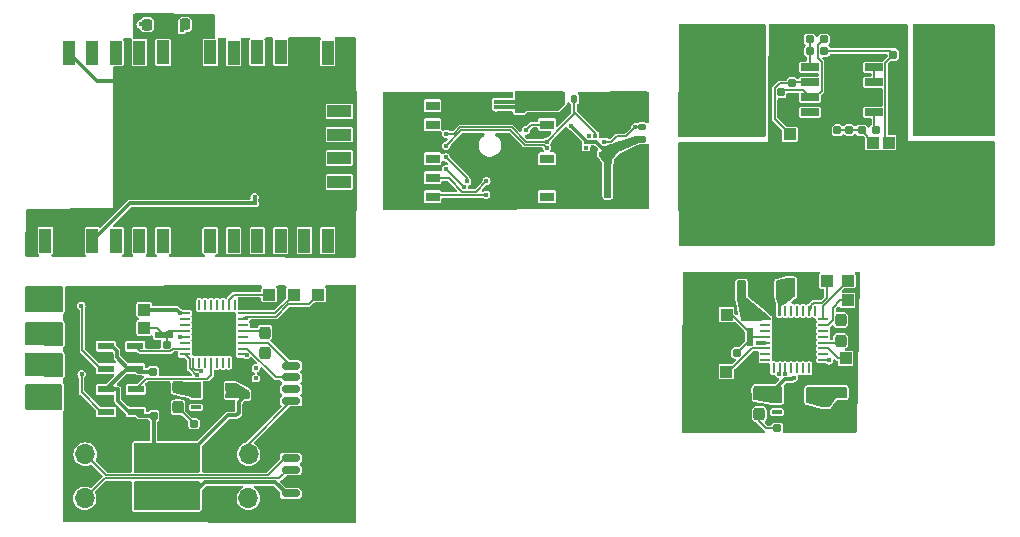
<source format=gbr>
%TF.GenerationSoftware,KiCad,Pcbnew,8.0.5*%
%TF.CreationDate,2024-10-22T02:59:17+02:00*%
%TF.ProjectId,Carte sensors,43617274-6520-4736-956e-736f72732e6b,rev?*%
%TF.SameCoordinates,Original*%
%TF.FileFunction,Copper,L1,Top*%
%TF.FilePolarity,Positive*%
%FSLAX46Y46*%
G04 Gerber Fmt 4.6, Leading zero omitted, Abs format (unit mm)*
G04 Created by KiCad (PCBNEW 8.0.5) date 2024-10-22 02:59:17*
%MOMM*%
%LPD*%
G01*
G04 APERTURE LIST*
G04 Aperture macros list*
%AMRoundRect*
0 Rectangle with rounded corners*
0 $1 Rounding radius*
0 $2 $3 $4 $5 $6 $7 $8 $9 X,Y pos of 4 corners*
0 Add a 4 corners polygon primitive as box body*
4,1,4,$2,$3,$4,$5,$6,$7,$8,$9,$2,$3,0*
0 Add four circle primitives for the rounded corners*
1,1,$1+$1,$2,$3*
1,1,$1+$1,$4,$5*
1,1,$1+$1,$6,$7*
1,1,$1+$1,$8,$9*
0 Add four rect primitives between the rounded corners*
20,1,$1+$1,$2,$3,$4,$5,0*
20,1,$1+$1,$4,$5,$6,$7,0*
20,1,$1+$1,$6,$7,$8,$9,0*
20,1,$1+$1,$8,$9,$2,$3,0*%
%AMOutline4P*
0 Free polygon, 4 corners , with rotation*
0 The origin of the aperture is its center*
0 number of corners: always 4*
0 $1 to $8 corner X, Y*
0 $9 Rotation angle, in degrees counterclockwise*
0 create outline with 4 corners*
4,1,4,$1,$2,$3,$4,$5,$6,$7,$8,$1,$2,$9*%
%AMOutline5P*
0 Free polygon, 5 corners , with rotation*
0 The origin of the aperture is its center*
0 number of corners: always 5*
0 $1 to $10 corner X, Y*
0 $11 Rotation angle, in degrees counterclockwise*
0 create outline with 5 corners*
4,1,5,$1,$2,$3,$4,$5,$6,$7,$8,$9,$10,$1,$2,$11*%
%AMOutline6P*
0 Free polygon, 6 corners , with rotation*
0 The origin of the aperture is its center*
0 number of corners: always 6*
0 $1 to $12 corner X, Y*
0 $13 Rotation angle, in degrees counterclockwise*
0 create outline with 6 corners*
4,1,6,$1,$2,$3,$4,$5,$6,$7,$8,$9,$10,$11,$12,$1,$2,$13*%
%AMOutline7P*
0 Free polygon, 7 corners , with rotation*
0 The origin of the aperture is its center*
0 number of corners: always 7*
0 $1 to $14 corner X, Y*
0 $15 Rotation angle, in degrees counterclockwise*
0 create outline with 7 corners*
4,1,7,$1,$2,$3,$4,$5,$6,$7,$8,$9,$10,$11,$12,$13,$14,$1,$2,$15*%
%AMOutline8P*
0 Free polygon, 8 corners , with rotation*
0 The origin of the aperture is its center*
0 number of corners: always 8*
0 $1 to $16 corner X, Y*
0 $17 Rotation angle, in degrees counterclockwise*
0 create outline with 8 corners*
4,1,8,$1,$2,$3,$4,$5,$6,$7,$8,$9,$10,$11,$12,$13,$14,$15,$16,$1,$2,$17*%
G04 Aperture macros list end*
%TA.AperFunction,SMDPad,CuDef*%
%ADD10R,1.000000X2.000000*%
%TD*%
%TA.AperFunction,SMDPad,CuDef*%
%ADD11R,2.000000X1.000000*%
%TD*%
%TA.AperFunction,SMDPad,CuDef*%
%ADD12R,1.000000X1.000000*%
%TD*%
%TA.AperFunction,SMDPad,CuDef*%
%ADD13R,1.400000X0.600000*%
%TD*%
%TA.AperFunction,SMDPad,CuDef*%
%ADD14RoundRect,0.155000X0.155000X-0.212500X0.155000X0.212500X-0.155000X0.212500X-0.155000X-0.212500X0*%
%TD*%
%TA.AperFunction,ComponentPad*%
%ADD15O,1.700000X1.700000*%
%TD*%
%TA.AperFunction,ComponentPad*%
%ADD16R,1.700000X1.700000*%
%TD*%
%TA.AperFunction,SMDPad,CuDef*%
%ADD17RoundRect,0.250000X0.650000X-0.350000X0.650000X0.350000X-0.650000X0.350000X-0.650000X-0.350000X0*%
%TD*%
%TA.AperFunction,SMDPad,CuDef*%
%ADD18RoundRect,0.150000X0.625000X-0.150000X0.625000X0.150000X-0.625000X0.150000X-0.625000X-0.150000X0*%
%TD*%
%TA.AperFunction,SMDPad,CuDef*%
%ADD19R,1.500000X0.550000*%
%TD*%
%TA.AperFunction,SMDPad,CuDef*%
%ADD20R,0.850000X0.300000*%
%TD*%
%TA.AperFunction,SMDPad,CuDef*%
%ADD21R,1.700000X2.500000*%
%TD*%
%TA.AperFunction,SMDPad,CuDef*%
%ADD22R,0.550000X1.500000*%
%TD*%
%TA.AperFunction,SMDPad,CuDef*%
%ADD23RoundRect,0.135000X-0.135000X-0.185000X0.135000X-0.185000X0.135000X0.185000X-0.135000X0.185000X0*%
%TD*%
%TA.AperFunction,SMDPad,CuDef*%
%ADD24RoundRect,0.160000X0.197500X0.160000X-0.197500X0.160000X-0.197500X-0.160000X0.197500X-0.160000X0*%
%TD*%
%TA.AperFunction,SMDPad,CuDef*%
%ADD25RoundRect,0.160000X-0.197500X-0.160000X0.197500X-0.160000X0.197500X0.160000X-0.197500X0.160000X0*%
%TD*%
%TA.AperFunction,ComponentPad*%
%ADD26C,0.800000*%
%TD*%
%TA.AperFunction,ComponentPad*%
%ADD27C,6.400000*%
%TD*%
%TA.AperFunction,SMDPad,CuDef*%
%ADD28R,1.200000X0.800000*%
%TD*%
%TA.AperFunction,SMDPad,CuDef*%
%ADD29RoundRect,0.140000X-0.140000X-0.170000X0.140000X-0.170000X0.140000X0.170000X-0.140000X0.170000X0*%
%TD*%
%TA.AperFunction,SMDPad,CuDef*%
%ADD30RoundRect,0.237500X-0.237500X0.287500X-0.237500X-0.287500X0.237500X-0.287500X0.237500X0.287500X0*%
%TD*%
%TA.AperFunction,SMDPad,CuDef*%
%ADD31RoundRect,0.135000X-0.185000X0.135000X-0.185000X-0.135000X0.185000X-0.135000X0.185000X0.135000X0*%
%TD*%
%TA.AperFunction,SMDPad,CuDef*%
%ADD32R,1.525000X0.650000*%
%TD*%
%TA.AperFunction,SMDPad,CuDef*%
%ADD33RoundRect,0.237500X0.237500X-0.287500X0.237500X0.287500X-0.237500X0.287500X-0.237500X-0.287500X0*%
%TD*%
%TA.AperFunction,SMDPad,CuDef*%
%ADD34RoundRect,0.160000X0.160000X-0.197500X0.160000X0.197500X-0.160000X0.197500X-0.160000X-0.197500X0*%
%TD*%
%TA.AperFunction,SMDPad,CuDef*%
%ADD35RoundRect,0.062500X-0.375000X-0.062500X0.375000X-0.062500X0.375000X0.062500X-0.375000X0.062500X0*%
%TD*%
%TA.AperFunction,SMDPad,CuDef*%
%ADD36RoundRect,0.062500X-0.062500X-0.375000X0.062500X-0.375000X0.062500X0.375000X-0.062500X0.375000X0*%
%TD*%
%TA.AperFunction,HeatsinkPad*%
%ADD37R,3.450000X3.450000*%
%TD*%
%TA.AperFunction,SMDPad,CuDef*%
%ADD38Outline5P,-0.187500X0.175000X0.187500X0.175000X0.187500X-0.175000X-0.117500X-0.175000X-0.187500X-0.105000X0.000000*%
%TD*%
%TA.AperFunction,SMDPad,CuDef*%
%ADD39Outline4P,-0.187500X0.175000X0.187500X0.175000X0.187500X-0.175000X-0.187500X-0.175000X0.000000*%
%TD*%
%TA.AperFunction,SMDPad,CuDef*%
%ADD40Outline4P,-0.187500X0.175000X0.187500X0.175000X0.187500X-0.175000X-0.187500X-0.175000X270.000000*%
%TD*%
%TA.AperFunction,SMDPad,CuDef*%
%ADD41RoundRect,0.218750X0.218750X0.256250X-0.218750X0.256250X-0.218750X-0.256250X0.218750X-0.256250X0*%
%TD*%
%TA.AperFunction,SMDPad,CuDef*%
%ADD42RoundRect,0.155000X0.212500X0.155000X-0.212500X0.155000X-0.212500X-0.155000X0.212500X-0.155000X0*%
%TD*%
%TA.AperFunction,SMDPad,CuDef*%
%ADD43RoundRect,0.155000X-0.212500X-0.155000X0.212500X-0.155000X0.212500X0.155000X-0.212500X0.155000X0*%
%TD*%
%TA.AperFunction,SMDPad,CuDef*%
%ADD44RoundRect,0.155000X-0.155000X0.212500X-0.155000X-0.212500X0.155000X-0.212500X0.155000X0.212500X0*%
%TD*%
%TA.AperFunction,ViaPad*%
%ADD45C,0.400000*%
%TD*%
%TA.AperFunction,Conductor*%
%ADD46C,0.150000*%
%TD*%
%TA.AperFunction,Conductor*%
%ADD47C,0.300000*%
%TD*%
G04 APERTURE END LIST*
D10*
%TO.P,Tarvos1,1,ANT*%
%TO.N,unconnected-(Tarvos1-ANT-Pad1)*%
X147720000Y-113300000D03*
%TO.P,Tarvos1,2,GND*%
%TO.N,GND*%
X149710000Y-113320000D03*
%TO.P,Tarvos1,3,VCC*%
%TO.N,VDD_IO*%
X151700000Y-113320000D03*
%TO.P,Tarvos1,4,UTXD*%
%TO.N,Net-(Tarvos1-UTXD)*%
X153700000Y-113330000D03*
%TO.P,Tarvos1,5,URXD*%
%TO.N,Net-(Tarvos1-URXD)*%
X155690000Y-113330000D03*
%TO.P,Tarvos1,6,/RTS*%
%TO.N,unconnected-(Tarvos1-{slash}RTS-Pad6)*%
X157680000Y-113320000D03*
%TO.P,Tarvos1,7,RSV*%
%TO.N,unconnected-(Tarvos1-RSV-Pad7)*%
X161670000Y-113310000D03*
%TO.P,Tarvos1,8,RSV*%
%TO.N,unconnected-(Tarvos1-RSV-Pad8)*%
X163670000Y-113310000D03*
%TO.P,Tarvos1,9,RSV*%
%TO.N,unconnected-(Tarvos1-RSV-Pad9)*%
X165660000Y-113310000D03*
%TO.P,Tarvos1,10,RSV*%
%TO.N,unconnected-(Tarvos1-RSV-Pad10)*%
X167630000Y-113320000D03*
%TO.P,Tarvos1,11,RSV*%
%TO.N,unconnected-(Tarvos1-RSV-Pad11)*%
X169650000Y-113300000D03*
%TO.P,Tarvos1,12,BOOT*%
%TO.N,Net-(Tarvos1-BOOT)*%
X171630000Y-113300000D03*
%TO.P,Tarvos1,13,RSV*%
%TO.N,unconnected-(Tarvos1-RSV-Pad13)*%
X171630000Y-97390000D03*
%TO.P,Tarvos1,14,WAKE-UP*%
%TO.N,GND*%
X169640000Y-97370000D03*
%TO.P,Tarvos1,15,MODE_1*%
%TO.N,Net-(Tarvos1-MODE_1)*%
X167650000Y-97360000D03*
%TO.P,Tarvos1,16,RSV*%
%TO.N,unconnected-(Tarvos1-RSV-Pad16)*%
X165650000Y-97370000D03*
%TO.P,Tarvos1,17,RSV*%
%TO.N,unconnected-(Tarvos1-RSV-Pad17)*%
X163660000Y-97380000D03*
%TO.P,Tarvos1,18,RSV*%
%TO.N,unconnected-(Tarvos1-RSV-Pad18)*%
X161680000Y-97370000D03*
%TO.P,Tarvos1,19,/RESET*%
%TO.N,unconnected-(Tarvos1-{slash}RESET-Pad19)*%
X157680000Y-97370000D03*
%TO.P,Tarvos1,20,RX_IND*%
%TO.N,Net-(Tarvos1-RX_IND)*%
X155690000Y-97380000D03*
%TO.P,Tarvos1,21,TX_IND*%
%TO.N,Net-(Tarvos1-TX_IND)*%
X153690000Y-97380000D03*
%TO.P,Tarvos1,22,RSV*%
%TO.N,unconnected-(Tarvos1-RSV-Pad22)*%
X151700000Y-97400000D03*
%TO.P,Tarvos1,23,GND*%
%TO.N,GND*%
X149700000Y-97390000D03*
D11*
%TO.P,Tarvos1,i1,TEST*%
%TO.N,unconnected-(Tarvos1-TEST-Padi1)*%
X172600000Y-108340000D03*
%TO.P,Tarvos1,i2,TEST*%
%TO.N,unconnected-(Tarvos1-TEST-Padi2)*%
X172600000Y-106310000D03*
%TO.P,Tarvos1,i3,TEST*%
%TO.N,unconnected-(Tarvos1-TEST-Padi3)*%
X172600000Y-104330000D03*
%TO.P,Tarvos1,i4,TEST*%
%TO.N,unconnected-(Tarvos1-TEST-Padi4)*%
X172620000Y-102370000D03*
%TD*%
D12*
%TO.P,,1*%
%TO.N,VDD_IO*%
X156080000Y-119160000D03*
%TD*%
%TO.P,,1*%
%TO.N,SWDIO*%
X170820000Y-117880000D03*
%TD*%
%TO.P,,1*%
%TO.N,SWCLK*%
X168740000Y-117880000D03*
%TD*%
%TO.P,,1*%
%TO.N,SWO*%
X166670000Y-117880000D03*
%TD*%
%TO.P,,1*%
%TO.N,Net-(U1-NRST)*%
X156080000Y-120690000D03*
%TD*%
%TO.P,,1*%
%TO.N,GND*%
X173210000Y-120700000D03*
%TD*%
D13*
%TO.P,IC5,6,~{OUT}*%
%TO.N,Net-(IC5-~{OUT})*%
X152857500Y-127802500D03*
%TO.P,IC5,5,GND*%
%TO.N,GND*%
X152857500Y-126852500D03*
%TO.P,IC5,4,EN*%
%TO.N,+5V*%
X152857500Y-125902500D03*
%TO.P,IC5,3,IN*%
%TO.N,MOSFET2*%
X155357500Y-125902500D03*
%TO.P,IC5,2,AGND*%
%TO.N,GND*%
X155357500Y-126852500D03*
%TO.P,IC5,1,VDD*%
%TO.N,+5V*%
X155357500Y-127802500D03*
%TD*%
%TO.P,IC4,6,~{OUT}*%
%TO.N,Net-(IC4-~{OUT})*%
X152817500Y-124142500D03*
%TO.P,IC4,5,GND*%
%TO.N,GND*%
X152817500Y-123192500D03*
%TO.P,IC4,4,EN*%
%TO.N,+5V*%
X152817500Y-122242500D03*
%TO.P,IC4,3,IN*%
%TO.N,MOSFET1*%
X155317500Y-122242500D03*
%TO.P,IC4,2,AGND*%
%TO.N,GND*%
X155317500Y-123192500D03*
%TO.P,IC4,1,VDD*%
%TO.N,+5V*%
X155317500Y-124142500D03*
%TD*%
D14*
%TO.P,C30,2*%
%TO.N,GND*%
X156900000Y-126995000D03*
%TO.P,C30,1*%
%TO.N,+5V*%
X156900000Y-128130000D03*
%TD*%
%TO.P,C12,2*%
%TO.N,GND*%
X156857500Y-123285000D03*
%TO.P,C12,1*%
%TO.N,+5V*%
X156857500Y-124420000D03*
%TD*%
D15*
%TO.P,J10,3,Pin_3*%
%TO.N,CH4*%
X164915000Y-135130000D03*
%TO.P,J10,2,Pin_2*%
%TO.N,GND*%
X162375000Y-135130000D03*
D16*
%TO.P,J10,1,Pin_1*%
%TO.N,+5V*%
X159835000Y-135130000D03*
%TD*%
D15*
%TO.P,J9,3,Pin_3*%
%TO.N,CH3*%
X164930000Y-131400000D03*
%TO.P,J9,2,Pin_2*%
%TO.N,GND*%
X162390000Y-131400000D03*
D16*
%TO.P,J9,1,Pin_1*%
%TO.N,+5V*%
X159850000Y-131400000D03*
%TD*%
D15*
%TO.P,J8,3,Pin_3*%
%TO.N,CH2*%
X151100000Y-131400000D03*
%TO.P,J8,2,Pin_2*%
%TO.N,GND*%
X153640000Y-131400000D03*
D16*
%TO.P,J8,1,Pin_1*%
%TO.N,+5V*%
X156180000Y-131400000D03*
%TD*%
D15*
%TO.P,J7,3,Pin_3*%
%TO.N,CH1*%
X151045000Y-135130000D03*
%TO.P,J7,2,Pin_2*%
%TO.N,GND*%
X153585000Y-135130000D03*
D16*
%TO.P,J7,1,Pin_1*%
%TO.N,+5V*%
X156125000Y-135130000D03*
%TD*%
D17*
%TO.P,J6,MP*%
%TO.N,GND*%
X172415000Y-122590000D03*
X172415000Y-128190000D03*
D18*
%TO.P,J6,4,Pin_4*%
%TO.N,CH6*%
X168540000Y-123890000D03*
%TO.P,J6,3,Pin_3*%
%TO.N,CH5*%
X168540000Y-124890000D03*
%TO.P,J6,2,Pin_2*%
%TO.N,CH4*%
X168540000Y-125890000D03*
%TO.P,J6,1,Pin_1*%
%TO.N,CH3*%
X168540000Y-126890000D03*
%TD*%
D17*
%TO.P,J5,MP*%
%TO.N,GND*%
X172365000Y-130410000D03*
X172365000Y-136010000D03*
D18*
%TO.P,J5,4,Pin_4*%
%TO.N,CH2*%
X168490000Y-131710000D03*
%TO.P,J5,3,Pin_3*%
%TO.N,CH1*%
X168490000Y-132710000D03*
%TO.P,J5,2,Pin_2*%
%TO.N,GND*%
X168490000Y-133710000D03*
%TO.P,J5,1,Pin_1*%
%TO.N,+5V*%
X168490000Y-134710000D03*
%TD*%
D12*
%TO.P,,1*%
%TO.N,TIM1_CH2*%
X215480000Y-123280000D03*
%TD*%
%TO.P,,1*%
%TO.N,+5V*%
X210760000Y-104310000D03*
%TD*%
D19*
%TO.P,SW3,2,2*%
%TO.N,Net-(U1-NRST)*%
X157750000Y-121280000D03*
%TO.P,SW3,1,1*%
%TO.N,GND*%
X157750000Y-118030000D03*
%TD*%
D12*
%TO.P,,1*%
%TO.N,SWCLK*%
X215670000Y-116700000D03*
%TD*%
%TO.P,,1*%
%TO.N,SWO*%
X213890000Y-116720000D03*
%TD*%
D20*
%TO.P,IC3,1,GND*%
%TO.N,GND*%
X212580000Y-127812500D03*
%TO.P,IC3,2,EN*%
%TO.N,+5V*%
X212580000Y-126862500D03*
%TO.P,IC3,3,VIN*%
X212580000Y-125912500D03*
%TO.P,IC3,4,VOUT*%
%TO.N,VDD_IO*%
X209680000Y-125912500D03*
%TO.P,IC3,5,VSENSE*%
X209680000Y-126862500D03*
%TO.P,IC3,6,ADJ/NC*%
%TO.N,unconnected-(IC3-ADJ{slash}NC-Pad6)*%
X209680000Y-127812500D03*
D21*
%TO.P,IC3,7,EP*%
%TO.N,GND*%
X211130000Y-126862500D03*
%TD*%
D22*
%TO.P,SW4,1,1*%
%TO.N,Net-(U2-PH3)*%
X209910000Y-117422500D03*
%TO.P,SW4,2,2*%
%TO.N,VDD_IO*%
X206660000Y-117422500D03*
%TD*%
D23*
%TO.P,R8,1*%
%TO.N,VDD_IO*%
X191470000Y-101290000D03*
%TO.P,R8,2*%
%TO.N,SDA_P*%
X192490000Y-101290000D03*
%TD*%
D24*
%TO.P,R24,2*%
%TO.N,Net-(D3-K)*%
X160302500Y-128800000D03*
%TO.P,R24,1*%
%TO.N,GND*%
X161497500Y-128800000D03*
%TD*%
D25*
%TO.P,R21,1*%
%TO.N,Net-(U2-PH3)*%
X210842500Y-117757500D03*
%TO.P,R21,2*%
%TO.N,GND*%
X212037500Y-117757500D03*
%TD*%
D12*
%TO.P,,1*%
%TO.N,SWDIO*%
X215660000Y-118370000D03*
%TD*%
%TO.P,REF\u002A\u002A,1*%
%TO.N,ADC1_IN2_CURR*%
X219130000Y-105000000D03*
%TD*%
D26*
%TO.P,H2,1,1*%
%TO.N,BAT+*%
X202762944Y-100582944D03*
X203465888Y-98885888D03*
X203465888Y-102280000D03*
X205162944Y-98182944D03*
D27*
X205162944Y-100582944D03*
D26*
X205162944Y-102982944D03*
X206860000Y-98885888D03*
X206860000Y-102280000D03*
X207562944Y-100582944D03*
%TD*%
D14*
%TO.P,C11,2*%
%TO.N,Net-(U1-NRST)*%
X157985000Y-122122500D03*
%TO.P,C11,1*%
%TO.N,GND*%
X157985000Y-123257500D03*
%TD*%
D28*
%TO.P,PA1010D1,1,I2C_SDA*%
%TO.N,unconnected-(PA1010D1-I2C_SDA-Pad1)*%
X180500000Y-101890000D03*
%TO.P,PA1010D1,2,I2C_SCL*%
%TO.N,unconnected-(PA1010D1-I2C_SCL-Pad2)*%
X180500000Y-103490000D03*
%TO.P,PA1010D1,3,1PPS*%
%TO.N,unconnected-(PA1010D1-1PPS-Pad3)*%
X180500000Y-106390000D03*
%TO.P,PA1010D1,4,TX*%
%TO.N,Net-(PA1010D1-TX)*%
X180500000Y-107990000D03*
%TO.P,PA1010D1,5,RX*%
%TO.N,Net-(PA1010D1-RX)*%
X180500000Y-109590000D03*
%TO.P,PA1010D1,6,NRESET*%
%TO.N,unconnected-(PA1010D1-NRESET-Pad6)*%
X190200000Y-109590000D03*
%TO.P,PA1010D1,7,GND*%
%TO.N,GND*%
X190200000Y-107990000D03*
%TO.P,PA1010D1,8,WAKE_UP*%
%TO.N,unconnected-(PA1010D1-WAKE_UP-Pad8)*%
X190200000Y-106390000D03*
%TO.P,PA1010D1,9,VBACKUP*%
%TO.N,Net-(BT1-+)*%
X190200000Y-103490000D03*
%TO.P,PA1010D1,10,VCC*%
%TO.N,VDD_IO*%
X190200000Y-101890000D03*
%TD*%
D29*
%TO.P,C5,1*%
%TO.N,GND*%
X194380000Y-108380000D03*
%TO.P,C5,2*%
%TO.N,VDD_IO*%
X195340000Y-108380000D03*
%TD*%
D30*
%TO.P,D6,1,K*%
%TO.N,Net-(D6-K)*%
X215050000Y-120027500D03*
%TO.P,D6,2,A*%
%TO.N,Net-(D6-A)*%
X215050000Y-121777500D03*
%TD*%
D12*
%TO.P,,*%
%TO.N,GND*%
X212170000Y-104300000D03*
%TD*%
D26*
%TO.P,H1,1,1*%
%TO.N,VIN*%
X222280000Y-100830000D03*
X222982944Y-99132944D03*
X222982944Y-102527056D03*
X224680000Y-98430000D03*
D27*
X224680000Y-100830000D03*
D26*
X224680000Y-103230000D03*
X226377056Y-99132944D03*
X226377056Y-102527056D03*
X227080000Y-100830000D03*
%TD*%
D31*
%TO.P,R7,1*%
%TO.N,SCL_P*%
X198260000Y-103700000D03*
%TO.P,R7,2*%
%TO.N,VDD_IO*%
X198260000Y-104720000D03*
%TD*%
D12*
%TO.P,,1*%
%TO.N,GND*%
X204450000Y-116900000D03*
%TD*%
D32*
%TO.P,IC1,1,VM*%
%TO.N,VIN*%
X217897500Y-102430000D03*
%TO.P,IC1,2,GND*%
%TO.N,GND*%
X217897500Y-101160000D03*
%TO.P,IC1,3,A1*%
%TO.N,Net-(IC1-A1)*%
X217897500Y-99890000D03*
%TO.P,IC1,4,A2*%
X217897500Y-98620000D03*
%TO.P,IC1,5,OUT*%
%TO.N,Net-(IC1-OUT)*%
X212473500Y-98620000D03*
%TO.P,IC1,6,VCC*%
%TO.N,+5V*%
X212473500Y-99890000D03*
%TO.P,IC1,7,A3*%
%TO.N,Net-(IC1-A3)*%
X212473500Y-101160000D03*
%TO.P,IC1,8,VP*%
%TO.N,BAT+*%
X212473500Y-102430000D03*
%TD*%
D22*
%TO.P,SW5,1,1*%
%TO.N,GND*%
X204120000Y-121432500D03*
%TO.P,SW5,2,2*%
%TO.N,Net-(U2-NRST)*%
X207370000Y-121432500D03*
%TD*%
D14*
%TO.P,C9,1*%
%TO.N,GND*%
X214787500Y-105087500D03*
%TO.P,C9,2*%
%TO.N,ADC1_IN3_VBAT*%
X214787500Y-103952500D03*
%TD*%
D12*
%TO.P,,1*%
%TO.N,ADC1_IN3_VBAT*%
X217790000Y-105000000D03*
%TD*%
D26*
%TO.P,H3,1,1*%
%TO.N,GND*%
X222252944Y-110192944D03*
X222955888Y-108495888D03*
X222955888Y-111890000D03*
X224652944Y-107792944D03*
D27*
X224652944Y-110192944D03*
D26*
X224652944Y-112592944D03*
X226350000Y-108495888D03*
X226350000Y-111890000D03*
X227052944Y-110192944D03*
%TD*%
D33*
%TO.P,D4,1,K*%
%TO.N,Net-(D4-K)*%
X208160000Y-128007500D03*
%TO.P,D4,2,A*%
%TO.N,VDD_IO*%
X208160000Y-126257500D03*
%TD*%
D25*
%TO.P,R13,1*%
%TO.N,ADC1_IN3_VBAT*%
X216830000Y-103950000D03*
%TO.P,R13,2*%
%TO.N,VIN*%
X218025000Y-103950000D03*
%TD*%
D34*
%TO.P,R12,1*%
%TO.N,GND*%
X209977500Y-101945000D03*
%TO.P,R12,2*%
%TO.N,Net-(IC1-A3)*%
X209977500Y-100750000D03*
%TD*%
D35*
%TO.P,U2,1,VDD*%
%TO.N,VDD_IO*%
X208692500Y-119930000D03*
%TO.P,U2,2,PC14*%
%TO.N,unconnected-(U2-PC14-Pad2)*%
X208692500Y-120430000D03*
%TO.P,U2,3,PC15*%
%TO.N,unconnected-(U2-PC15-Pad3)*%
X208692500Y-120930000D03*
%TO.P,U2,4,NRST*%
%TO.N,Net-(U2-NRST)*%
X208692500Y-121430000D03*
%TO.P,U2,5,VDDA*%
%TO.N,VDD_IO*%
X208692500Y-121930000D03*
%TO.P,U2,6,PA0*%
%TO.N,TIM2_CH1*%
X208692500Y-122430000D03*
%TO.P,U2,7,PA1*%
%TO.N,ALIMGPS*%
X208692500Y-122930000D03*
%TO.P,U2,8,PA2*%
%TO.N,unconnected-(U2-PA2-Pad8)*%
X208692500Y-123430000D03*
D36*
%TO.P,U2,9,PA3*%
%TO.N,unconnected-(U2-PA3-Pad9)*%
X209380000Y-124117500D03*
%TO.P,U2,10,PA4*%
%TO.N,ADC1_IN9*%
X209880000Y-124117500D03*
%TO.P,U2,11,PA5*%
%TO.N,ADC1_IN10*%
X210380000Y-124117500D03*
%TO.P,U2,12,PA6*%
%TO.N,unconnected-(U2-PA6-Pad12)*%
X210880000Y-124117500D03*
%TO.P,U2,13,PA7*%
%TO.N,unconnected-(U2-PA7-Pad13)*%
X211380000Y-124117500D03*
%TO.P,U2,14,PB0*%
%TO.N,unconnected-(U2-PB0-Pad14)*%
X211880000Y-124117500D03*
%TO.P,U2,15,PB1*%
%TO.N,B2*%
X212380000Y-124117500D03*
%TO.P,U2,16,VSS*%
%TO.N,GND*%
X212880000Y-124117500D03*
D35*
%TO.P,U2,17,VDD*%
%TO.N,VDD_IO*%
X213567500Y-123430000D03*
%TO.P,U2,18,PA8*%
%TO.N,unconnected-(U2-PA8-Pad18)*%
X213567500Y-122930000D03*
%TO.P,U2,19,PA9*%
%TO.N,TIM1_CH2*%
X213567500Y-122430000D03*
%TO.P,U2,20,PA10*%
%TO.N,Net-(D6-A)*%
X213567500Y-121930000D03*
%TO.P,U2,21,PA11*%
%TO.N,D-*%
X213567500Y-121430000D03*
%TO.P,U2,22,PA12*%
%TO.N,D+*%
X213567500Y-120930000D03*
%TO.P,U2,23,PA13*%
%TO.N,SWDIO*%
X213567500Y-120430000D03*
%TO.P,U2,24,PA14*%
%TO.N,SWCLK*%
X213567500Y-119930000D03*
D36*
%TO.P,U2,25,PA15*%
%TO.N,unconnected-(U2-PA15-Pad25)*%
X212880000Y-119242500D03*
%TO.P,U2,26,PB3*%
%TO.N,SWO*%
X212380000Y-119242500D03*
%TO.P,U2,27,PB4*%
%TO.N,unconnected-(U2-PB4-Pad27)*%
X211880000Y-119242500D03*
%TO.P,U2,28,PB5*%
%TO.N,unconnected-(U2-PB5-Pad28)*%
X211380000Y-119242500D03*
%TO.P,U2,29,PB6*%
%TO.N,unconnected-(U2-PB6-Pad29)*%
X210880000Y-119242500D03*
%TO.P,U2,30,PB7*%
%TO.N,unconnected-(U2-PB7-Pad30)*%
X210380000Y-119242500D03*
%TO.P,U2,31,PH3*%
%TO.N,Net-(U2-PH3)*%
X209880000Y-119242500D03*
%TO.P,U2,32,VSS*%
%TO.N,GND*%
X209380000Y-119242500D03*
D37*
%TO.P,U2,33,VSS*%
X211130000Y-121680000D03*
%TD*%
D12*
%TO.P,,1*%
%TO.N,Net-(U2-NRST)*%
X205400000Y-119570000D03*
%TD*%
D33*
%TO.P,D5,2,A*%
%TO.N,Net-(D5-A)*%
X166315000Y-121090000D03*
%TO.P,D5,1,K*%
%TO.N,Net-(D5-K)*%
X166315000Y-122840000D03*
%TD*%
D38*
%TO.P,WSEN-PADS1,1,VDD_IO*%
%TO.N,VDD_IO*%
X195060000Y-105430000D03*
D39*
%TO.P,WSEN-PADS1,2,SCL*%
%TO.N,SCL_P*%
X195060000Y-104920000D03*
D40*
%TO.P,WSEN-PADS1,3,RSVD*%
%TO.N,GND*%
X194790000Y-104410000D03*
%TO.P,WSEN-PADS1,4,SDA*%
%TO.N,SDA_P*%
X194290000Y-104410000D03*
%TO.P,WSEN-PADS1,5,SAO*%
%TO.N,unconnected-(WSEN-PADS1-SAO-Pad5)*%
X193790000Y-104410000D03*
D39*
%TO.P,WSEN-PADS1,6,CS*%
%TO.N,VDD_IO*%
X193520000Y-104930000D03*
%TO.P,WSEN-PADS1,7,INT*%
%TO.N,unconnected-(WSEN-PADS1-INT-Pad7)*%
X193520000Y-105430000D03*
D40*
%TO.P,WSEN-PADS1,8,GND*%
%TO.N,GND*%
X193790000Y-105940000D03*
%TO.P,WSEN-PADS1,9,GND*%
X194290000Y-105940000D03*
%TO.P,WSEN-PADS1,10,VDD*%
%TO.N,VDD_IO*%
X194790000Y-105940000D03*
%TD*%
D37*
%TO.P,U1,33,VSS*%
%TO.N,GND*%
X161995000Y-121192500D03*
D36*
%TO.P,U1,32,VSS*%
X160245000Y-118755000D03*
%TO.P,U1,31,PH3*%
%TO.N,unconnected-(U1-PH3-Pad31)*%
X160745000Y-118755000D03*
%TO.P,U1,30,PB7*%
%TO.N,unconnected-(U1-PB7-Pad30)*%
X161245000Y-118755000D03*
%TO.P,U1,29,PB6*%
%TO.N,unconnected-(U1-PB6-Pad29)*%
X161745000Y-118755000D03*
%TO.P,U1,28,PB5*%
%TO.N,unconnected-(U1-PB5-Pad28)*%
X162245000Y-118755000D03*
%TO.P,U1,27,PB4*%
%TO.N,unconnected-(U1-PB4-Pad27)*%
X162745000Y-118755000D03*
%TO.P,U1,26,PB3*%
%TO.N,SWO*%
X163245000Y-118755000D03*
%TO.P,U1,25,PA15*%
%TO.N,unconnected-(U1-PA15-Pad25)*%
X163745000Y-118755000D03*
D35*
%TO.P,U1,24,PA14*%
%TO.N,SWCLK*%
X164432500Y-119442500D03*
%TO.P,U1,23,PA13*%
%TO.N,SWDIO*%
X164432500Y-119942500D03*
%TO.P,U1,22,PA12*%
%TO.N,unconnected-(U1-PA12-Pad22)*%
X164432500Y-120442500D03*
%TO.P,U1,21,PA11*%
%TO.N,Net-(D5-A)*%
X164432500Y-120942500D03*
%TO.P,U1,20,PA10*%
%TO.N,unconnected-(U1-PA10-Pad20)*%
X164432500Y-121442500D03*
%TO.P,U1,19,PA9*%
%TO.N,CH6*%
X164432500Y-121942500D03*
%TO.P,U1,18,PA8*%
%TO.N,CH5*%
X164432500Y-122442500D03*
%TO.P,U1,17,VDD*%
%TO.N,VDD_IO*%
X164432500Y-122942500D03*
D36*
%TO.P,U1,16,VSS*%
%TO.N,GND*%
X163745000Y-123630000D03*
%TO.P,U1,15,PB1*%
%TO.N,unconnected-(U1-PB1-Pad15)*%
X163245000Y-123630000D03*
%TO.P,U1,14,PB0*%
%TO.N,unconnected-(U1-PB0-Pad14)*%
X162745000Y-123630000D03*
%TO.P,U1,13,PA7*%
%TO.N,unconnected-(U1-PA7-Pad13)*%
X162245000Y-123630000D03*
%TO.P,U1,12,PA6*%
%TO.N,MOSFET2*%
X161745000Y-123630000D03*
%TO.P,U1,11,PA5*%
%TO.N,ADC1_IN10*%
X161245000Y-123630000D03*
%TO.P,U1,10,PA4*%
%TO.N,ADC1_IN9*%
X160745000Y-123630000D03*
%TO.P,U1,9,PA3*%
%TO.N,LPTX*%
X160245000Y-123630000D03*
D35*
%TO.P,U1,8,PA2*%
%TO.N,LPRX*%
X159557500Y-122942500D03*
%TO.P,U1,7,PA1*%
%TO.N,MOSFET1*%
X159557500Y-122442500D03*
%TO.P,U1,6,PA0*%
%TO.N,unconnected-(U1-PA0-Pad6)*%
X159557500Y-121942500D03*
%TO.P,U1,5,VDDA*%
%TO.N,VDD_IO*%
X159557500Y-121442500D03*
%TO.P,U1,4,NRST*%
%TO.N,Net-(U1-NRST)*%
X159557500Y-120942500D03*
%TO.P,U1,3,PC15*%
%TO.N,unconnected-(U1-PC15-Pad3)*%
X159557500Y-120442500D03*
%TO.P,U1,2,PC14*%
%TO.N,unconnected-(U1-PC14-Pad2)*%
X159557500Y-119942500D03*
%TO.P,U1,1,VDD*%
%TO.N,VDD_IO*%
X159557500Y-119442500D03*
%TD*%
D33*
%TO.P,D3,2,A*%
%TO.N,VDD_IO*%
X158955000Y-125680000D03*
%TO.P,D3,1,K*%
%TO.N,Net-(D3-K)*%
X158955000Y-127430000D03*
%TD*%
D29*
%TO.P,C6,1*%
%TO.N,GND*%
X194380000Y-109390000D03*
%TO.P,C6,2*%
%TO.N,VDD_IO*%
X195340000Y-109390000D03*
%TD*%
D12*
%TO.P,,1*%
%TO.N,VDD_IO*%
X207160000Y-119560000D03*
%TD*%
D41*
%TO.P,D2,1,K*%
%TO.N,GND*%
X157907500Y-95010000D03*
%TO.P,D2,2,A*%
%TO.N,Net-(D2-A)*%
X156332500Y-95010000D03*
%TD*%
D12*
%TO.P,,1*%
%TO.N,TIM2_CH1*%
X205390000Y-124390000D03*
%TD*%
D26*
%TO.P,H4,1,1*%
%TO.N,GND*%
X202682944Y-110192944D03*
X203385888Y-108495888D03*
X203385888Y-111890000D03*
X205082944Y-107792944D03*
D27*
X205082944Y-110192944D03*
D26*
X205082944Y-112592944D03*
X206780000Y-108495888D03*
X206780000Y-111890000D03*
X207482944Y-110192944D03*
%TD*%
D14*
%TO.P,C7,1*%
%TO.N,GND*%
X219517500Y-98687500D03*
%TO.P,C7,2*%
%TO.N,ADC1_IN2_CURR*%
X219517500Y-97552500D03*
%TD*%
%TO.P,C25,2*%
%TO.N,+5V*%
X164695000Y-126332500D03*
%TO.P,C25,1*%
%TO.N,GND*%
X164695000Y-127467500D03*
%TD*%
%TO.P,C27,1*%
%TO.N,GND*%
X213800000Y-128130000D03*
%TO.P,C27,2*%
%TO.N,+5V*%
X213800000Y-126995000D03*
%TD*%
D42*
%TO.P,C19,1*%
%TO.N,GND*%
X212017500Y-116787500D03*
%TO.P,C19,2*%
%TO.N,Net-(U2-PH3)*%
X210882500Y-116787500D03*
%TD*%
D24*
%TO.P,R9,1*%
%TO.N,ADC1_IN2_CURR*%
X213665000Y-97250000D03*
%TO.P,R9,2*%
%TO.N,Net-(IC1-OUT)*%
X212470000Y-97250000D03*
%TD*%
D21*
%TO.P,IC2,7,EP*%
%TO.N,GND*%
X161930000Y-126460000D03*
D20*
%TO.P,IC2,6,ADJ/NC*%
%TO.N,unconnected-(IC2-ADJ{slash}NC-Pad6)*%
X160480000Y-127410000D03*
%TO.P,IC2,5,VSENSE*%
%TO.N,VDD_IO*%
X160480000Y-126460000D03*
%TO.P,IC2,4,VOUT*%
X160480000Y-125510000D03*
%TO.P,IC2,3,VIN*%
%TO.N,+5V*%
X163380000Y-125510000D03*
%TO.P,IC2,2,EN*%
X163380000Y-126460000D03*
%TO.P,IC2,1,GND*%
%TO.N,GND*%
X163380000Y-127410000D03*
%TD*%
D24*
%TO.P,R11,1*%
%TO.N,Net-(IC1-A3)*%
X213645000Y-96270000D03*
%TO.P,R11,2*%
%TO.N,Net-(IC1-OUT)*%
X212450000Y-96270000D03*
%TD*%
D43*
%TO.P,C18,1*%
%TO.N,GND*%
X205152500Y-122812500D03*
%TO.P,C18,2*%
%TO.N,Net-(U2-NRST)*%
X206287500Y-122812500D03*
%TD*%
D34*
%TO.P,R14,1*%
%TO.N,GND*%
X215787500Y-105137500D03*
%TO.P,R14,2*%
%TO.N,ADC1_IN3_VBAT*%
X215787500Y-103942500D03*
%TD*%
D41*
%TO.P,D1,1,K*%
%TO.N,GND*%
X161137500Y-95000000D03*
%TO.P,D1,2,A*%
%TO.N,Net-(D1-A)*%
X159562500Y-95000000D03*
%TD*%
D24*
%TO.P,R25,1*%
%TO.N,GND*%
X210877500Y-129192500D03*
%TO.P,R25,2*%
%TO.N,Net-(D4-K)*%
X209682500Y-129192500D03*
%TD*%
D44*
%TO.P,C8,1*%
%TO.N,+5V*%
X210957500Y-99992500D03*
%TO.P,C8,2*%
%TO.N,GND*%
X210957500Y-101127500D03*
%TD*%
D45*
%TO.N,GND*%
X162240000Y-125060000D03*
X167050000Y-125840000D03*
X166770000Y-125180000D03*
X164220000Y-123500000D03*
X165140000Y-123400000D03*
%TO.N,LPRX*%
X165540000Y-124960000D03*
%TO.N,LPTX*%
X165530000Y-124100000D03*
%TO.N,LPRX*%
X160530000Y-124655000D03*
%TO.N,LPTX*%
X160925377Y-124348934D03*
%TO.N,CH5*%
X168540000Y-124890000D03*
%TO.N,CH6*%
X168540000Y-123890000D03*
%TO.N,GND*%
X158680000Y-122890000D03*
X172415000Y-122590000D03*
X172415000Y-128190000D03*
X172365000Y-136010000D03*
X172365000Y-130410000D03*
X197340000Y-108100000D03*
X197340000Y-102500000D03*
X207910000Y-129180000D03*
X209050000Y-128430000D03*
%TO.N,VDD_IO*%
X192250000Y-103590000D03*
%TO.N,GND*%
X158110000Y-118600000D03*
X162420000Y-119790000D03*
X163330000Y-120680000D03*
X161120000Y-120800000D03*
X162480000Y-122550000D03*
X162390000Y-120840000D03*
X163320000Y-119770000D03*
X162870000Y-117540000D03*
X165390000Y-117370000D03*
X167690000Y-117580000D03*
X170400000Y-120640000D03*
X171260000Y-124390000D03*
X166310000Y-126260000D03*
X164580000Y-128930000D03*
X168070000Y-128590000D03*
X168050000Y-129930000D03*
X172950000Y-132040000D03*
X170780000Y-131910000D03*
X170850000Y-134670000D03*
X173170000Y-134640000D03*
X167530000Y-136530000D03*
X149520000Y-128360000D03*
X151150000Y-129480000D03*
X154000000Y-129570000D03*
X156040000Y-129160000D03*
X156100000Y-129760000D03*
X157580000Y-129720000D03*
X160110000Y-129750000D03*
X161640000Y-127940000D03*
X158070000Y-126550000D03*
X158110000Y-117470000D03*
X159660000Y-117990000D03*
X159700000Y-118810000D03*
X158200000Y-124390000D03*
X161965000Y-126405000D03*
X164260000Y-125050000D03*
X173530000Y-124630000D03*
X173510000Y-126600000D03*
X170310000Y-128080000D03*
X170310000Y-125890000D03*
X167520000Y-121850000D03*
X165430000Y-120370000D03*
X168990000Y-120000000D03*
X171640000Y-119610000D03*
X173460000Y-118830000D03*
X173380000Y-117720000D03*
X172050000Y-117750000D03*
X165560000Y-118620000D03*
%TO.N,MOS2IN*%
X148320000Y-126870000D03*
X147320000Y-126870000D03*
X146320000Y-126870000D03*
X148320000Y-125870000D03*
X147320000Y-125870000D03*
%TO.N,MOS2OUT*%
X148300000Y-124170000D03*
X147300000Y-124170000D03*
X146300000Y-124170000D03*
X148300000Y-123170000D03*
X147300000Y-123170000D03*
%TO.N,MOS1IN*%
X148340000Y-121560000D03*
X147340000Y-121560000D03*
X146340000Y-121560000D03*
X148340000Y-120560000D03*
X147340000Y-120560000D03*
%TO.N,MOS2IN*%
X146320000Y-125870000D03*
%TO.N,MOS2OUT*%
X146300000Y-123170000D03*
%TO.N,MOS1IN*%
X146340000Y-120560000D03*
%TO.N,MOS1OUT*%
X148470000Y-118910000D03*
X147470000Y-118910000D03*
X146470000Y-118910000D03*
X148470000Y-117910000D03*
X147470000Y-117910000D03*
X146470000Y-117910000D03*
%TO.N,VDD_IO*%
X159135000Y-121450000D03*
%TO.N,Net-(IC4-~{OUT})*%
X150775000Y-118825000D03*
%TO.N,Net-(IC5-~{OUT})*%
X150785000Y-124602000D03*
%TO.N,CH4*%
X168540000Y-125890000D03*
%TO.N,Net-(D5-K)*%
X166315000Y-122840000D03*
%TO.N,VDD_IO*%
X160532500Y-125492500D03*
X164782500Y-122962500D03*
X159152500Y-119452500D03*
%TO.N,GND*%
X156250000Y-99400000D03*
X158450000Y-104420000D03*
X155670000Y-109250000D03*
X155820000Y-105300000D03*
X156100000Y-103000000D03*
X153750000Y-99820000D03*
X149000000Y-111910000D03*
X146580000Y-111990000D03*
X146420000Y-110880000D03*
X147080000Y-110890000D03*
X147830000Y-110890000D03*
X148680000Y-110900000D03*
X149620000Y-110940000D03*
X150560000Y-110890000D03*
X151320000Y-110890000D03*
X152210000Y-110890000D03*
X153090000Y-110870000D03*
X153700000Y-110170000D03*
X153680000Y-109490000D03*
X153700000Y-108980000D03*
X153700000Y-108200000D03*
X153710000Y-107250000D03*
X153740000Y-106410000D03*
X153740000Y-105440000D03*
X153700000Y-104670000D03*
X153690000Y-103780000D03*
X153690000Y-102980000D03*
X153700000Y-102250000D03*
X153700000Y-101390000D03*
X153720000Y-100720000D03*
X157980000Y-109390000D03*
X159420000Y-112770000D03*
X158550000Y-111340000D03*
X150650000Y-114090000D03*
X148830000Y-114000000D03*
X146580000Y-113990000D03*
X161560000Y-102350000D03*
X160760000Y-99370000D03*
X157310000Y-100950000D03*
X159710000Y-102800000D03*
X157130000Y-106070000D03*
X160630000Y-95850000D03*
X159300000Y-96300000D03*
X158600000Y-94600000D03*
X156710000Y-96040000D03*
X158740000Y-97730000D03*
X160670000Y-97800000D03*
X162650000Y-98100000D03*
X163220000Y-99270000D03*
X163500000Y-101220000D03*
X165200000Y-104180000D03*
X165070000Y-102130000D03*
X165670000Y-100250000D03*
X165800000Y-99100000D03*
X164700000Y-97050000D03*
X169640000Y-97370000D03*
X169150000Y-99170000D03*
X170690000Y-99420000D03*
X170590000Y-100950000D03*
X168650000Y-101930000D03*
X169890000Y-103400000D03*
X167300000Y-104290000D03*
X168750000Y-105110000D03*
X170750000Y-106630000D03*
X168850000Y-108310000D03*
X168830000Y-110680000D03*
X167170000Y-107560000D03*
X165700000Y-105310000D03*
X162970000Y-104880000D03*
X164180000Y-111580000D03*
X166430000Y-109610000D03*
X162420000Y-111140000D03*
X160750000Y-109180000D03*
X160080000Y-107510000D03*
X161700000Y-107430000D03*
X156480000Y-111590000D03*
X155140000Y-111790000D03*
X156670000Y-114040000D03*
X154680000Y-114030000D03*
X158870000Y-114150000D03*
X160470000Y-114180000D03*
X162650000Y-114170000D03*
X164660000Y-114210000D03*
X166640000Y-114190000D03*
X168640000Y-114070000D03*
X170630000Y-114100000D03*
X173510000Y-97870000D03*
X173590000Y-99350000D03*
X173590000Y-100770000D03*
X173510000Y-110020000D03*
X173450000Y-111400000D03*
X173440000Y-112790000D03*
X172670000Y-114080000D03*
X173460000Y-114080000D03*
%TO.N,Net-(D1-A)*%
X159270000Y-95490000D03*
%TO.N,Net-(D2-A)*%
X155790000Y-94980000D03*
%TO.N,Net-(Tarvos1-RX_IND)*%
X155690000Y-97380000D03*
%TO.N,Net-(Tarvos1-TX_IND)*%
X154010000Y-98020000D03*
%TO.N,GND*%
X164480000Y-109340000D03*
X163610000Y-106350000D03*
X164460000Y-108420000D03*
%TO.N,Net-(Tarvos1-BOOT)*%
X171630000Y-113300000D03*
%TO.N,VDD_IO*%
X151700000Y-113320000D03*
X165440000Y-110140000D03*
X165440000Y-109640000D03*
%TO.N,GND*%
X149710000Y-113320000D03*
%TO.N,Net-(Tarvos1-UTXD)*%
X153700000Y-113330000D03*
%TO.N,Net-(Tarvos1-URXD)*%
X155690000Y-113330000D03*
%TO.N,Net-(Tarvos1-MODE_1)*%
X167650000Y-97360000D03*
%TO.N,GND*%
X189780000Y-104290000D03*
X188960000Y-104420000D03*
X188400000Y-103130000D03*
X191990000Y-102200000D03*
X191680000Y-104490000D03*
X191860000Y-107130000D03*
X198330000Y-101110000D03*
X198380000Y-106150000D03*
X197110000Y-109680000D03*
X196630000Y-106630000D03*
X195980000Y-102850000D03*
X203150000Y-126080000D03*
X203150000Y-120480000D03*
X214470000Y-113070000D03*
X212870000Y-111470000D03*
X215270000Y-109070000D03*
X212070000Y-109870000D03*
X204450000Y-116900000D03*
X210470000Y-108270000D03*
X216870000Y-108270000D03*
X216070000Y-111470000D03*
X216450000Y-117530000D03*
X213670000Y-111470000D03*
X212070000Y-112270000D03*
X216870000Y-113070000D03*
X191420000Y-110150000D03*
X211270000Y-111470000D03*
X184140000Y-110160000D03*
X177775000Y-101960000D03*
X220070000Y-112270000D03*
X190190000Y-107260000D03*
X214470000Y-107470000D03*
X212070000Y-109070000D03*
X215270000Y-111470000D03*
X203340000Y-123220000D03*
X215270000Y-107470000D03*
X179160000Y-108840000D03*
X202100000Y-117920000D03*
X216070000Y-110670000D03*
X213140000Y-117840000D03*
X211270000Y-113070000D03*
X204930000Y-117680000D03*
X190200000Y-107990000D03*
X185940000Y-107590000D03*
X183150000Y-104510000D03*
X217670000Y-108270000D03*
X194530000Y-101210000D03*
X182080000Y-108930000D03*
X216070000Y-109070000D03*
X179210000Y-110180000D03*
X216070000Y-107470000D03*
X185050000Y-101270000D03*
X205830000Y-118570000D03*
X208910000Y-118900000D03*
X202250000Y-129050000D03*
X212070000Y-110670000D03*
X214470000Y-109070000D03*
X218470000Y-109870000D03*
X210470000Y-107470000D03*
X219270000Y-112270000D03*
X212070000Y-111470000D03*
X219270000Y-107470000D03*
X210470000Y-113070000D03*
X183320000Y-103040000D03*
X205670000Y-116620000D03*
X179180000Y-106810000D03*
X191670000Y-108330000D03*
X186290000Y-103290000D03*
X209670000Y-113070000D03*
X177775000Y-109560000D03*
X194590000Y-110180000D03*
X220070000Y-107470000D03*
X218470000Y-109070000D03*
X217670000Y-107470000D03*
X191680000Y-106300000D03*
X216870000Y-112270000D03*
X213670000Y-109070000D03*
X214870000Y-129200000D03*
X177220000Y-104840000D03*
X211270000Y-109870000D03*
X219270000Y-109070000D03*
X212070000Y-108270000D03*
X191160000Y-107200000D03*
X217670000Y-113070000D03*
X209670000Y-111470000D03*
X204440000Y-129050000D03*
X211270000Y-112270000D03*
X211270000Y-109070000D03*
X218470000Y-108270000D03*
X210470000Y-109070000D03*
X212870000Y-108270000D03*
X212870000Y-107470000D03*
X216870000Y-107470000D03*
X219270000Y-109870000D03*
X208870000Y-110670000D03*
X209670000Y-112270000D03*
X182030000Y-110140000D03*
X193490000Y-107860000D03*
X213670000Y-110670000D03*
X210270000Y-128470000D03*
X209670000Y-108270000D03*
X207840000Y-116410000D03*
X212870000Y-109870000D03*
X220070000Y-110670000D03*
X216870000Y-110670000D03*
X203600000Y-127460000D03*
X177170000Y-106580000D03*
X218470000Y-110670000D03*
X216870000Y-109870000D03*
X212870000Y-109070000D03*
X220070000Y-113070000D03*
X183980000Y-107510000D03*
X188500000Y-110200000D03*
X193490000Y-102260000D03*
X217670000Y-109870000D03*
X209670000Y-107470000D03*
X210470000Y-110670000D03*
X216070000Y-112270000D03*
X212870000Y-112270000D03*
X214470000Y-112270000D03*
X218470000Y-107470000D03*
X220070000Y-108270000D03*
X186530000Y-106230000D03*
X179110000Y-104830000D03*
X218470000Y-112270000D03*
X213650000Y-124460000D03*
X186780000Y-104660000D03*
X208690000Y-124580000D03*
X184520000Y-106250000D03*
X216070000Y-109870000D03*
X180260000Y-107200000D03*
X181650000Y-103260000D03*
X215270000Y-112270000D03*
X214470000Y-110670000D03*
X208870000Y-108270000D03*
X213670000Y-112270000D03*
X216070000Y-108270000D03*
X193250000Y-101190000D03*
X208870000Y-112270000D03*
X187990000Y-105740000D03*
X188610000Y-107360000D03*
X213670000Y-109870000D03*
X216110000Y-122020000D03*
X217670000Y-109070000D03*
X216070000Y-113070000D03*
X211270000Y-108270000D03*
X215270000Y-109870000D03*
X210470000Y-111470000D03*
X217670000Y-112270000D03*
X209670000Y-109870000D03*
X215270000Y-108270000D03*
X219270000Y-113070000D03*
X209670000Y-110670000D03*
X212870000Y-110670000D03*
X210470000Y-112270000D03*
X205870000Y-127270000D03*
X208870000Y-113070000D03*
X205850000Y-126150000D03*
X192870000Y-108940000D03*
X211270000Y-107470000D03*
X208870000Y-111470000D03*
X212910000Y-116380000D03*
X214430000Y-120900000D03*
X183610000Y-101280000D03*
X220070000Y-111470000D03*
X208870000Y-109070000D03*
X206620000Y-129100000D03*
X209670000Y-109070000D03*
X220070000Y-109870000D03*
X208870000Y-107470000D03*
X182930000Y-106780000D03*
X212280000Y-129150000D03*
X212070000Y-107470000D03*
X216870000Y-109070000D03*
X212870000Y-113070000D03*
X215270000Y-113070000D03*
X207025000Y-124780000D03*
X193310000Y-110140000D03*
X183110000Y-105700000D03*
X209110000Y-116360000D03*
X213670000Y-113070000D03*
X213670000Y-108270000D03*
X216210000Y-124750000D03*
X177180000Y-108670000D03*
X220070000Y-109070000D03*
X177190000Y-102930000D03*
X215960000Y-129070000D03*
X211270000Y-110670000D03*
X215270000Y-110670000D03*
X214470000Y-111470000D03*
X217670000Y-110670000D03*
X211130000Y-126862500D03*
X216870000Y-111470000D03*
X214470000Y-109870000D03*
X219270000Y-111470000D03*
X188580000Y-106560000D03*
X218470000Y-113070000D03*
X214470000Y-108270000D03*
X188640000Y-108300000D03*
X216090000Y-120920000D03*
X179200000Y-102960000D03*
X208870000Y-109870000D03*
X213670000Y-107470000D03*
X210470000Y-109870000D03*
X219270000Y-108270000D03*
X218470000Y-111470000D03*
X186280000Y-110180000D03*
X219270000Y-110670000D03*
X208470000Y-117500000D03*
X182220000Y-101460000D03*
X202200000Y-116550000D03*
X215940000Y-119360000D03*
X212070000Y-113070000D03*
X217670000Y-111470000D03*
X212580000Y-127812500D03*
X184990000Y-102600000D03*
%TO.N,RX_GPS*%
X183175000Y-108785000D03*
X181650000Y-107260000D03*
%TO.N,TX_GPS*%
X183430000Y-108290000D03*
X181650000Y-106260000D03*
%TO.N,SCL_P*%
X190190000Y-105420000D03*
X181650000Y-105260000D03*
X197660000Y-103700000D03*
%TO.N,SDA_P*%
X190190000Y-104919997D03*
X181650000Y-104260000D03*
%TO.N,Net-(BT1-+)*%
X188400000Y-103970000D03*
%TO.N,VDD_IO*%
X208090000Y-121940000D03*
X188260000Y-101740000D03*
X211080000Y-124920000D03*
X185860000Y-101550000D03*
X208230000Y-119930000D03*
X185870000Y-102030000D03*
X188240000Y-101270000D03*
X214060000Y-123440000D03*
X209540000Y-126510000D03*
%TO.N,VIN*%
X224000000Y-96350000D03*
X221600000Y-97150000D03*
X225600000Y-96350000D03*
X223200000Y-96350000D03*
X217897500Y-102430000D03*
X227200000Y-96350000D03*
X227200000Y-95550000D03*
X222400000Y-95550000D03*
X224800000Y-96350000D03*
X224000000Y-97150000D03*
X224000000Y-95550000D03*
X222400000Y-97150000D03*
X221600000Y-96350000D03*
X227200000Y-97150000D03*
X226400000Y-97150000D03*
X225600000Y-97150000D03*
X225600000Y-95550000D03*
X226400000Y-95550000D03*
X223200000Y-95550000D03*
X221600000Y-95550000D03*
X224800000Y-97150000D03*
X223200000Y-97150000D03*
X226400000Y-96350000D03*
X222400000Y-96350000D03*
X224800000Y-95550000D03*
%TO.N,BAT+*%
X202660000Y-95210000D03*
X203460000Y-96810000D03*
X203460000Y-96010000D03*
X205060000Y-96010000D03*
X212473500Y-102430000D03*
X206660000Y-96010000D03*
X205860000Y-96810000D03*
X204260000Y-95210000D03*
X207460000Y-96010000D03*
X206660000Y-96810000D03*
X202660000Y-96010000D03*
X204260000Y-96810000D03*
X205860000Y-96010000D03*
X205060000Y-96810000D03*
X201860000Y-96010000D03*
X204260000Y-96010000D03*
X205860000Y-95210000D03*
X206660000Y-95210000D03*
X202660000Y-96810000D03*
X207460000Y-95210000D03*
X201860000Y-95210000D03*
X205060000Y-95210000D03*
X203460000Y-95210000D03*
X201860000Y-96810000D03*
X207460000Y-96810000D03*
%TO.N,Net-(PA1010D1-RX)*%
X185040000Y-109430000D03*
%TO.N,Net-(PA1010D1-TX)*%
X185070000Y-108250000D03*
%TO.N,Net-(U2-NRST)*%
X205390000Y-119600000D03*
%TO.N,Net-(D6-K)*%
X215020000Y-119840000D03*
%TO.N,ADC1_IN10*%
X210370000Y-124600000D03*
%TO.N,ADC1_IN9*%
X209870000Y-124590000D03*
%TO.N,SWCLK*%
X215670000Y-116700000D03*
%TO.N,SWO*%
X213890000Y-116720000D03*
%TO.N,SWDIO*%
X215660000Y-118370000D03*
%TO.N,TIM1_CH2*%
X215480000Y-123280000D03*
%TO.N,TIM2_CH1*%
X205390000Y-124390000D03*
%TD*%
D46*
%TO.N,LPRX*%
X159945000Y-123330000D02*
X159945000Y-124121053D01*
X160478947Y-124655000D02*
X160530000Y-124655000D01*
X159557500Y-122942500D02*
X159945000Y-123330000D01*
X159945000Y-124121053D02*
X160478947Y-124655000D01*
%TO.N,LPTX*%
X160818943Y-124242500D02*
X160925377Y-124348934D01*
X160420001Y-124242500D02*
X160818943Y-124242500D01*
X160245000Y-124067499D02*
X160420001Y-124242500D01*
X160245000Y-123630000D02*
X160245000Y-124067499D01*
%TO.N,MOSFET2*%
X159369944Y-124980000D02*
X159419944Y-125030000D01*
X161420000Y-125030000D02*
X161745000Y-124705000D01*
X156280000Y-124980000D02*
X159369944Y-124980000D01*
X159419944Y-125030000D02*
X161420000Y-125030000D01*
X155357500Y-125902500D02*
X156280000Y-124980000D01*
X161745000Y-124705000D02*
X161745000Y-123630000D01*
%TO.N,Net-(D3-K)*%
X160302500Y-128777500D02*
X160302500Y-128800000D01*
X158955000Y-127430000D02*
X160302500Y-128777500D01*
%TO.N,LPRX*%
X159557500Y-122942500D02*
X159507500Y-122942500D01*
D47*
%TO.N,GND*%
X152130000Y-99820000D02*
X153750000Y-99820000D01*
X149700000Y-97390000D02*
X152130000Y-99820000D01*
D46*
%TO.N,Net-(D4-K)*%
X208160000Y-128610000D02*
X208742500Y-129192500D01*
X208742500Y-129192500D02*
X209682500Y-129192500D01*
X208160000Y-128007500D02*
X208160000Y-128610000D01*
D47*
%TO.N,VDD_IO*%
X193520000Y-104860000D02*
X192250000Y-103590000D01*
X193520000Y-104930000D02*
X193520000Y-104860000D01*
X194853946Y-105430000D02*
X195060000Y-105430000D01*
X194353946Y-104930000D02*
X194853946Y-105430000D01*
X193520000Y-104930000D02*
X194353946Y-104930000D01*
D46*
%TO.N,SDA_P*%
X194290000Y-104222500D02*
X192490000Y-102422500D01*
X192490000Y-102422500D02*
X192490000Y-101290000D01*
X194290000Y-104410000D02*
X194290000Y-104222500D01*
D47*
%TO.N,VDD_IO*%
X158860000Y-119160000D02*
X156080000Y-119160000D01*
X159152500Y-119452500D02*
X158860000Y-119160000D01*
D46*
%TO.N,Net-(U1-NRST)*%
X157160000Y-120690000D02*
X157750000Y-121280000D01*
X156080000Y-120690000D02*
X157160000Y-120690000D01*
%TO.N,Net-(IC4-~{OUT})*%
X150860000Y-122585000D02*
X150860000Y-118910000D01*
X150860000Y-118910000D02*
X150775000Y-118825000D01*
X152417500Y-124142500D02*
X150860000Y-122585000D01*
X152817500Y-124142500D02*
X152417500Y-124142500D01*
%TO.N,SWDIO*%
X170020000Y-118680000D02*
X170820000Y-117880000D01*
X168293554Y-118680000D02*
X170020000Y-118680000D01*
X167231054Y-119742500D02*
X168293554Y-118680000D01*
X164632500Y-119742500D02*
X167231054Y-119742500D01*
X164432500Y-119942500D02*
X164632500Y-119742500D01*
%TO.N,SWCLK*%
X167177500Y-119442500D02*
X168740000Y-117880000D01*
X164432500Y-119442500D02*
X167177500Y-119442500D01*
%TO.N,SWO*%
X163682501Y-117880000D02*
X166670000Y-117880000D01*
X163245000Y-118317501D02*
X163682501Y-117880000D01*
X163245000Y-118755000D02*
X163245000Y-118317501D01*
%TO.N,Net-(U1-NRST)*%
X157985000Y-121515000D02*
X157750000Y-121280000D01*
X157985000Y-122122500D02*
X157985000Y-121515000D01*
X159557500Y-120942500D02*
X158087500Y-120942500D01*
X158087500Y-120942500D02*
X157750000Y-121280000D01*
D47*
%TO.N,+5V*%
X154757500Y-124142500D02*
X155317500Y-124142500D01*
X153767500Y-123152500D02*
X154757500Y-124142500D01*
X153767500Y-122642500D02*
X153767500Y-123152500D01*
X153367500Y-122242500D02*
X153767500Y-122642500D01*
X152817500Y-122242500D02*
X153367500Y-122242500D01*
X154807500Y-127802500D02*
X155357500Y-127802500D01*
X153857500Y-125902500D02*
X153857500Y-126852500D01*
X152857500Y-125902500D02*
X153857500Y-125902500D01*
X153857500Y-126852500D02*
X154807500Y-127802500D01*
X155317500Y-124142500D02*
X154617500Y-124142500D01*
X154617500Y-124142500D02*
X152857500Y-125902500D01*
X164095000Y-126932500D02*
X164695000Y-126332500D01*
X163152500Y-128097500D02*
X163862052Y-128097500D01*
X163862052Y-128097500D02*
X164095000Y-127864552D01*
X159850000Y-131400000D02*
X163152500Y-128097500D01*
X164095000Y-127864552D02*
X164095000Y-126932500D01*
X156900000Y-130680000D02*
X156180000Y-131400000D01*
X156900000Y-128130000D02*
X156900000Y-130680000D01*
D46*
%TO.N,Net-(IC5-~{OUT})*%
X152457500Y-127802500D02*
X150785000Y-126130000D01*
X152857500Y-127802500D02*
X152457500Y-127802500D01*
X150785000Y-126130000D02*
X150785000Y-124602000D01*
%TO.N,CH5*%
X167250056Y-124890000D02*
X168540000Y-124890000D01*
X164802556Y-122442500D02*
X167250056Y-124890000D01*
X164432500Y-122442500D02*
X164802556Y-122442500D01*
%TO.N,CH6*%
X166592500Y-121942500D02*
X168540000Y-123890000D01*
X164432500Y-121942500D02*
X166592500Y-121942500D01*
D47*
%TO.N,+5V*%
X155685000Y-128130000D02*
X155357500Y-127802500D01*
X156900000Y-128130000D02*
X155685000Y-128130000D01*
X155595000Y-124420000D02*
X155317500Y-124142500D01*
X156857500Y-124420000D02*
X155595000Y-124420000D01*
D46*
%TO.N,CH3*%
X164930000Y-130500000D02*
X164930000Y-131400000D01*
X168540000Y-126890000D02*
X164930000Y-130500000D01*
D47*
%TO.N,+5V*%
X168145158Y-134710000D02*
X168490000Y-134710000D01*
X167180158Y-133745000D02*
X168145158Y-134710000D01*
X159835000Y-135130000D02*
X161220000Y-133745000D01*
X161220000Y-133745000D02*
X167180158Y-133745000D01*
D46*
%TO.N,CH1*%
X152755000Y-133420000D02*
X151045000Y-135130000D01*
X167541224Y-133420000D02*
X152755000Y-133420000D01*
X168251224Y-132710000D02*
X167541224Y-133420000D01*
X168490000Y-132710000D02*
X168251224Y-132710000D01*
%TO.N,CH2*%
X152835000Y-133170000D02*
X152835000Y-133135000D01*
X152835000Y-133135000D02*
X151100000Y-131400000D01*
X166535000Y-133170000D02*
X152835000Y-133170000D01*
X167995000Y-131710000D02*
X166535000Y-133170000D01*
X168490000Y-131710000D02*
X167995000Y-131710000D01*
%TO.N,Net-(D5-A)*%
X166167500Y-120942500D02*
X166315000Y-121090000D01*
X164432500Y-120942500D02*
X166167500Y-120942500D01*
%TO.N,MOSFET1*%
X155740000Y-122665000D02*
X155317500Y-122242500D01*
X158503486Y-122442500D02*
X158280986Y-122665000D01*
X159557500Y-122442500D02*
X158503486Y-122442500D01*
X158280986Y-122665000D02*
X155740000Y-122665000D01*
%TO.N,Net-(D1-A)*%
X159562500Y-95197500D02*
X159270000Y-95490000D01*
X159562500Y-95000000D02*
X159562500Y-95197500D01*
%TO.N,Net-(D2-A)*%
X155820000Y-95010000D02*
X155790000Y-94980000D01*
X156332500Y-95010000D02*
X155820000Y-95010000D01*
D47*
%TO.N,VDD_IO*%
X154880000Y-110140000D02*
X165440000Y-110140000D01*
X151700000Y-113320000D02*
X154880000Y-110140000D01*
X165440000Y-109640000D02*
X165440000Y-110140000D01*
D46*
%TO.N,SDA_P*%
X191559998Y-103549998D02*
X190190000Y-104919997D01*
X192490000Y-102619997D02*
X191559998Y-103549998D01*
X192490000Y-101290000D02*
X192490000Y-102619997D01*
%TO.N,SCL_P*%
X182940000Y-103970000D02*
X181650000Y-105260000D01*
X187096446Y-103970000D02*
X182940000Y-103970000D01*
X190190000Y-105420000D02*
X190159672Y-105420000D01*
X190159672Y-105420000D02*
X189909669Y-105169997D01*
X189909669Y-105169997D02*
X188296443Y-105169997D01*
X188296443Y-105169997D02*
X187096446Y-103970000D01*
%TO.N,SDA_P*%
X182296446Y-104260000D02*
X181650000Y-104260000D01*
X182836446Y-103720000D02*
X182296446Y-104260000D01*
X190190000Y-104919997D02*
X188399997Y-104919997D01*
X187200000Y-103720000D02*
X182836446Y-103720000D01*
X188399997Y-104919997D02*
X187200000Y-103720000D01*
%TO.N,SCL_P*%
X196090000Y-104460000D02*
X195630000Y-104920000D01*
X196900000Y-104460000D02*
X196090000Y-104460000D01*
X195630000Y-104920000D02*
X195060000Y-104920000D01*
X197660000Y-103700000D02*
X196900000Y-104460000D01*
X197660000Y-103700000D02*
X198260000Y-103700000D01*
%TO.N,RX_GPS*%
X183175000Y-108785000D02*
X181650000Y-107260000D01*
%TO.N,TX_GPS*%
X181650000Y-106260000D02*
X183430000Y-108040000D01*
X183430000Y-108040000D02*
X183430000Y-108290000D01*
%TO.N,Net-(BT1-+)*%
X190200000Y-103490000D02*
X188880000Y-103490000D01*
X188880000Y-103490000D02*
X188400000Y-103970000D01*
D47*
%TO.N,VDD_IO*%
X208090000Y-121940000D02*
X208682500Y-121940000D01*
X208682500Y-121940000D02*
X208692500Y-121930000D01*
X210950000Y-125050000D02*
X211080000Y-124920000D01*
X185870000Y-102030000D02*
X187970000Y-102030000D01*
X210342500Y-125050000D02*
X210950000Y-125050000D01*
X187960000Y-101550000D02*
X188240000Y-101270000D01*
X185860000Y-101550000D02*
X187960000Y-101550000D01*
X209680000Y-125712500D02*
X210342500Y-125050000D01*
X209680000Y-125912500D02*
X209680000Y-125712500D01*
X187970000Y-102030000D02*
X188260000Y-101740000D01*
D46*
%TO.N,ADC1_IN2_CURR*%
X218835000Y-104705000D02*
X218835000Y-98235000D01*
X213665000Y-97250000D02*
X219215000Y-97250000D01*
X219215000Y-97250000D02*
X219517500Y-97552500D01*
X218835000Y-98235000D02*
X219517500Y-97552500D01*
X219130000Y-105000000D02*
X218835000Y-104705000D01*
%TO.N,+5V*%
X209470000Y-100421804D02*
X209470000Y-103020000D01*
X210957500Y-99992500D02*
X209899304Y-99992500D01*
X209470000Y-103020000D02*
X210760000Y-104310000D01*
X212473500Y-99890000D02*
X211060000Y-99890000D01*
X211060000Y-99890000D02*
X210957500Y-99992500D01*
X209899304Y-99992500D02*
X209470000Y-100421804D01*
%TO.N,ADC1_IN3_VBAT*%
X214787500Y-103952500D02*
X216827500Y-103952500D01*
X217325000Y-104535000D02*
X217790000Y-105000000D01*
X216830000Y-103950000D02*
X217325000Y-104445000D01*
X217325000Y-104445000D02*
X217325000Y-104535000D01*
X216827500Y-103952500D02*
X216830000Y-103950000D01*
%TO.N,VIN*%
X217897500Y-102430000D02*
X217897500Y-103822500D01*
X217897500Y-103822500D02*
X218025000Y-103950000D01*
%TO.N,Net-(IC1-A1)*%
X217897500Y-98620000D02*
X217897500Y-99890000D01*
%TO.N,Net-(IC1-OUT)*%
X212450000Y-98596500D02*
X212473500Y-98620000D01*
X212450000Y-96270000D02*
X212450000Y-98596500D01*
%TO.N,Net-(IC1-A3)*%
X212911000Y-101160000D02*
X212473500Y-101160000D01*
X213132500Y-97841500D02*
X213460000Y-98169000D01*
X213132500Y-96782500D02*
X213132500Y-97841500D01*
X213460000Y-100611000D02*
X212911000Y-101160000D01*
X210142500Y-100585000D02*
X211898500Y-100585000D01*
X213645000Y-96270000D02*
X213132500Y-96782500D01*
X211898500Y-100585000D02*
X212473500Y-101160000D01*
X213460000Y-98169000D02*
X213460000Y-100611000D01*
X209977500Y-100750000D02*
X210142500Y-100585000D01*
%TO.N,Net-(PA1010D1-RX)*%
X180500000Y-109590000D02*
X180660000Y-109430000D01*
X180660000Y-109430000D02*
X185040000Y-109430000D01*
%TO.N,Net-(PA1010D1-TX)*%
X181860000Y-107990000D02*
X180500000Y-107990000D01*
X181980000Y-108120331D02*
X181980000Y-108110000D01*
X184160000Y-109160000D02*
X183019669Y-109160000D01*
X183019669Y-109160000D02*
X181980000Y-108120331D01*
X185070000Y-108250000D02*
X184160000Y-109160000D01*
X181980000Y-108110000D02*
X181860000Y-107990000D01*
%TO.N,Net-(U2-NRST)*%
X205870000Y-119600000D02*
X207370000Y-121100000D01*
X207370000Y-121432500D02*
X207370000Y-121730000D01*
X207370000Y-121730000D02*
X206287500Y-122812500D01*
X205390000Y-119600000D02*
X205870000Y-119600000D01*
X207372500Y-121430000D02*
X207370000Y-121432500D01*
X208692500Y-121430000D02*
X207372500Y-121430000D01*
X207370000Y-121100000D02*
X207370000Y-121432500D01*
X205330000Y-119600000D02*
X205390000Y-119600000D01*
%TO.N,Net-(D6-A)*%
X214897500Y-121930000D02*
X215050000Y-121777500D01*
X213567500Y-121930000D02*
X214897500Y-121930000D01*
%TO.N,SWCLK*%
X213567500Y-118802500D02*
X215670000Y-116700000D01*
X213567500Y-119930000D02*
X213567500Y-118802500D01*
%TO.N,SWO*%
X213463947Y-118552500D02*
X213890000Y-118126447D01*
X212580000Y-118767392D02*
X212794892Y-118552500D01*
X212794892Y-118552500D02*
X213463947Y-118552500D01*
X213890000Y-118126447D02*
X213890000Y-116720000D01*
X212380000Y-119242500D02*
X212580000Y-119042500D01*
X212580000Y-119042500D02*
X212580000Y-118767392D01*
%TO.N,SWDIO*%
X215020000Y-118370000D02*
X215660000Y-118370000D01*
X214400000Y-120050000D02*
X214400000Y-118990000D01*
X213567500Y-120430000D02*
X214020000Y-120430000D01*
X214020000Y-120430000D02*
X214400000Y-120050000D01*
X214400000Y-118990000D02*
X215020000Y-118370000D01*
%TO.N,TIM1_CH2*%
X214854999Y-123280000D02*
X215480000Y-123280000D01*
X214004999Y-122430000D02*
X214854999Y-123280000D01*
X213567500Y-122430000D02*
X214004999Y-122430000D01*
%TO.N,TIM2_CH1*%
X208692500Y-122430000D02*
X207508486Y-122430000D01*
X207508486Y-122430000D02*
X205548486Y-124390000D01*
X205548486Y-124390000D02*
X205390000Y-124390000D01*
%TD*%
%TA.AperFunction,Conductor*%
%TO.N,VDD_IO*%
G36*
X210044339Y-125620370D02*
G01*
X210090740Y-125672608D01*
X210102560Y-125722919D01*
X210118031Y-126465490D01*
X210124097Y-126756678D01*
X210127155Y-126903417D01*
X210108871Y-126970852D01*
X210057032Y-127017697D01*
X210003182Y-127030000D01*
X209240263Y-127030000D01*
X209219878Y-127028313D01*
X207772696Y-126787116D01*
X207709804Y-126756678D01*
X207673353Y-126697070D01*
X207669086Y-126665896D01*
X207661083Y-125753556D01*
X207680179Y-125686349D01*
X207732579Y-125640133D01*
X207783549Y-125628480D01*
X209977064Y-125601511D01*
X210044339Y-125620370D01*
G37*
%TD.AperFunction*%
%TD*%
%TA.AperFunction,Conductor*%
%TO.N,Net-(U2-PH3)*%
G36*
X211166819Y-116490825D02*
G01*
X211213293Y-116542997D01*
X211225129Y-116600667D01*
X211172373Y-118016308D01*
X211150205Y-118082568D01*
X211116826Y-118115140D01*
X210322792Y-118639893D01*
X210278617Y-118658060D01*
X210234390Y-118666857D01*
X210163935Y-118713934D01*
X210163933Y-118713936D01*
X210140794Y-118748566D01*
X210106062Y-118783122D01*
X210020000Y-118839999D01*
X210002737Y-119573666D01*
X209981481Y-119640224D01*
X209927615Y-119684724D01*
X209883737Y-119694650D01*
X209877474Y-119694901D01*
X209809700Y-119677916D01*
X209761867Y-119626987D01*
X209748516Y-119572445D01*
X209740000Y-118840000D01*
X209722773Y-118748566D01*
X209612064Y-118160955D01*
X209609923Y-118138852D01*
X209600679Y-116798535D01*
X209619901Y-116731364D01*
X209672388Y-116685246D01*
X209695832Y-116677083D01*
X210506624Y-116483198D01*
X210533756Y-116479811D01*
X211099518Y-116472061D01*
X211166819Y-116490825D01*
G37*
%TD.AperFunction*%
%TD*%
%TA.AperFunction,Conductor*%
%TO.N,VDD_IO*%
G36*
X191588558Y-100659780D02*
G01*
X191655573Y-100679539D01*
X191676099Y-100696099D01*
X191703681Y-100723681D01*
X191737166Y-100785004D01*
X191740000Y-100811362D01*
X191740000Y-101668638D01*
X191720315Y-101735677D01*
X191703681Y-101756319D01*
X191206319Y-102253681D01*
X191144996Y-102287166D01*
X191118638Y-102290000D01*
X188449999Y-102290000D01*
X188256319Y-102483681D01*
X188194996Y-102517166D01*
X188168638Y-102520000D01*
X187574000Y-102520000D01*
X187506961Y-102500315D01*
X187461206Y-102447511D01*
X187450000Y-102396000D01*
X187450000Y-100779350D01*
X187469685Y-100712311D01*
X187522489Y-100666556D01*
X187574136Y-100655350D01*
X191588558Y-100659780D01*
G37*
%TD.AperFunction*%
%TD*%
%TA.AperFunction,Conductor*%
%TO.N,VDD_IO*%
G36*
X198511778Y-104460386D02*
G01*
X198558166Y-104512635D01*
X198570000Y-104565502D01*
X198570000Y-104876000D01*
X198550315Y-104943039D01*
X198497511Y-104988794D01*
X198446000Y-105000000D01*
X197949997Y-105000000D01*
X196190000Y-105829999D01*
X195729999Y-106460001D01*
X195640000Y-107239997D01*
X195640000Y-107240008D01*
X195620996Y-109587004D01*
X195600769Y-109653882D01*
X195547596Y-109699208D01*
X195497000Y-109710000D01*
X195171102Y-109710000D01*
X195104063Y-109690315D01*
X195058308Y-109637511D01*
X195047137Y-109588932D01*
X194980000Y-106750003D01*
X194980000Y-106750000D01*
X194636766Y-106158874D01*
X194620000Y-106096609D01*
X194620000Y-105874000D01*
X194639685Y-105806961D01*
X194692489Y-105761206D01*
X194744000Y-105750000D01*
X194849999Y-105750000D01*
X194850000Y-105750000D01*
X194865238Y-105369043D01*
X194887586Y-105302845D01*
X194942177Y-105259237D01*
X194989139Y-105250000D01*
X195240000Y-105250000D01*
X195240390Y-105249942D01*
X195256363Y-105246785D01*
X195256344Y-105246689D01*
X195266388Y-105244690D01*
X195306222Y-105236767D01*
X195309025Y-105234893D01*
X195342186Y-105219253D01*
X195542514Y-105158977D01*
X195569831Y-105150759D01*
X195605558Y-105145501D01*
X195674853Y-105145501D01*
X195674855Y-105145501D01*
X195733460Y-105121225D01*
X195757736Y-105111170D01*
X195759905Y-105109000D01*
X195811860Y-105077935D01*
X196370000Y-104910000D01*
X197721520Y-104456204D01*
X197759494Y-104449765D01*
X198444509Y-104441511D01*
X198511778Y-104460386D01*
G37*
%TD.AperFunction*%
%TD*%
%TA.AperFunction,Conductor*%
%TO.N,BAT+*%
G36*
X208576049Y-94933208D02*
G01*
X208643078Y-94952917D01*
X208688813Y-95005738D01*
X208700000Y-95057208D01*
X208700000Y-104406000D01*
X208680315Y-104473039D01*
X208627511Y-104518794D01*
X208576000Y-104530000D01*
X201434000Y-104530000D01*
X201366961Y-104510315D01*
X201321206Y-104457511D01*
X201310000Y-104406000D01*
X201310000Y-100752826D01*
X201329685Y-100685787D01*
X201347923Y-100667205D01*
X201346423Y-100665772D01*
X201346466Y-100665727D01*
X201348676Y-100663871D01*
X201348547Y-100663742D01*
X201370916Y-100641214D01*
X201371329Y-100640799D01*
X201379326Y-100632821D01*
X201385138Y-100627023D01*
X201385139Y-100627018D01*
X201385143Y-100627014D01*
X201385263Y-100626835D01*
X201385396Y-100626635D01*
X201385396Y-100626633D01*
X201385398Y-100626632D01*
X201392868Y-100608415D01*
X201400478Y-100590102D01*
X201400478Y-100590100D01*
X201400552Y-100589731D01*
X201400569Y-100589645D01*
X201400501Y-100570259D01*
X201400500Y-100569684D01*
X201400534Y-100539154D01*
X201400387Y-100537683D01*
X201400149Y-100469388D01*
X201381284Y-95055012D01*
X201400735Y-94987907D01*
X201453379Y-94941969D01*
X201505327Y-94930583D01*
X208576049Y-94933208D01*
G37*
%TD.AperFunction*%
%TD*%
%TA.AperFunction,Conductor*%
%TO.N,VIN*%
G36*
X227985430Y-94940415D02*
G01*
X228052459Y-94960124D01*
X228098194Y-95012945D01*
X228109381Y-95064480D01*
X228104507Y-104316065D01*
X228084787Y-104383094D01*
X228031959Y-104428821D01*
X227980507Y-104440000D01*
X221274000Y-104440000D01*
X221206961Y-104420315D01*
X221161206Y-104367511D01*
X221150000Y-104316000D01*
X221150000Y-95061924D01*
X221169685Y-94994885D01*
X221222489Y-94949130D01*
X221274045Y-94937924D01*
X227985430Y-94940415D01*
G37*
%TD.AperFunction*%
%TD*%
%TA.AperFunction,Conductor*%
%TO.N,+5V*%
G36*
X215521178Y-125690027D02*
G01*
X215567239Y-125742564D01*
X215578740Y-125795970D01*
X215571228Y-126547240D01*
X215550874Y-126614079D01*
X215497615Y-126659304D01*
X215447234Y-126670000D01*
X214650000Y-126670000D01*
X214150994Y-127357309D01*
X214095678Y-127399993D01*
X214048743Y-127408442D01*
X213514297Y-127400219D01*
X213486131Y-127396532D01*
X212233926Y-127083481D01*
X212173662Y-127048124D01*
X212142080Y-126985800D01*
X212140000Y-126963183D01*
X212140000Y-125813281D01*
X212159685Y-125746242D01*
X212212489Y-125700487D01*
X212263277Y-125689283D01*
X215454026Y-125670732D01*
X215521178Y-125690027D01*
G37*
%TD.AperFunction*%
%TD*%
%TA.AperFunction,Conductor*%
%TO.N,GND*%
G36*
X220636049Y-94937686D02*
G01*
X220703078Y-94957395D01*
X220748813Y-95010216D01*
X220760000Y-95061686D01*
X220760000Y-104810000D01*
X220820000Y-104870000D01*
X227980150Y-104870000D01*
X228047189Y-104889685D01*
X228092944Y-104942489D01*
X228104149Y-104994063D01*
X228103804Y-105650500D01*
X228099617Y-113595565D01*
X228079897Y-113662594D01*
X228027069Y-113708321D01*
X227975617Y-113719500D01*
X216872174Y-113719500D01*
X216869747Y-113719476D01*
X216851981Y-113719128D01*
X216851980Y-113719128D01*
X216851875Y-113719126D01*
X216850106Y-113719459D01*
X216833592Y-113726299D01*
X216831354Y-113727200D01*
X216814651Y-113733739D01*
X216813146Y-113734723D01*
X216800463Y-113747405D01*
X216798742Y-113749093D01*
X216781812Y-113765375D01*
X216719847Y-113797657D01*
X216695858Y-113800000D01*
X201454500Y-113800000D01*
X201387461Y-113780315D01*
X201341706Y-113727511D01*
X201330500Y-113676000D01*
X201330500Y-110872190D01*
X201330534Y-110871837D01*
X201330521Y-110859881D01*
X201330522Y-110859880D01*
X201330500Y-110839889D01*
X201330500Y-110820009D01*
X201330500Y-110820007D01*
X201330478Y-110819897D01*
X201322821Y-110801470D01*
X201322822Y-110801469D01*
X201322785Y-110801385D01*
X201315200Y-110783071D01*
X201315199Y-110783070D01*
X201315197Y-110783065D01*
X201315140Y-110782980D01*
X201300986Y-110768857D01*
X201296964Y-110764835D01*
X201263479Y-110703512D01*
X201260650Y-110676071D01*
X201310131Y-105052906D01*
X201330404Y-104986045D01*
X201383609Y-104940757D01*
X201434126Y-104930000D01*
X208879999Y-104930000D01*
X208880000Y-104930000D01*
X208930000Y-104880000D01*
X208938952Y-100376948D01*
X209244499Y-100376948D01*
X209244499Y-100481092D01*
X209244500Y-100481101D01*
X209244500Y-102965142D01*
X209244499Y-102965156D01*
X209244499Y-103064853D01*
X209244500Y-103064858D01*
X209268772Y-103123457D01*
X209278829Y-103147735D01*
X209278830Y-103147736D01*
X209342264Y-103211170D01*
X209342265Y-103211170D01*
X209359705Y-103228610D01*
X210073181Y-103942086D01*
X210106666Y-104003409D01*
X210109500Y-104029767D01*
X210109500Y-104824820D01*
X210109500Y-104824822D01*
X210109499Y-104824822D01*
X210118231Y-104868717D01*
X210118234Y-104868724D01*
X210132240Y-104889685D01*
X210151496Y-104918504D01*
X210201278Y-104951767D01*
X210201281Y-104951767D01*
X210201282Y-104951768D01*
X210245177Y-104960500D01*
X210245180Y-104960500D01*
X211274822Y-104960500D01*
X211318717Y-104951768D01*
X211318717Y-104951767D01*
X211318722Y-104951767D01*
X211368504Y-104918504D01*
X211401767Y-104868722D01*
X211410500Y-104824820D01*
X211410500Y-103795180D01*
X211410500Y-103795177D01*
X211401768Y-103751282D01*
X211401767Y-103751281D01*
X211401767Y-103751278D01*
X211396665Y-103743643D01*
X211368504Y-103701496D01*
X211368503Y-103701495D01*
X211318724Y-103668234D01*
X211318717Y-103668231D01*
X211274822Y-103659500D01*
X211274820Y-103659500D01*
X210479768Y-103659500D01*
X210412729Y-103639815D01*
X210392087Y-103623181D01*
X209731819Y-102962913D01*
X209698334Y-102901590D01*
X209695500Y-102875232D01*
X209695500Y-102769822D01*
X211560499Y-102769822D01*
X211569231Y-102813717D01*
X211569232Y-102813721D01*
X211569233Y-102813722D01*
X211602496Y-102863504D01*
X211652278Y-102896767D01*
X211652281Y-102896767D01*
X211652282Y-102896768D01*
X211696177Y-102905500D01*
X211696180Y-102905500D01*
X213250822Y-102905500D01*
X213294717Y-102896768D01*
X213294717Y-102896767D01*
X213294722Y-102896767D01*
X213344504Y-102863504D01*
X213377767Y-102813722D01*
X213386500Y-102769820D01*
X213386500Y-102090180D01*
X213386500Y-102090177D01*
X213377768Y-102046282D01*
X213377767Y-102046281D01*
X213377767Y-102046278D01*
X213344504Y-101996496D01*
X213344503Y-101996495D01*
X213294724Y-101963234D01*
X213294717Y-101963231D01*
X213250822Y-101954500D01*
X213250820Y-101954500D01*
X211696180Y-101954500D01*
X211696178Y-101954500D01*
X211652282Y-101963231D01*
X211652275Y-101963234D01*
X211602496Y-101996495D01*
X211602495Y-101996496D01*
X211569234Y-102046275D01*
X211569231Y-102046282D01*
X211560500Y-102090177D01*
X211560500Y-102090180D01*
X211560500Y-102769820D01*
X211560500Y-102769822D01*
X211560499Y-102769822D01*
X209695500Y-102769822D01*
X209695500Y-101381999D01*
X209715185Y-101314960D01*
X209767989Y-101269205D01*
X209819495Y-101257999D01*
X210183856Y-101257999D01*
X210192226Y-101257028D01*
X210209814Y-101254989D01*
X210209815Y-101254988D01*
X210209820Y-101254988D01*
X210316014Y-101208099D01*
X210398099Y-101126014D01*
X210444988Y-101019820D01*
X210448000Y-100993857D01*
X210448000Y-100934500D01*
X210467685Y-100867461D01*
X210520489Y-100821706D01*
X210572000Y-100810500D01*
X211436500Y-100810500D01*
X211503539Y-100830185D01*
X211549294Y-100882989D01*
X211560500Y-100934500D01*
X211560500Y-101499820D01*
X211560500Y-101499822D01*
X211560499Y-101499822D01*
X211569231Y-101543717D01*
X211569232Y-101543721D01*
X211569233Y-101543722D01*
X211602496Y-101593504D01*
X211652278Y-101626767D01*
X211652281Y-101626767D01*
X211652282Y-101626768D01*
X211696177Y-101635500D01*
X211696180Y-101635500D01*
X213250822Y-101635500D01*
X213294717Y-101626768D01*
X213294717Y-101626767D01*
X213294722Y-101626767D01*
X213344504Y-101593504D01*
X213377767Y-101543722D01*
X213386500Y-101499820D01*
X213386500Y-101054766D01*
X213406185Y-100987727D01*
X213422810Y-100967094D01*
X213570296Y-100819607D01*
X213570299Y-100819606D01*
X213587735Y-100802170D01*
X213587736Y-100802170D01*
X213651170Y-100738736D01*
X213651170Y-100738734D01*
X213651172Y-100738733D01*
X213674809Y-100681666D01*
X213685500Y-100655855D01*
X213685500Y-98228297D01*
X213685501Y-98228288D01*
X213685501Y-98124147D01*
X213685501Y-98124145D01*
X213663280Y-98070500D01*
X213657602Y-98056792D01*
X213651171Y-98041267D01*
X213651170Y-98041264D01*
X213587736Y-97977830D01*
X213580671Y-97970765D01*
X213580664Y-97970759D01*
X213542085Y-97932180D01*
X213508600Y-97870857D01*
X213513584Y-97801165D01*
X213555456Y-97745232D01*
X213620920Y-97720815D01*
X213629749Y-97720499D01*
X213908856Y-97720499D01*
X213917226Y-97719528D01*
X213934814Y-97717489D01*
X213934815Y-97717488D01*
X213934820Y-97717488D01*
X214041014Y-97670599D01*
X214123099Y-97588514D01*
X214140363Y-97549412D01*
X214185448Y-97496038D01*
X214252234Y-97475510D01*
X214253797Y-97475500D01*
X218933000Y-97475500D01*
X219000039Y-97495185D01*
X219045794Y-97547989D01*
X219057000Y-97599500D01*
X219057000Y-97642732D01*
X219037315Y-97709771D01*
X219020681Y-97730413D01*
X218642913Y-98108181D01*
X218581590Y-98141666D01*
X218555232Y-98144500D01*
X217120178Y-98144500D01*
X217076282Y-98153231D01*
X217076275Y-98153234D01*
X217026496Y-98186495D01*
X217026495Y-98186496D01*
X216993234Y-98236275D01*
X216993231Y-98236282D01*
X216984500Y-98280177D01*
X216984500Y-98280180D01*
X216984500Y-98959820D01*
X216984500Y-98959822D01*
X216984499Y-98959822D01*
X216993231Y-99003717D01*
X216993232Y-99003721D01*
X216993233Y-99003722D01*
X217026496Y-99053504D01*
X217076278Y-99086767D01*
X217076281Y-99086767D01*
X217076282Y-99086768D01*
X217120177Y-99095500D01*
X217120180Y-99095500D01*
X217548000Y-99095500D01*
X217615039Y-99115185D01*
X217660794Y-99167989D01*
X217672000Y-99219500D01*
X217672000Y-99290500D01*
X217652315Y-99357539D01*
X217599511Y-99403294D01*
X217548000Y-99414500D01*
X217120178Y-99414500D01*
X217076282Y-99423231D01*
X217076275Y-99423234D01*
X217026496Y-99456495D01*
X217026495Y-99456496D01*
X216993234Y-99506275D01*
X216993231Y-99506282D01*
X216984500Y-99550177D01*
X216984500Y-99550180D01*
X216984500Y-100229820D01*
X216984500Y-100229822D01*
X216984499Y-100229822D01*
X216993231Y-100273717D01*
X216993234Y-100273724D01*
X217006828Y-100294069D01*
X217026496Y-100323504D01*
X217076278Y-100356767D01*
X217076281Y-100356767D01*
X217076282Y-100356768D01*
X217120177Y-100365500D01*
X217120180Y-100365500D01*
X218485500Y-100365500D01*
X218552539Y-100385185D01*
X218598294Y-100437989D01*
X218609500Y-100489500D01*
X218609500Y-101830500D01*
X218589815Y-101897539D01*
X218537011Y-101943294D01*
X218485500Y-101954500D01*
X217120178Y-101954500D01*
X217076282Y-101963231D01*
X217076275Y-101963234D01*
X217026496Y-101996495D01*
X217026495Y-101996496D01*
X216993234Y-102046275D01*
X216993231Y-102046282D01*
X216984500Y-102090177D01*
X216984500Y-102090180D01*
X216984500Y-102769820D01*
X216984500Y-102769822D01*
X216984499Y-102769822D01*
X216993231Y-102813717D01*
X216993232Y-102813721D01*
X216993233Y-102813722D01*
X217026496Y-102863504D01*
X217076278Y-102896767D01*
X217076281Y-102896767D01*
X217076282Y-102896768D01*
X217120177Y-102905500D01*
X217120180Y-102905500D01*
X217548000Y-102905500D01*
X217615039Y-102925185D01*
X217660794Y-102977989D01*
X217672000Y-103029500D01*
X217672000Y-103455024D01*
X217652315Y-103522063D01*
X217635682Y-103542705D01*
X217566901Y-103611486D01*
X217540933Y-103670297D01*
X217495846Y-103723672D01*
X217429060Y-103744199D01*
X217361778Y-103725360D01*
X217315362Y-103673136D01*
X217314098Y-103670369D01*
X217288099Y-103611486D01*
X217206014Y-103529401D01*
X217182999Y-103519239D01*
X217099821Y-103482512D01*
X217073857Y-103479500D01*
X216586151Y-103479500D01*
X216586127Y-103479502D01*
X216560185Y-103482510D01*
X216560175Y-103482513D01*
X216453987Y-103529400D01*
X216398574Y-103584813D01*
X216337250Y-103618297D01*
X216267559Y-103613312D01*
X216211625Y-103571441D01*
X216208594Y-103567209D01*
X216208098Y-103566485D01*
X216126014Y-103484401D01*
X216019821Y-103437512D01*
X215993857Y-103434500D01*
X215581151Y-103434500D01*
X215581127Y-103434502D01*
X215555185Y-103437510D01*
X215555175Y-103437513D01*
X215448986Y-103484400D01*
X215448985Y-103484401D01*
X215371646Y-103561741D01*
X215310323Y-103595226D01*
X215240631Y-103590242D01*
X215196284Y-103561741D01*
X215118140Y-103483597D01*
X215013657Y-103437463D01*
X214988119Y-103434500D01*
X214988116Y-103434500D01*
X214586884Y-103434500D01*
X214586880Y-103434500D01*
X214561343Y-103437463D01*
X214561341Y-103437463D01*
X214456859Y-103483597D01*
X214376097Y-103564359D01*
X214329963Y-103668841D01*
X214329963Y-103668843D01*
X214327000Y-103694380D01*
X214327000Y-104210619D01*
X214329963Y-104236156D01*
X214329963Y-104236158D01*
X214366327Y-104318514D01*
X214376097Y-104340640D01*
X214456860Y-104421403D01*
X214561344Y-104467537D01*
X214586884Y-104470500D01*
X214586886Y-104470500D01*
X214988114Y-104470500D01*
X214988116Y-104470500D01*
X215013656Y-104467537D01*
X215118140Y-104421403D01*
X215198903Y-104340640D01*
X215198903Y-104340639D01*
X215206284Y-104333259D01*
X215267607Y-104299774D01*
X215337299Y-104304758D01*
X215381646Y-104333259D01*
X215448986Y-104400599D01*
X215555180Y-104447488D01*
X215581143Y-104450500D01*
X215993856Y-104450499D01*
X216002226Y-104449528D01*
X216019814Y-104447489D01*
X216019815Y-104447488D01*
X216019820Y-104447488D01*
X216126014Y-104400599D01*
X216208099Y-104318514D01*
X216208099Y-104318513D01*
X216216224Y-104310389D01*
X216219032Y-104313197D01*
X216256590Y-104282523D01*
X216326009Y-104274598D01*
X216388693Y-104305462D01*
X216392476Y-104309089D01*
X216453986Y-104370599D01*
X216560180Y-104417488D01*
X216586143Y-104420500D01*
X216930232Y-104420499D01*
X216997271Y-104440183D01*
X217017913Y-104456818D01*
X217063180Y-104502085D01*
X217096665Y-104563408D01*
X217097180Y-104568199D01*
X217099498Y-104579855D01*
X217105977Y-104595493D01*
X217105978Y-104595500D01*
X217105980Y-104595500D01*
X217130061Y-104653636D01*
X217139500Y-104701089D01*
X217139500Y-105514820D01*
X217139500Y-105514822D01*
X217139499Y-105514822D01*
X217148231Y-105558717D01*
X217148234Y-105558724D01*
X217181495Y-105608503D01*
X217181496Y-105608504D01*
X217231278Y-105641767D01*
X217231281Y-105641767D01*
X217231282Y-105641768D01*
X217275177Y-105650500D01*
X217275180Y-105650500D01*
X218304822Y-105650500D01*
X218348717Y-105641768D01*
X218348717Y-105641767D01*
X218348722Y-105641767D01*
X218391112Y-105613442D01*
X218457786Y-105592566D01*
X218525166Y-105611050D01*
X218528846Y-105613415D01*
X218571275Y-105641765D01*
X218571278Y-105641767D01*
X218571282Y-105641768D01*
X218615177Y-105650500D01*
X218615180Y-105650500D01*
X219644822Y-105650500D01*
X219688717Y-105641768D01*
X219688717Y-105641767D01*
X219688722Y-105641767D01*
X219738504Y-105608504D01*
X219771767Y-105558722D01*
X219780500Y-105514820D01*
X219780500Y-104485180D01*
X219780500Y-104485177D01*
X219771768Y-104441282D01*
X219771767Y-104441281D01*
X219771767Y-104441278D01*
X219738504Y-104391496D01*
X219738503Y-104391495D01*
X219688724Y-104358234D01*
X219688717Y-104358231D01*
X219644822Y-104349500D01*
X219644820Y-104349500D01*
X219184500Y-104349500D01*
X219117461Y-104329815D01*
X219071706Y-104277011D01*
X219060500Y-104225500D01*
X219060500Y-98379767D01*
X219080185Y-98312728D01*
X219096819Y-98292086D01*
X219282086Y-98106819D01*
X219343409Y-98073334D01*
X219369767Y-98070500D01*
X219718114Y-98070500D01*
X219718116Y-98070500D01*
X219743656Y-98067537D01*
X219848140Y-98021403D01*
X219928903Y-97940640D01*
X219975037Y-97836156D01*
X219978000Y-97810616D01*
X219978000Y-97294384D01*
X219975037Y-97268844D01*
X219928903Y-97164360D01*
X219848140Y-97083597D01*
X219743657Y-97037463D01*
X219718119Y-97034500D01*
X219718116Y-97034500D01*
X219316884Y-97034500D01*
X219316883Y-97034500D01*
X219316381Y-97034529D01*
X219316210Y-97034500D01*
X219313303Y-97034500D01*
X219313303Y-97034008D01*
X219261780Y-97025296D01*
X219259857Y-97024499D01*
X219259855Y-97024499D01*
X219170145Y-97024499D01*
X219155711Y-97024499D01*
X219155703Y-97024500D01*
X214253797Y-97024500D01*
X214186758Y-97004815D01*
X214141003Y-96952011D01*
X214140407Y-96950686D01*
X214123099Y-96911486D01*
X214049294Y-96837681D01*
X214015809Y-96776358D01*
X214020793Y-96706666D01*
X214049294Y-96662319D01*
X214056849Y-96654764D01*
X214103099Y-96608514D01*
X214149988Y-96502320D01*
X214153000Y-96476357D01*
X214152999Y-96063644D01*
X214149988Y-96037680D01*
X214141823Y-96019189D01*
X214103099Y-95931486D01*
X214021014Y-95849401D01*
X213914821Y-95802512D01*
X213888857Y-95799500D01*
X213401151Y-95799500D01*
X213401127Y-95799502D01*
X213375185Y-95802510D01*
X213375175Y-95802513D01*
X213268986Y-95849400D01*
X213186902Y-95931484D01*
X213160933Y-95990297D01*
X213115846Y-96043672D01*
X213049060Y-96064199D01*
X212981778Y-96045360D01*
X212935362Y-95993136D01*
X212934098Y-95990369D01*
X212908099Y-95931486D01*
X212826014Y-95849401D01*
X212826012Y-95849400D01*
X212719821Y-95802512D01*
X212693857Y-95799500D01*
X212206151Y-95799500D01*
X212206127Y-95799502D01*
X212180185Y-95802510D01*
X212180175Y-95802513D01*
X212073986Y-95849400D01*
X211991901Y-95931485D01*
X211945012Y-96037678D01*
X211942000Y-96063639D01*
X211942000Y-96476348D01*
X211942002Y-96476372D01*
X211945010Y-96502314D01*
X211945013Y-96502324D01*
X211991900Y-96608513D01*
X212065706Y-96682319D01*
X212099191Y-96743642D01*
X212094207Y-96813334D01*
X212065706Y-96857681D01*
X212011901Y-96911485D01*
X211965012Y-97017678D01*
X211962000Y-97043639D01*
X211962000Y-97456348D01*
X211962002Y-97456372D01*
X211965010Y-97482314D01*
X211965013Y-97482324D01*
X212011900Y-97588513D01*
X212011901Y-97588514D01*
X212093986Y-97670599D01*
X212150589Y-97695591D01*
X212203962Y-97740675D01*
X212224490Y-97807461D01*
X212224500Y-97809024D01*
X212224500Y-98020500D01*
X212204815Y-98087539D01*
X212152011Y-98133294D01*
X212100500Y-98144500D01*
X211696178Y-98144500D01*
X211652282Y-98153231D01*
X211652275Y-98153234D01*
X211602496Y-98186495D01*
X211602495Y-98186496D01*
X211569234Y-98236275D01*
X211569231Y-98236282D01*
X211560500Y-98280177D01*
X211560500Y-98280180D01*
X211560500Y-98959820D01*
X211560500Y-98959822D01*
X211560499Y-98959822D01*
X211569231Y-99003717D01*
X211569232Y-99003721D01*
X211569233Y-99003722D01*
X211602496Y-99053504D01*
X211652278Y-99086767D01*
X211652281Y-99086767D01*
X211652282Y-99086768D01*
X211696177Y-99095500D01*
X211696180Y-99095500D01*
X213110500Y-99095500D01*
X213177539Y-99115185D01*
X213223294Y-99167989D01*
X213234500Y-99219500D01*
X213234500Y-99290500D01*
X213214815Y-99357539D01*
X213162011Y-99403294D01*
X213110500Y-99414500D01*
X211696178Y-99414500D01*
X211652282Y-99423231D01*
X211652275Y-99423234D01*
X211602496Y-99456495D01*
X211602495Y-99456496D01*
X211569234Y-99506275D01*
X211569230Y-99506284D01*
X211564979Y-99527654D01*
X211532592Y-99589564D01*
X211471875Y-99624135D01*
X211402106Y-99620393D01*
X211355682Y-99591139D01*
X211288140Y-99523597D01*
X211183657Y-99477463D01*
X211158119Y-99474500D01*
X211158116Y-99474500D01*
X210756884Y-99474500D01*
X210756880Y-99474500D01*
X210731343Y-99477463D01*
X210731341Y-99477463D01*
X210626859Y-99523597D01*
X210546097Y-99604359D01*
X210506920Y-99693087D01*
X210461834Y-99746463D01*
X210395048Y-99766990D01*
X210393486Y-99767000D01*
X209958601Y-99767000D01*
X209958593Y-99766999D01*
X209944159Y-99766999D01*
X209854450Y-99766999D01*
X209854448Y-99766999D01*
X209854446Y-99767000D01*
X209805898Y-99787109D01*
X209771569Y-99801328D01*
X209739852Y-99833046D01*
X209708134Y-99864764D01*
X209278830Y-100294067D01*
X209278830Y-100294069D01*
X209244499Y-100376948D01*
X208938952Y-100376948D01*
X208949527Y-95057142D01*
X208969345Y-94990146D01*
X209022240Y-94944496D01*
X209073568Y-94933393D01*
X220636049Y-94937686D01*
G37*
%TD.AperFunction*%
%TD*%
%TA.AperFunction,Conductor*%
%TO.N,VDD_IO*%
G36*
X206982512Y-116690441D02*
G01*
X207028958Y-116742639D01*
X207040848Y-116794786D01*
X207049999Y-118139999D01*
X207050000Y-118140000D01*
X207124819Y-118200000D01*
X209076029Y-119764738D01*
X209116014Y-119822035D01*
X209122346Y-119856313D01*
X209124765Y-119914378D01*
X209107887Y-119982178D01*
X209057034Y-120030091D01*
X209004315Y-120043491D01*
X208410004Y-120059999D01*
X207982891Y-120143564D01*
X207918346Y-120138989D01*
X207720000Y-120070000D01*
X207720002Y-120070000D01*
X207332531Y-120066378D01*
X206751325Y-120060946D01*
X206684474Y-120040636D01*
X206639214Y-119987407D01*
X206630746Y-119960521D01*
X206292179Y-118211261D01*
X206289924Y-118188518D01*
X206280810Y-116803184D01*
X206300053Y-116736016D01*
X206352555Y-116689915D01*
X206403173Y-116678379D01*
X206915221Y-116671641D01*
X206982512Y-116690441D01*
G37*
%TD.AperFunction*%
%TD*%
%TA.AperFunction,Conductor*%
%TO.N,GND*%
G36*
X187237539Y-100699685D02*
G01*
X187283294Y-100752489D01*
X187294500Y-100804000D01*
X187294500Y-101125500D01*
X187274815Y-101192539D01*
X187222011Y-101238294D01*
X187170500Y-101249500D01*
X186072048Y-101249500D01*
X186015755Y-101235986D01*
X185969657Y-101212498D01*
X185860002Y-101195131D01*
X185859998Y-101195131D01*
X185750341Y-101212498D01*
X185651414Y-101262904D01*
X185651407Y-101262909D01*
X185572909Y-101341407D01*
X185572904Y-101341414D01*
X185522498Y-101440341D01*
X185505131Y-101549997D01*
X185505131Y-101550002D01*
X185522498Y-101659658D01*
X185565227Y-101743519D01*
X185578123Y-101812189D01*
X185565228Y-101856106D01*
X185532498Y-101920342D01*
X185515131Y-102029997D01*
X185515131Y-102030002D01*
X185532498Y-102139658D01*
X185582904Y-102238585D01*
X185582909Y-102238592D01*
X185661407Y-102317090D01*
X185661410Y-102317092D01*
X185661413Y-102317095D01*
X185752767Y-102363642D01*
X185760341Y-102367501D01*
X185869998Y-102384869D01*
X185870000Y-102384869D01*
X185870002Y-102384869D01*
X185979657Y-102367501D01*
X185979658Y-102367500D01*
X185979661Y-102367500D01*
X186025755Y-102344013D01*
X186082048Y-102330500D01*
X187176689Y-102330500D01*
X187243728Y-102350185D01*
X187289483Y-102402989D01*
X187297855Y-102428141D01*
X187309260Y-102480566D01*
X187343686Y-102549342D01*
X187389436Y-102602139D01*
X187394422Y-102607623D01*
X187463145Y-102649513D01*
X187463150Y-102649516D01*
X187530189Y-102669201D01*
X187574000Y-102675500D01*
X187574003Y-102675500D01*
X188168638Y-102675500D01*
X188185261Y-102674609D01*
X188211619Y-102671775D01*
X188269519Y-102653645D01*
X188330842Y-102620160D01*
X188366274Y-102593636D01*
X188478090Y-102481818D01*
X188539413Y-102448334D01*
X188565772Y-102445500D01*
X191118638Y-102445500D01*
X191135261Y-102444609D01*
X191161619Y-102441775D01*
X191219519Y-102423645D01*
X191280842Y-102390160D01*
X191316274Y-102363636D01*
X191813636Y-101866274D01*
X191824761Y-101853889D01*
X191841395Y-101833247D01*
X191869516Y-101779488D01*
X191889201Y-101712449D01*
X191891880Y-101693812D01*
X191920901Y-101630259D01*
X191979677Y-101592482D01*
X192049547Y-101592478D01*
X192108327Y-101630249D01*
X192114533Y-101638290D01*
X192115384Y-101639141D01*
X192190859Y-101714616D01*
X192190861Y-101714617D01*
X192200342Y-101721112D01*
X192199636Y-101722141D01*
X192243960Y-101759577D01*
X192264490Y-101826362D01*
X192264500Y-101827930D01*
X192264500Y-102367642D01*
X192264499Y-102367656D01*
X192264499Y-102475229D01*
X192244814Y-102542268D01*
X192228180Y-102562910D01*
X191414820Y-103376270D01*
X191162181Y-103628910D01*
X191100858Y-103662395D01*
X191031167Y-103657411D01*
X190975233Y-103615540D01*
X190950816Y-103550075D01*
X190950500Y-103541229D01*
X190950500Y-103075177D01*
X190941768Y-103031282D01*
X190941767Y-103031281D01*
X190941767Y-103031278D01*
X190908504Y-102981496D01*
X190908503Y-102981495D01*
X190858724Y-102948234D01*
X190858717Y-102948231D01*
X190814822Y-102939500D01*
X190814820Y-102939500D01*
X189585180Y-102939500D01*
X189585178Y-102939500D01*
X189541282Y-102948231D01*
X189541275Y-102948234D01*
X189491496Y-102981495D01*
X189491495Y-102981496D01*
X189458234Y-103031275D01*
X189458231Y-103031282D01*
X189449500Y-103075177D01*
X189449500Y-103140500D01*
X189429815Y-103207539D01*
X189377011Y-103253294D01*
X189325500Y-103264500D01*
X188939297Y-103264500D01*
X188939289Y-103264499D01*
X188924855Y-103264499D01*
X188835146Y-103264499D01*
X188835145Y-103264499D01*
X188835141Y-103264500D01*
X188798932Y-103279499D01*
X188798931Y-103279500D01*
X188752263Y-103298830D01*
X188752262Y-103298831D01*
X188688829Y-103362265D01*
X188471220Y-103579873D01*
X188409897Y-103613358D01*
X188402937Y-103614665D01*
X188290341Y-103632498D01*
X188191414Y-103682904D01*
X188191407Y-103682909D01*
X188112909Y-103761407D01*
X188112904Y-103761414D01*
X188062498Y-103860341D01*
X188045433Y-103968091D01*
X188015504Y-104031226D01*
X187956192Y-104068157D01*
X187886330Y-104067159D01*
X187835279Y-104036374D01*
X187408610Y-103609705D01*
X187391170Y-103592264D01*
X187327736Y-103528830D01*
X187327735Y-103528829D01*
X187303457Y-103518772D01*
X187303457Y-103518771D01*
X187244858Y-103494500D01*
X187244856Y-103494499D01*
X187244855Y-103494499D01*
X187155145Y-103494499D01*
X187140711Y-103494499D01*
X187140703Y-103494500D01*
X182881300Y-103494500D01*
X182791591Y-103494500D01*
X182791589Y-103494500D01*
X182791587Y-103494501D01*
X182708712Y-103528827D01*
X182708710Y-103528829D01*
X182239360Y-103998181D01*
X182178037Y-104031666D01*
X182151679Y-104034500D01*
X181971545Y-104034500D01*
X181904506Y-104014815D01*
X181883864Y-103998181D01*
X181858592Y-103972909D01*
X181858588Y-103972906D01*
X181858587Y-103972905D01*
X181849139Y-103968091D01*
X181759658Y-103922498D01*
X181650002Y-103905131D01*
X181649998Y-103905131D01*
X181540341Y-103922498D01*
X181432717Y-103977336D01*
X181431192Y-103974344D01*
X181381573Y-103992046D01*
X181313520Y-103976218D01*
X181264828Y-103926109D01*
X181250500Y-103868248D01*
X181250500Y-103075177D01*
X181241768Y-103031282D01*
X181241767Y-103031281D01*
X181241767Y-103031278D01*
X181208504Y-102981496D01*
X181208503Y-102981495D01*
X181158724Y-102948234D01*
X181158717Y-102948231D01*
X181114822Y-102939500D01*
X181114820Y-102939500D01*
X179885180Y-102939500D01*
X179885178Y-102939500D01*
X179841282Y-102948231D01*
X179841275Y-102948234D01*
X179791496Y-102981495D01*
X179791495Y-102981496D01*
X179758234Y-103031275D01*
X179758231Y-103031282D01*
X179749500Y-103075177D01*
X179749500Y-103075180D01*
X179749500Y-103904820D01*
X179749500Y-103904822D01*
X179749499Y-103904822D01*
X179758231Y-103948717D01*
X179758234Y-103948724D01*
X179774391Y-103972905D01*
X179791496Y-103998504D01*
X179841278Y-104031767D01*
X179841281Y-104031767D01*
X179841282Y-104031768D01*
X179885177Y-104040500D01*
X179885180Y-104040500D01*
X181114820Y-104040500D01*
X181158722Y-104031767D01*
X181158723Y-104031765D01*
X181162393Y-104031036D01*
X181231985Y-104037262D01*
X181287163Y-104080124D01*
X181310409Y-104146013D01*
X181309060Y-104172050D01*
X181295131Y-104259996D01*
X181295131Y-104260002D01*
X181312498Y-104369658D01*
X181362904Y-104468585D01*
X181362909Y-104468592D01*
X181441407Y-104547090D01*
X181441410Y-104547092D01*
X181441413Y-104547095D01*
X181510890Y-104582495D01*
X181540341Y-104597501D01*
X181649998Y-104614869D01*
X181650000Y-104614869D01*
X181650001Y-104614869D01*
X181660683Y-104613177D01*
X181729977Y-104622131D01*
X181783429Y-104667127D01*
X181804069Y-104733878D01*
X181785345Y-104801192D01*
X181767762Y-104823332D01*
X181721219Y-104869874D01*
X181659896Y-104903358D01*
X181652937Y-104904665D01*
X181540341Y-104922498D01*
X181441414Y-104972904D01*
X181441407Y-104972909D01*
X181362909Y-105051407D01*
X181362904Y-105051414D01*
X181312498Y-105150341D01*
X181295131Y-105259997D01*
X181295131Y-105260002D01*
X181312498Y-105369658D01*
X181362904Y-105468585D01*
X181362909Y-105468592D01*
X181441407Y-105547090D01*
X181441410Y-105547092D01*
X181441413Y-105547095D01*
X181540339Y-105597500D01*
X181540341Y-105597501D01*
X181649998Y-105614869D01*
X181650000Y-105614869D01*
X181650002Y-105614869D01*
X181759658Y-105597501D01*
X181759659Y-105597500D01*
X181759661Y-105597500D01*
X181858587Y-105547095D01*
X181937095Y-105468587D01*
X181987500Y-105369661D01*
X181987500Y-105369659D01*
X181987501Y-105369658D01*
X181996896Y-105310339D01*
X182004869Y-105260000D01*
X182004869Y-105259997D01*
X182005334Y-105257061D01*
X182035263Y-105193926D01*
X182040107Y-105188796D01*
X182997087Y-104231819D01*
X183058410Y-104198334D01*
X183084768Y-104195500D01*
X184793576Y-104195500D01*
X184860615Y-104215185D01*
X184906370Y-104267989D01*
X184916314Y-104337147D01*
X184887289Y-104400703D01*
X184862467Y-104422602D01*
X184744092Y-104501697D01*
X184744088Y-104501700D01*
X184611700Y-104634088D01*
X184611697Y-104634092D01*
X184507681Y-104789762D01*
X184507676Y-104789771D01*
X184436027Y-104962748D01*
X184436025Y-104962756D01*
X184399500Y-105146379D01*
X184399500Y-105333620D01*
X184436025Y-105517243D01*
X184436027Y-105517251D01*
X184507676Y-105690228D01*
X184507681Y-105690237D01*
X184611697Y-105845907D01*
X184611700Y-105845911D01*
X184744088Y-105978299D01*
X184744092Y-105978302D01*
X184899762Y-106082318D01*
X184899768Y-106082321D01*
X184899769Y-106082322D01*
X185072749Y-106153973D01*
X185234872Y-106186221D01*
X185256379Y-106190499D01*
X185256383Y-106190500D01*
X185256384Y-106190500D01*
X185443617Y-106190500D01*
X185443618Y-106190499D01*
X185627251Y-106153973D01*
X185800231Y-106082322D01*
X185955908Y-105978302D01*
X186088302Y-105845908D01*
X186192322Y-105690231D01*
X186263973Y-105517251D01*
X186300500Y-105333616D01*
X186300500Y-105146384D01*
X186263973Y-104962749D01*
X186192322Y-104789769D01*
X186192321Y-104789768D01*
X186192318Y-104789762D01*
X186088302Y-104634092D01*
X186088299Y-104634088D01*
X185955911Y-104501700D01*
X185955907Y-104501697D01*
X185837533Y-104422602D01*
X185792728Y-104368990D01*
X185784021Y-104299665D01*
X185814175Y-104236638D01*
X185873618Y-104199918D01*
X185906424Y-104195500D01*
X186951679Y-104195500D01*
X187018718Y-104215185D01*
X187039360Y-104231819D01*
X188098202Y-105290661D01*
X188098205Y-105290665D01*
X188105273Y-105297733D01*
X188168707Y-105361167D01*
X188189210Y-105369659D01*
X188189212Y-105369661D01*
X188189213Y-105369661D01*
X188207482Y-105377228D01*
X188251588Y-105395498D01*
X188251589Y-105395498D01*
X188355732Y-105395498D01*
X188355740Y-105395497D01*
X189725344Y-105395497D01*
X189792383Y-105415182D01*
X189838138Y-105467986D01*
X189847817Y-105500099D01*
X189852498Y-105529658D01*
X189902904Y-105628585D01*
X189908644Y-105636486D01*
X189907372Y-105637409D01*
X189935621Y-105689142D01*
X189930637Y-105758834D01*
X189888765Y-105814767D01*
X189823301Y-105839184D01*
X189814455Y-105839500D01*
X189585178Y-105839500D01*
X189541282Y-105848231D01*
X189541275Y-105848234D01*
X189491496Y-105881495D01*
X189491495Y-105881496D01*
X189458234Y-105931275D01*
X189458231Y-105931282D01*
X189449500Y-105975177D01*
X189449500Y-105975180D01*
X189449500Y-106804820D01*
X189449500Y-106804822D01*
X189449499Y-106804822D01*
X189458231Y-106848717D01*
X189458232Y-106848721D01*
X189458233Y-106848722D01*
X189491496Y-106898504D01*
X189541278Y-106931767D01*
X189541281Y-106931767D01*
X189541282Y-106931768D01*
X189585177Y-106940500D01*
X189585180Y-106940500D01*
X190814822Y-106940500D01*
X190858717Y-106931768D01*
X190858717Y-106931767D01*
X190858722Y-106931767D01*
X190908504Y-106898504D01*
X190941767Y-106848722D01*
X190950500Y-106804820D01*
X190950500Y-105975180D01*
X190950500Y-105975177D01*
X190941768Y-105931282D01*
X190941767Y-105931281D01*
X190941767Y-105931278D01*
X190908504Y-105881496D01*
X190908503Y-105881495D01*
X190858724Y-105848234D01*
X190858717Y-105848231D01*
X190814822Y-105839500D01*
X190814820Y-105839500D01*
X190565545Y-105839500D01*
X190498506Y-105819815D01*
X190452751Y-105767011D01*
X190442807Y-105697853D01*
X190471832Y-105634297D01*
X190476901Y-105628852D01*
X190477089Y-105628592D01*
X190477095Y-105628587D01*
X190527500Y-105529661D01*
X190527500Y-105529659D01*
X190527501Y-105529658D01*
X190544869Y-105420002D01*
X190544869Y-105419997D01*
X190527501Y-105310341D01*
X190515843Y-105287461D01*
X190484675Y-105226291D01*
X190471780Y-105157623D01*
X190484674Y-105113708D01*
X190527500Y-105029658D01*
X190544869Y-104919997D01*
X190544868Y-104919995D01*
X190545334Y-104917058D01*
X190575263Y-104853923D01*
X190580108Y-104848792D01*
X191729962Y-103698939D01*
X191791283Y-103665456D01*
X191860975Y-103670440D01*
X191916908Y-103712312D01*
X191928123Y-103730323D01*
X191957505Y-103787989D01*
X191962904Y-103798585D01*
X191962909Y-103798592D01*
X192041407Y-103877090D01*
X192041410Y-103877092D01*
X192041413Y-103877095D01*
X192140339Y-103927500D01*
X192140340Y-103927500D01*
X192144900Y-103928982D01*
X192194260Y-103959231D01*
X193145681Y-104910652D01*
X193179166Y-104971975D01*
X193182000Y-104998333D01*
X193182000Y-105119824D01*
X193189158Y-105155809D01*
X193189158Y-105204191D01*
X193182000Y-105240175D01*
X193182000Y-105240180D01*
X193182000Y-105619820D01*
X193182000Y-105619822D01*
X193181999Y-105619822D01*
X193190731Y-105663717D01*
X193190734Y-105663724D01*
X193223995Y-105713503D01*
X193223996Y-105713504D01*
X193273778Y-105746767D01*
X193273781Y-105746767D01*
X193273782Y-105746768D01*
X193317677Y-105755500D01*
X193317680Y-105755500D01*
X193722322Y-105755500D01*
X193766217Y-105746768D01*
X193766217Y-105746767D01*
X193766222Y-105746767D01*
X193816004Y-105713504D01*
X193849267Y-105663722D01*
X193855120Y-105634297D01*
X193858000Y-105619822D01*
X193858000Y-105354500D01*
X193877685Y-105287461D01*
X193930489Y-105241706D01*
X193982000Y-105230500D01*
X194178113Y-105230500D01*
X194245152Y-105250185D01*
X194265794Y-105266819D01*
X194489202Y-105490227D01*
X194522687Y-105551550D01*
X194517703Y-105621242D01*
X194504624Y-105646798D01*
X194473232Y-105693779D01*
X194473231Y-105693782D01*
X194464500Y-105737677D01*
X194464500Y-105737680D01*
X194464500Y-106142320D01*
X194464500Y-106142322D01*
X194464499Y-106142322D01*
X194473232Y-106186221D01*
X194487564Y-106207671D01*
X194498931Y-106228889D01*
X194502289Y-106236953D01*
X194809507Y-106766052D01*
X194826238Y-106825385D01*
X194891679Y-109592606D01*
X194895592Y-109623781D01*
X194895594Y-109623791D01*
X194898996Y-109638587D01*
X194906763Y-109672360D01*
X194920245Y-109698900D01*
X194940789Y-109739342D01*
X194986541Y-109792143D01*
X194991524Y-109797623D01*
X195060247Y-109839513D01*
X195060252Y-109839516D01*
X195127291Y-109859201D01*
X195171102Y-109865500D01*
X195171105Y-109865500D01*
X195497000Y-109865500D01*
X195529438Y-109862079D01*
X195580034Y-109851287D01*
X195648472Y-109817548D01*
X195701645Y-109772222D01*
X195707161Y-109767288D01*
X195749610Y-109698899D01*
X195769837Y-109632021D01*
X195776491Y-109588263D01*
X195795373Y-107256184D01*
X195796186Y-107242982D01*
X195803451Y-107180022D01*
X195876023Y-106551062D01*
X195899058Y-106492158D01*
X196273550Y-105979265D01*
X196320799Y-105940238D01*
X197834711Y-105226292D01*
X197959705Y-105167346D01*
X198012596Y-105155500D01*
X198445991Y-105155500D01*
X198446000Y-105155500D01*
X198479055Y-105151946D01*
X198530566Y-105140740D01*
X198599342Y-105106313D01*
X198604794Y-105101589D01*
X198668348Y-105072562D01*
X198737507Y-105082503D01*
X198790313Y-105128256D01*
X198810000Y-105195294D01*
X198810000Y-110536165D01*
X198790315Y-110603204D01*
X198737511Y-110648959D01*
X198686165Y-110660165D01*
X176434165Y-110689860D01*
X176367100Y-110670265D01*
X176321274Y-110617522D01*
X176310000Y-110565860D01*
X176310000Y-106804822D01*
X179749499Y-106804822D01*
X179758231Y-106848717D01*
X179758232Y-106848721D01*
X179758233Y-106848722D01*
X179791496Y-106898504D01*
X179841278Y-106931767D01*
X179841281Y-106931767D01*
X179841282Y-106931768D01*
X179885177Y-106940500D01*
X179885180Y-106940500D01*
X181114822Y-106940500D01*
X181158717Y-106931768D01*
X181158718Y-106931768D01*
X181158718Y-106931767D01*
X181158722Y-106931767D01*
X181165627Y-106927152D01*
X181232301Y-106906275D01*
X181248021Y-106910587D01*
X181239047Y-106866279D01*
X181240974Y-106852705D01*
X181241766Y-106848723D01*
X181241767Y-106848722D01*
X181250500Y-106804820D01*
X181250500Y-106651751D01*
X181270185Y-106584712D01*
X181322989Y-106538957D01*
X181392147Y-106529013D01*
X181431525Y-106545002D01*
X181432717Y-106542664D01*
X181441412Y-106547094D01*
X181441413Y-106547095D01*
X181540339Y-106597500D01*
X181540340Y-106597500D01*
X181540342Y-106597501D01*
X181540341Y-106597501D01*
X181628851Y-106611519D01*
X181650000Y-106614869D01*
X181650000Y-106614868D01*
X181652937Y-106615334D01*
X181716072Y-106645263D01*
X181721221Y-106650126D01*
X181767764Y-106696669D01*
X181801249Y-106757992D01*
X181796265Y-106827684D01*
X181754393Y-106883617D01*
X181688929Y-106908034D01*
X181660685Y-106906823D01*
X181650002Y-106905131D01*
X181649998Y-106905131D01*
X181540341Y-106922498D01*
X181441407Y-106972907D01*
X181435469Y-106977222D01*
X181369661Y-107000697D01*
X181349496Y-106996006D01*
X181357551Y-107045706D01*
X181345002Y-107086549D01*
X181312498Y-107150341D01*
X181295131Y-107259997D01*
X181295131Y-107259998D01*
X181302519Y-107306648D01*
X181293563Y-107375941D01*
X181248566Y-107429392D01*
X181181814Y-107450031D01*
X181155855Y-107447662D01*
X181114820Y-107439500D01*
X179885180Y-107439500D01*
X179885178Y-107439500D01*
X179841282Y-107448231D01*
X179841275Y-107448234D01*
X179791496Y-107481495D01*
X179791495Y-107481496D01*
X179758234Y-107531275D01*
X179758231Y-107531282D01*
X179749500Y-107575177D01*
X179749500Y-107575180D01*
X179749500Y-108404820D01*
X179749500Y-108404822D01*
X179749499Y-108404822D01*
X179758231Y-108448717D01*
X179758234Y-108448724D01*
X179764828Y-108458592D01*
X179791496Y-108498504D01*
X179841278Y-108531767D01*
X179841281Y-108531767D01*
X179841282Y-108531768D01*
X179885177Y-108540500D01*
X179885180Y-108540500D01*
X181114822Y-108540500D01*
X181158717Y-108531768D01*
X181158717Y-108531767D01*
X181158722Y-108531767D01*
X181208504Y-108498504D01*
X181241767Y-108448722D01*
X181250500Y-108404820D01*
X181250500Y-108339500D01*
X181270185Y-108272461D01*
X181322989Y-108226706D01*
X181374500Y-108215500D01*
X181704900Y-108215500D01*
X181771939Y-108235185D01*
X181792581Y-108251818D01*
X181852264Y-108311501D01*
X181852265Y-108311501D01*
X181869705Y-108328941D01*
X182533583Y-108992819D01*
X182567068Y-109054142D01*
X182562084Y-109123834D01*
X182520212Y-109179767D01*
X182454748Y-109204184D01*
X182445902Y-109204500D01*
X181354951Y-109204500D01*
X181287912Y-109184815D01*
X181249671Y-109140683D01*
X181248552Y-109141432D01*
X181242594Y-109132515D01*
X181242157Y-109132011D01*
X181241969Y-109131580D01*
X181208504Y-109081496D01*
X181208503Y-109081495D01*
X181158724Y-109048234D01*
X181158717Y-109048231D01*
X181114822Y-109039500D01*
X181114820Y-109039500D01*
X179885180Y-109039500D01*
X179885178Y-109039500D01*
X179841282Y-109048231D01*
X179841275Y-109048234D01*
X179791496Y-109081495D01*
X179791495Y-109081496D01*
X179758234Y-109131275D01*
X179758231Y-109131282D01*
X179749500Y-109175177D01*
X179749500Y-109175180D01*
X179749500Y-110004820D01*
X179749500Y-110004822D01*
X179749499Y-110004822D01*
X179758231Y-110048717D01*
X179758232Y-110048721D01*
X179758233Y-110048722D01*
X179791496Y-110098504D01*
X179841278Y-110131767D01*
X179841281Y-110131767D01*
X179841282Y-110131768D01*
X179885177Y-110140500D01*
X179885180Y-110140500D01*
X181114822Y-110140500D01*
X181158717Y-110131768D01*
X181158717Y-110131767D01*
X181158722Y-110131767D01*
X181208504Y-110098504D01*
X181241767Y-110048722D01*
X181250500Y-110004822D01*
X189449499Y-110004822D01*
X189458231Y-110048717D01*
X189458232Y-110048721D01*
X189458233Y-110048722D01*
X189491496Y-110098504D01*
X189541278Y-110131767D01*
X189541281Y-110131767D01*
X189541282Y-110131768D01*
X189585177Y-110140500D01*
X189585180Y-110140500D01*
X190814822Y-110140500D01*
X190858717Y-110131768D01*
X190858717Y-110131767D01*
X190858722Y-110131767D01*
X190908504Y-110098504D01*
X190941767Y-110048722D01*
X190950500Y-110004820D01*
X190950500Y-109175180D01*
X190950500Y-109175177D01*
X190941768Y-109131282D01*
X190941767Y-109131281D01*
X190941767Y-109131278D01*
X190908504Y-109081496D01*
X190908503Y-109081495D01*
X190858724Y-109048234D01*
X190858717Y-109048231D01*
X190814822Y-109039500D01*
X190814820Y-109039500D01*
X189585180Y-109039500D01*
X189585178Y-109039500D01*
X189541282Y-109048231D01*
X189541275Y-109048234D01*
X189491496Y-109081495D01*
X189491495Y-109081496D01*
X189458234Y-109131275D01*
X189458231Y-109131282D01*
X189449500Y-109175177D01*
X189449500Y-109175180D01*
X189449500Y-110004820D01*
X189449500Y-110004822D01*
X189449499Y-110004822D01*
X181250500Y-110004822D01*
X181250500Y-110004820D01*
X181250500Y-109779500D01*
X181270185Y-109712461D01*
X181322989Y-109666706D01*
X181374500Y-109655500D01*
X184718455Y-109655500D01*
X184785494Y-109675185D01*
X184806136Y-109691819D01*
X184831407Y-109717090D01*
X184831410Y-109717092D01*
X184831413Y-109717095D01*
X184929921Y-109767287D01*
X184930341Y-109767501D01*
X185039998Y-109784869D01*
X185040000Y-109784869D01*
X185040002Y-109784869D01*
X185149658Y-109767501D01*
X185149659Y-109767500D01*
X185149661Y-109767500D01*
X185248587Y-109717095D01*
X185327095Y-109638587D01*
X185377500Y-109539661D01*
X185377500Y-109539659D01*
X185377501Y-109539658D01*
X185394869Y-109430002D01*
X185394869Y-109429997D01*
X185377501Y-109320341D01*
X185377500Y-109320339D01*
X185327095Y-109221413D01*
X185327092Y-109221410D01*
X185327090Y-109221407D01*
X185248592Y-109142909D01*
X185248588Y-109142906D01*
X185248587Y-109142905D01*
X185234870Y-109135916D01*
X185149658Y-109092498D01*
X185040002Y-109075131D01*
X185039998Y-109075131D01*
X184930341Y-109092498D01*
X184845129Y-109135916D01*
X184776460Y-109148812D01*
X184711719Y-109122535D01*
X184671463Y-109065428D01*
X184668471Y-108995623D01*
X184701152Y-108937752D01*
X184998780Y-108640124D01*
X185060101Y-108606641D01*
X185067062Y-108605334D01*
X185069998Y-108604868D01*
X185070000Y-108604869D01*
X185121605Y-108596695D01*
X185179657Y-108587501D01*
X185179658Y-108587500D01*
X185179661Y-108587500D01*
X185278587Y-108537095D01*
X185357095Y-108458587D01*
X185407500Y-108359661D01*
X185407500Y-108359659D01*
X185407501Y-108359658D01*
X185424869Y-108250002D01*
X185424869Y-108249997D01*
X185407501Y-108140341D01*
X185362766Y-108052543D01*
X185357095Y-108041413D01*
X185357092Y-108041410D01*
X185357090Y-108041407D01*
X185278592Y-107962909D01*
X185278588Y-107962906D01*
X185278587Y-107962905D01*
X185274743Y-107960946D01*
X185179658Y-107912498D01*
X185070002Y-107895131D01*
X185069998Y-107895131D01*
X184960341Y-107912498D01*
X184861414Y-107962904D01*
X184861407Y-107962909D01*
X184782909Y-108041407D01*
X184782904Y-108041414D01*
X184732499Y-108140341D01*
X184714665Y-108252937D01*
X184684735Y-108316071D01*
X184679873Y-108321219D01*
X184102914Y-108898181D01*
X184041591Y-108931666D01*
X184015233Y-108934500D01*
X183651376Y-108934500D01*
X183584337Y-108914815D01*
X183538582Y-108862011D01*
X183528638Y-108792853D01*
X183528902Y-108791103D01*
X183529869Y-108784997D01*
X183521611Y-108732859D01*
X183530566Y-108663565D01*
X183575562Y-108610113D01*
X183587768Y-108602988D01*
X183638587Y-108577095D01*
X183717095Y-108498587D01*
X183767500Y-108399661D01*
X183767500Y-108399659D01*
X183767501Y-108399658D01*
X183784869Y-108290002D01*
X183784869Y-108289997D01*
X183767501Y-108180341D01*
X183747119Y-108140339D01*
X183717095Y-108081413D01*
X183717093Y-108081411D01*
X183717091Y-108081408D01*
X183688225Y-108052543D01*
X183662513Y-108005458D01*
X183660174Y-108006428D01*
X183621172Y-107912266D01*
X183550671Y-107841765D01*
X183550664Y-107841759D01*
X182040126Y-106331221D01*
X182006641Y-106269898D01*
X182005334Y-106262937D01*
X181987501Y-106150342D01*
X181987500Y-106150340D01*
X181987500Y-106150339D01*
X181937095Y-106051413D01*
X181937092Y-106051410D01*
X181937090Y-106051407D01*
X181858592Y-105972909D01*
X181858588Y-105972906D01*
X181858587Y-105972905D01*
X181820948Y-105953727D01*
X181759658Y-105922498D01*
X181650002Y-105905131D01*
X181649998Y-105905131D01*
X181540341Y-105922498D01*
X181441414Y-105972904D01*
X181433514Y-105978644D01*
X181432242Y-105976894D01*
X181382322Y-106004146D01*
X181312631Y-105999154D01*
X181256702Y-105957277D01*
X181242653Y-105932604D01*
X181208504Y-105881496D01*
X181208503Y-105881495D01*
X181158724Y-105848234D01*
X181158717Y-105848231D01*
X181114822Y-105839500D01*
X181114820Y-105839500D01*
X179885180Y-105839500D01*
X179885178Y-105839500D01*
X179841282Y-105848231D01*
X179841275Y-105848234D01*
X179791496Y-105881495D01*
X179791495Y-105881496D01*
X179758234Y-105931275D01*
X179758231Y-105931282D01*
X179749500Y-105975177D01*
X179749500Y-105975180D01*
X179749500Y-106804820D01*
X179749500Y-106804822D01*
X179749499Y-106804822D01*
X176310000Y-106804822D01*
X176310000Y-102304822D01*
X179749499Y-102304822D01*
X179758231Y-102348717D01*
X179758234Y-102348724D01*
X179789823Y-102396000D01*
X179791496Y-102398504D01*
X179841278Y-102431767D01*
X179841281Y-102431767D01*
X179841282Y-102431768D01*
X179885177Y-102440500D01*
X179885180Y-102440500D01*
X181114822Y-102440500D01*
X181158717Y-102431768D01*
X181158717Y-102431767D01*
X181158722Y-102431767D01*
X181208504Y-102398504D01*
X181241767Y-102348722D01*
X181245392Y-102330500D01*
X181250500Y-102304822D01*
X181250500Y-101475177D01*
X181241768Y-101431282D01*
X181241767Y-101431281D01*
X181241767Y-101431278D01*
X181208504Y-101381496D01*
X181208503Y-101381495D01*
X181158724Y-101348234D01*
X181158717Y-101348231D01*
X181114822Y-101339500D01*
X181114820Y-101339500D01*
X179885180Y-101339500D01*
X179885178Y-101339500D01*
X179841282Y-101348231D01*
X179841275Y-101348234D01*
X179791496Y-101381495D01*
X179791495Y-101381496D01*
X179758234Y-101431275D01*
X179758231Y-101431282D01*
X179749500Y-101475177D01*
X179749500Y-101475180D01*
X179749500Y-102304820D01*
X179749500Y-102304822D01*
X179749499Y-102304822D01*
X176310000Y-102304822D01*
X176310000Y-100804000D01*
X176329685Y-100736961D01*
X176382489Y-100691206D01*
X176434000Y-100680000D01*
X187170500Y-100680000D01*
X187237539Y-100699685D01*
G37*
%TD.AperFunction*%
%TA.AperFunction,Conductor*%
G36*
X198686139Y-100667614D02*
G01*
X198753155Y-100687373D01*
X198798851Y-100740227D01*
X198810000Y-100791614D01*
X198810000Y-103227730D01*
X198790315Y-103294769D01*
X198737511Y-103340524D01*
X198668353Y-103350468D01*
X198615923Y-103330030D01*
X198609142Y-103325385D01*
X198609141Y-103325384D01*
X198609132Y-103325380D01*
X198511500Y-103282270D01*
X198511501Y-103282270D01*
X198487623Y-103279500D01*
X198032384Y-103279500D01*
X198032361Y-103279502D01*
X198008504Y-103282269D01*
X198008501Y-103282269D01*
X197910864Y-103325380D01*
X197910857Y-103325385D01*
X197901947Y-103334296D01*
X197840623Y-103367779D01*
X197775950Y-103364543D01*
X197769659Y-103362499D01*
X197660002Y-103345131D01*
X197659998Y-103345131D01*
X197550341Y-103362498D01*
X197451414Y-103412904D01*
X197451407Y-103412909D01*
X197372909Y-103491407D01*
X197372904Y-103491414D01*
X197322499Y-103590341D01*
X197304665Y-103702937D01*
X197274735Y-103766071D01*
X197269874Y-103771219D01*
X196842912Y-104198182D01*
X196781592Y-104231666D01*
X196755233Y-104234500D01*
X196045145Y-104234500D01*
X196045143Y-104234500D01*
X196045141Y-104234501D01*
X195962266Y-104268827D01*
X195962264Y-104268829D01*
X195928202Y-104302892D01*
X195898830Y-104332264D01*
X195898829Y-104332265D01*
X195727365Y-104503730D01*
X195572914Y-104658181D01*
X195511591Y-104691666D01*
X195485233Y-104694500D01*
X195461040Y-104694500D01*
X195394001Y-104674815D01*
X195357938Y-104639390D01*
X195356004Y-104636496D01*
X195356003Y-104636495D01*
X195306224Y-104603234D01*
X195306217Y-104603231D01*
X195262322Y-104594500D01*
X195262320Y-104594500D01*
X194857680Y-104594500D01*
X194857678Y-104594500D01*
X194813782Y-104603231D01*
X194813777Y-104603233D01*
X194808387Y-104606835D01*
X194741709Y-104627710D01*
X194674329Y-104609223D01*
X194627641Y-104557242D01*
X194615500Y-104503730D01*
X194615500Y-104207677D01*
X194606768Y-104163782D01*
X194606767Y-104163781D01*
X194606767Y-104163778D01*
X194573504Y-104113996D01*
X194573503Y-104113995D01*
X194523724Y-104080734D01*
X194523718Y-104080731D01*
X194489978Y-104074020D01*
X194428068Y-104041634D01*
X194426490Y-104040084D01*
X192751819Y-102365413D01*
X192718334Y-102304090D01*
X192715500Y-102277732D01*
X192715500Y-101827930D01*
X192735185Y-101760891D01*
X192780192Y-101721891D01*
X192779658Y-101721112D01*
X192786507Y-101716419D01*
X192787989Y-101715136D01*
X192789130Y-101714622D01*
X192789135Y-101714618D01*
X192789141Y-101714616D01*
X192864616Y-101639141D01*
X192907730Y-101541498D01*
X192910500Y-101517623D01*
X192910499Y-101062378D01*
X192907730Y-101038502D01*
X192907730Y-101038501D01*
X192864619Y-100940864D01*
X192864617Y-100940861D01*
X192864616Y-100940859D01*
X192815438Y-100891681D01*
X192781953Y-100830358D01*
X192786937Y-100760666D01*
X192828809Y-100704733D01*
X192894273Y-100680316D01*
X192903119Y-100680000D01*
X194740000Y-100680000D01*
X196270931Y-100664953D01*
X196271794Y-100664949D01*
X198686139Y-100667614D01*
G37*
%TD.AperFunction*%
%TA.AperFunction,Conductor*%
G36*
X189392539Y-103735185D02*
G01*
X189438294Y-103787989D01*
X189449500Y-103839500D01*
X189449500Y-103904820D01*
X189449500Y-103904822D01*
X189449499Y-103904822D01*
X189458231Y-103948717D01*
X189458234Y-103948724D01*
X189474391Y-103972905D01*
X189491496Y-103998504D01*
X189541278Y-104031767D01*
X189541281Y-104031767D01*
X189541282Y-104031768D01*
X189585177Y-104040500D01*
X189585180Y-104040500D01*
X190451229Y-104040500D01*
X190518268Y-104060185D01*
X190564023Y-104112989D01*
X190573967Y-104182147D01*
X190544942Y-104245703D01*
X190538910Y-104252181D01*
X190261220Y-104529870D01*
X190199897Y-104563355D01*
X190192937Y-104564662D01*
X190080341Y-104582495D01*
X189981414Y-104632901D01*
X189981407Y-104632906D01*
X189956136Y-104658178D01*
X189894813Y-104691663D01*
X189868455Y-104694497D01*
X188544764Y-104694497D01*
X188477725Y-104674812D01*
X188457083Y-104658178D01*
X188333625Y-104534720D01*
X188300140Y-104473397D01*
X188305124Y-104403705D01*
X188346996Y-104347772D01*
X188401902Y-104324567D01*
X188509661Y-104307500D01*
X188608587Y-104257095D01*
X188687095Y-104178587D01*
X188737500Y-104079661D01*
X188737500Y-104079659D01*
X188737501Y-104079658D01*
X188747771Y-104014815D01*
X188754869Y-103970000D01*
X188754868Y-103969998D01*
X188755334Y-103967061D01*
X188785263Y-103903926D01*
X188790089Y-103898815D01*
X188937087Y-103751816D01*
X188998410Y-103718334D01*
X189024767Y-103715500D01*
X189325500Y-103715500D01*
X189392539Y-103735185D01*
G37*
%TD.AperFunction*%
%TD*%
%TA.AperFunction,Conductor*%
%TO.N,GND*%
G36*
X216668801Y-115939817D02*
G01*
X216714625Y-115992561D01*
X216725875Y-116046649D01*
X216463814Y-129428659D01*
X216442821Y-129495300D01*
X216389131Y-129540012D01*
X216340250Y-129550230D01*
X210310240Y-129570289D01*
X210243136Y-129550828D01*
X210197206Y-129498176D01*
X210186655Y-129431996D01*
X210190499Y-129398870D01*
X210190499Y-129398865D01*
X210190500Y-129398857D01*
X210190499Y-128986144D01*
X210187488Y-128960180D01*
X210174463Y-128930682D01*
X210140599Y-128853986D01*
X210058514Y-128771901D01*
X209952321Y-128725012D01*
X209926357Y-128722000D01*
X209438651Y-128722000D01*
X209438627Y-128722002D01*
X209412685Y-128725010D01*
X209412675Y-128725013D01*
X209306486Y-128771900D01*
X209224402Y-128853984D01*
X209224401Y-128853985D01*
X209224401Y-128853986D01*
X209207136Y-128893087D01*
X209162052Y-128946462D01*
X209095266Y-128966990D01*
X209093703Y-128967000D01*
X208887268Y-128967000D01*
X208820229Y-128947315D01*
X208799591Y-128930685D01*
X208642738Y-128773832D01*
X208609255Y-128712512D01*
X208614239Y-128642821D01*
X208642739Y-128598474D01*
X208715311Y-128525903D01*
X208771109Y-128416393D01*
X208785500Y-128325533D01*
X208785499Y-127977322D01*
X209104499Y-127977322D01*
X209113231Y-128021217D01*
X209113232Y-128021221D01*
X209113233Y-128021222D01*
X209146496Y-128071004D01*
X209196278Y-128104267D01*
X209196281Y-128104267D01*
X209196282Y-128104268D01*
X209240177Y-128113000D01*
X209240180Y-128113000D01*
X210119822Y-128113000D01*
X210163717Y-128104268D01*
X210163717Y-128104267D01*
X210163722Y-128104267D01*
X210213504Y-128071004D01*
X210246767Y-128021222D01*
X210255500Y-127977320D01*
X210255500Y-127647680D01*
X210255500Y-127647677D01*
X210246768Y-127603782D01*
X210246767Y-127603781D01*
X210246767Y-127603778D01*
X210213504Y-127553996D01*
X210212060Y-127553031D01*
X210163724Y-127520734D01*
X210163717Y-127520731D01*
X210119822Y-127512000D01*
X210119820Y-127512000D01*
X209240180Y-127512000D01*
X209240178Y-127512000D01*
X209196282Y-127520731D01*
X209196275Y-127520734D01*
X209146496Y-127553995D01*
X209146495Y-127553996D01*
X209113234Y-127603775D01*
X209113231Y-127603782D01*
X209104500Y-127647677D01*
X209104500Y-127647680D01*
X209104500Y-127977320D01*
X209104500Y-127977322D01*
X209104499Y-127977322D01*
X208785499Y-127977322D01*
X208785499Y-127689468D01*
X208785499Y-127689466D01*
X208785499Y-127689462D01*
X208771110Y-127598611D01*
X208771110Y-127598610D01*
X208771109Y-127598608D01*
X208771109Y-127598607D01*
X208715311Y-127489097D01*
X208715309Y-127489095D01*
X208715306Y-127489091D01*
X208628408Y-127402193D01*
X208628404Y-127402190D01*
X208628403Y-127402189D01*
X208518893Y-127346391D01*
X208518891Y-127346390D01*
X208518888Y-127346389D01*
X208428033Y-127332000D01*
X207891962Y-127332000D01*
X207891962Y-127332001D01*
X207801111Y-127346389D01*
X207801110Y-127346389D01*
X207691595Y-127402190D01*
X207691591Y-127402193D01*
X207604693Y-127489091D01*
X207604690Y-127489095D01*
X207548889Y-127598611D01*
X207534500Y-127689466D01*
X207534500Y-128325537D01*
X207548889Y-128416388D01*
X207548889Y-128416389D01*
X207604690Y-128525904D01*
X207604693Y-128525908D01*
X207691591Y-128612806D01*
X207691595Y-128612809D01*
X207691597Y-128612811D01*
X207801107Y-128668609D01*
X207801109Y-128668609D01*
X207801111Y-128668610D01*
X207883454Y-128681652D01*
X207946588Y-128711581D01*
X207967159Y-128735235D01*
X207968828Y-128737733D01*
X207968830Y-128737736D01*
X208032264Y-128801170D01*
X208032265Y-128801170D01*
X208049706Y-128818611D01*
X208551329Y-129320235D01*
X208595697Y-129364603D01*
X208629182Y-129425926D01*
X208624198Y-129495618D01*
X208582326Y-129551551D01*
X208516862Y-129575968D01*
X208508429Y-129576283D01*
X201755730Y-129598747D01*
X201688625Y-129579286D01*
X201642695Y-129526634D01*
X201631318Y-129474299D01*
X201647874Y-124904822D01*
X204739499Y-124904822D01*
X204748231Y-124948717D01*
X204748234Y-124948724D01*
X204781495Y-124998503D01*
X204781496Y-124998504D01*
X204831278Y-125031767D01*
X204831281Y-125031767D01*
X204831282Y-125031768D01*
X204875177Y-125040500D01*
X204875180Y-125040500D01*
X205904822Y-125040500D01*
X205948717Y-125031768D01*
X205948717Y-125031767D01*
X205948722Y-125031767D01*
X205998504Y-124998504D01*
X206031767Y-124948722D01*
X206035955Y-124927669D01*
X206040500Y-124904822D01*
X206040500Y-124268253D01*
X206060185Y-124201214D01*
X206076819Y-124180572D01*
X207565572Y-122691819D01*
X207626895Y-122658334D01*
X207653253Y-122655500D01*
X207991402Y-122655500D01*
X208058441Y-122675185D01*
X208104196Y-122727989D01*
X208114140Y-122797147D01*
X208113019Y-122803692D01*
X208104500Y-122846518D01*
X208104500Y-123013484D01*
X208116857Y-123075609D01*
X208140578Y-123111109D01*
X208161456Y-123177786D01*
X208142972Y-123245166D01*
X208140578Y-123248891D01*
X208116857Y-123284390D01*
X208104500Y-123346515D01*
X208104500Y-123513484D01*
X208116857Y-123575609D01*
X208145078Y-123617843D01*
X208163935Y-123646065D01*
X208206169Y-123674285D01*
X208234390Y-123693142D01*
X208296515Y-123705499D01*
X208296519Y-123705500D01*
X208980500Y-123705500D01*
X209047539Y-123725185D01*
X209093294Y-123777989D01*
X209104500Y-123829500D01*
X209104500Y-124513484D01*
X209116857Y-124575609D01*
X209145078Y-124617843D01*
X209163935Y-124646065D01*
X209206169Y-124674285D01*
X209234390Y-124693142D01*
X209296515Y-124705499D01*
X209296519Y-124705500D01*
X209459488Y-124705500D01*
X209526527Y-124725185D01*
X209569971Y-124773203D01*
X209582905Y-124798587D01*
X209582906Y-124798588D01*
X209582909Y-124798592D01*
X209661407Y-124877090D01*
X209661410Y-124877092D01*
X209661413Y-124877095D01*
X209760339Y-124927500D01*
X209761413Y-124927670D01*
X209762617Y-124928240D01*
X209769625Y-124930518D01*
X209769330Y-124931422D01*
X209824548Y-124957595D01*
X209861483Y-125016904D01*
X209860490Y-125086766D01*
X209829702Y-125137825D01*
X209551548Y-125415979D01*
X209490225Y-125449464D01*
X209465392Y-125452289D01*
X207781634Y-125472992D01*
X207781618Y-125472993D01*
X207748904Y-125476888D01*
X207748896Y-125476890D01*
X207697920Y-125488544D01*
X207697919Y-125488545D01*
X207629725Y-125523509D01*
X207629723Y-125523510D01*
X207577329Y-125569721D01*
X207571888Y-125574755D01*
X207530600Y-125643846D01*
X207511504Y-125711051D01*
X207505588Y-125754921D01*
X207513591Y-126667255D01*
X207515023Y-126686991D01*
X207515025Y-126687005D01*
X207519289Y-126718154D01*
X207519290Y-126718158D01*
X207540691Y-126778194D01*
X207561005Y-126811413D01*
X207577152Y-126837819D01*
X207581152Y-126844023D01*
X207618915Y-126876648D01*
X207642063Y-126896647D01*
X207642066Y-126896648D01*
X207642067Y-126896649D01*
X207704948Y-126927082D01*
X207704950Y-126927082D01*
X207704955Y-126927085D01*
X207747132Y-126940500D01*
X208814538Y-127118401D01*
X209194301Y-127181695D01*
X209194304Y-127181695D01*
X209194314Y-127181697D01*
X209207053Y-127183283D01*
X209227438Y-127184970D01*
X209231102Y-127185121D01*
X209240253Y-127185500D01*
X209240263Y-127185500D01*
X210003181Y-127185500D01*
X210003182Y-127185500D01*
X210037816Y-127181594D01*
X210091666Y-127169291D01*
X210091666Y-127169290D01*
X210099386Y-127167527D01*
X210099438Y-127167757D01*
X210113896Y-127164446D01*
X210113845Y-127164189D01*
X210163717Y-127154268D01*
X210163717Y-127154267D01*
X210163722Y-127154267D01*
X210213504Y-127121004D01*
X210246767Y-127071222D01*
X210246768Y-127071217D01*
X210256689Y-127021345D01*
X210257055Y-127021417D01*
X210258680Y-127012545D01*
X210258950Y-127011545D01*
X210258952Y-127011544D01*
X210277236Y-126944109D01*
X210282621Y-126900177D01*
X210279563Y-126753438D01*
X210273497Y-126462251D01*
X210259976Y-125813277D01*
X211984500Y-125813277D01*
X211984500Y-126963202D01*
X211985152Y-126977414D01*
X211987233Y-127000043D01*
X212003368Y-127056080D01*
X212003373Y-127056093D01*
X212034947Y-127118401D01*
X212038454Y-127124929D01*
X212038455Y-127124931D01*
X212094974Y-127182246D01*
X212125105Y-127199923D01*
X212155237Y-127217602D01*
X212196212Y-127234338D01*
X213448417Y-127547389D01*
X213465948Y-127550717D01*
X213465967Y-127550719D01*
X213465970Y-127550720D01*
X213472699Y-127551600D01*
X213494114Y-127554404D01*
X213511905Y-127555701D01*
X214046351Y-127563924D01*
X214076293Y-127561482D01*
X214123228Y-127553033D01*
X214190674Y-127523103D01*
X214245990Y-127480419D01*
X214276827Y-127448667D01*
X214692129Y-126876647D01*
X214747445Y-126833964D01*
X214792472Y-126825500D01*
X215447226Y-126825500D01*
X215447234Y-126825500D01*
X215479527Y-126822110D01*
X215529908Y-126811414D01*
X215598266Y-126777835D01*
X215651525Y-126732610D01*
X215657050Y-126727687D01*
X215699630Y-126659378D01*
X215719984Y-126592539D01*
X215726720Y-126548795D01*
X215734232Y-125797525D01*
X215730755Y-125763234D01*
X215719254Y-125709828D01*
X215684164Y-125640052D01*
X215638103Y-125587515D01*
X215633094Y-125582068D01*
X215633093Y-125582067D01*
X215564123Y-125540575D01*
X215564125Y-125540575D01*
X215496969Y-125521279D01*
X215496966Y-125521278D01*
X215459651Y-125516135D01*
X215453122Y-125515235D01*
X215453121Y-125515235D01*
X215453114Y-125515234D01*
X212262374Y-125533785D01*
X212262361Y-125533786D01*
X212229795Y-125537431D01*
X212229783Y-125537433D01*
X212229779Y-125537434D01*
X212200478Y-125543897D01*
X212178985Y-125548639D01*
X212110663Y-125582964D01*
X212110656Y-125582969D01*
X212057856Y-125628720D01*
X212052376Y-125633703D01*
X212010486Y-125702426D01*
X212010483Y-125702432D01*
X211990799Y-125769468D01*
X211990797Y-125769478D01*
X211984500Y-125813277D01*
X210259976Y-125813277D01*
X210258026Y-125719680D01*
X210256935Y-125711055D01*
X210253939Y-125687360D01*
X210253935Y-125687340D01*
X210246174Y-125654309D01*
X210250001Y-125584544D01*
X210279201Y-125538269D01*
X210430653Y-125386816D01*
X210491976Y-125353334D01*
X210518333Y-125350500D01*
X210989560Y-125350500D01*
X210989562Y-125350500D01*
X211065989Y-125330021D01*
X211134511Y-125290460D01*
X211135736Y-125289234D01*
X211137582Y-125288103D01*
X211140962Y-125285510D01*
X211141234Y-125285865D01*
X211185106Y-125258979D01*
X211189648Y-125257501D01*
X211189661Y-125257500D01*
X211288587Y-125207095D01*
X211367095Y-125128587D01*
X211417500Y-125029661D01*
X211417500Y-125029659D01*
X211417501Y-125029658D01*
X211434869Y-124920002D01*
X211434869Y-124919997D01*
X211421458Y-124835324D01*
X211430413Y-124766030D01*
X211475409Y-124712578D01*
X211519740Y-124694309D01*
X211525609Y-124693142D01*
X211561110Y-124669421D01*
X211627784Y-124648543D01*
X211695165Y-124667026D01*
X211698850Y-124669394D01*
X211734391Y-124693142D01*
X211767165Y-124699661D01*
X211796515Y-124705499D01*
X211796519Y-124705500D01*
X211796520Y-124705500D01*
X211963481Y-124705500D01*
X211963482Y-124705499D01*
X212025609Y-124693142D01*
X212061110Y-124669421D01*
X212127784Y-124648543D01*
X212195165Y-124667026D01*
X212198850Y-124669394D01*
X212234391Y-124693142D01*
X212267165Y-124699661D01*
X212296515Y-124705499D01*
X212296519Y-124705500D01*
X212296520Y-124705500D01*
X212463481Y-124705500D01*
X212463482Y-124705499D01*
X212525609Y-124693142D01*
X212596065Y-124646065D01*
X212643142Y-124575609D01*
X212655500Y-124513480D01*
X212655500Y-123721520D01*
X212655169Y-123719856D01*
X212643142Y-123659390D01*
X212624285Y-123631169D01*
X212596065Y-123588935D01*
X212561109Y-123565578D01*
X212525609Y-123541857D01*
X212463484Y-123529500D01*
X212463480Y-123529500D01*
X212296520Y-123529500D01*
X212296515Y-123529500D01*
X212234390Y-123541857D01*
X212198891Y-123565578D01*
X212132214Y-123586456D01*
X212064834Y-123567972D01*
X212061109Y-123565578D01*
X212025609Y-123541857D01*
X211963484Y-123529500D01*
X211963480Y-123529500D01*
X211796520Y-123529500D01*
X211796515Y-123529500D01*
X211734390Y-123541857D01*
X211698891Y-123565578D01*
X211632214Y-123586456D01*
X211564834Y-123567972D01*
X211561109Y-123565578D01*
X211525609Y-123541857D01*
X211463484Y-123529500D01*
X211463480Y-123529500D01*
X211296520Y-123529500D01*
X211296515Y-123529500D01*
X211234390Y-123541857D01*
X211198891Y-123565578D01*
X211132214Y-123586456D01*
X211064834Y-123567972D01*
X211061109Y-123565578D01*
X211025609Y-123541857D01*
X210963484Y-123529500D01*
X210963480Y-123529500D01*
X210796520Y-123529500D01*
X210796515Y-123529500D01*
X210734390Y-123541857D01*
X210698891Y-123565578D01*
X210632214Y-123586456D01*
X210564834Y-123567972D01*
X210561109Y-123565578D01*
X210525609Y-123541857D01*
X210463484Y-123529500D01*
X210463480Y-123529500D01*
X210296520Y-123529500D01*
X210296515Y-123529500D01*
X210234390Y-123541857D01*
X210198891Y-123565578D01*
X210132214Y-123586456D01*
X210064834Y-123567972D01*
X210061109Y-123565578D01*
X210025609Y-123541857D01*
X209963484Y-123529500D01*
X209963480Y-123529500D01*
X209796520Y-123529500D01*
X209796515Y-123529500D01*
X209734390Y-123541857D01*
X209698891Y-123565578D01*
X209632214Y-123586456D01*
X209564834Y-123567972D01*
X209561109Y-123565578D01*
X209525609Y-123541857D01*
X209463484Y-123529500D01*
X209463480Y-123529500D01*
X209404500Y-123529500D01*
X209337461Y-123509815D01*
X209291706Y-123457011D01*
X209280500Y-123405500D01*
X209280500Y-123346519D01*
X209280499Y-123346515D01*
X209268142Y-123284392D01*
X209268142Y-123284391D01*
X209244421Y-123248889D01*
X209223543Y-123182216D01*
X209242026Y-123114835D01*
X209244394Y-123111149D01*
X209268142Y-123075609D01*
X209280500Y-123013480D01*
X209280500Y-122846520D01*
X209268142Y-122784391D01*
X209244421Y-122748889D01*
X209223543Y-122682216D01*
X209242026Y-122614835D01*
X209244394Y-122611149D01*
X209268142Y-122575609D01*
X209280500Y-122513480D01*
X209280500Y-122346520D01*
X209268142Y-122284391D01*
X209244421Y-122248889D01*
X209223543Y-122182216D01*
X209242026Y-122114835D01*
X209244394Y-122111149D01*
X209268142Y-122075609D01*
X209280500Y-122013480D01*
X209280500Y-121846520D01*
X209268142Y-121784391D01*
X209244421Y-121748889D01*
X209223543Y-121682216D01*
X209242026Y-121614835D01*
X209244394Y-121611149D01*
X209268142Y-121575609D01*
X209280500Y-121513480D01*
X209280500Y-121346520D01*
X209268142Y-121284391D01*
X209244421Y-121248889D01*
X209223543Y-121182216D01*
X209242026Y-121114835D01*
X209244394Y-121111149D01*
X209268142Y-121075609D01*
X209280500Y-121013480D01*
X209280500Y-120846520D01*
X209268142Y-120784391D01*
X209244421Y-120748889D01*
X209223543Y-120682216D01*
X209242026Y-120614835D01*
X209244394Y-120611149D01*
X209268142Y-120575609D01*
X209280500Y-120513480D01*
X209280500Y-120346520D01*
X209268142Y-120284391D01*
X209244421Y-120248889D01*
X209223543Y-120182216D01*
X209242026Y-120114835D01*
X209244394Y-120111149D01*
X209268142Y-120075609D01*
X209280500Y-120013480D01*
X209280500Y-119846520D01*
X209268142Y-119784391D01*
X209268141Y-119784390D01*
X209268141Y-119784388D01*
X209266413Y-119781802D01*
X209255111Y-119760740D01*
X209243533Y-119733046D01*
X209243533Y-119733045D01*
X209203547Y-119675746D01*
X209173318Y-119643433D01*
X209173310Y-119643425D01*
X208414430Y-119034855D01*
X207251008Y-118101870D01*
X207211025Y-118044574D01*
X207204589Y-118005982D01*
X207196344Y-116793728D01*
X207194756Y-116780039D01*
X207192459Y-116760230D01*
X207192457Y-116760223D01*
X207192457Y-116760218D01*
X207180567Y-116708071D01*
X207145127Y-116639271D01*
X207127245Y-116619175D01*
X207098697Y-116587091D01*
X207098681Y-116587073D01*
X207093631Y-116581662D01*
X207093630Y-116581661D01*
X207093629Y-116581660D01*
X207024356Y-116540676D01*
X207024352Y-116540675D01*
X207011174Y-116536993D01*
X206997092Y-116532129D01*
X206993722Y-116530733D01*
X206993720Y-116530732D01*
X206993719Y-116530732D01*
X206981134Y-116528228D01*
X206971972Y-116526041D01*
X206968998Y-116525210D01*
X206957063Y-116521876D01*
X206957057Y-116521875D01*
X206957053Y-116521874D01*
X206957057Y-116521874D01*
X206913171Y-116516153D01*
X206469750Y-116521989D01*
X206468118Y-116522000D01*
X206370178Y-116522000D01*
X206326280Y-116530732D01*
X206326277Y-116530733D01*
X206311044Y-116540910D01*
X206298579Y-116548224D01*
X206249958Y-116573065D01*
X206249952Y-116573069D01*
X206197444Y-116619175D01*
X206192008Y-116624181D01*
X206150566Y-116693191D01*
X206150564Y-116693195D01*
X206131325Y-116760351D01*
X206131322Y-116760364D01*
X206125313Y-116804202D01*
X206134426Y-118189538D01*
X206134426Y-118189543D01*
X206135182Y-118203854D01*
X206135182Y-118203861D01*
X206137436Y-118226596D01*
X206139512Y-118240810D01*
X206272425Y-118927528D01*
X206265911Y-118996308D01*
X206293477Y-119039201D01*
X206296240Y-119050569D01*
X206357367Y-119366389D01*
X206376904Y-119467332D01*
X206370317Y-119536891D01*
X206327169Y-119591846D01*
X206261160Y-119614750D01*
X206193247Y-119598331D01*
X206167482Y-119578576D01*
X206086819Y-119497913D01*
X206053334Y-119436590D01*
X206050500Y-119410232D01*
X206050500Y-119074136D01*
X206062344Y-119033797D01*
X206047581Y-119019981D01*
X206041767Y-119011280D01*
X206041767Y-119011278D01*
X206008504Y-118961496D01*
X206008502Y-118961495D01*
X206008502Y-118961494D01*
X205958724Y-118928234D01*
X205958717Y-118928231D01*
X205914822Y-118919500D01*
X205914820Y-118919500D01*
X204885180Y-118919500D01*
X204885178Y-118919500D01*
X204841282Y-118928231D01*
X204841275Y-118928234D01*
X204791496Y-118961495D01*
X204791495Y-118961496D01*
X204758234Y-119011275D01*
X204758231Y-119011282D01*
X204749500Y-119055177D01*
X204749500Y-119055180D01*
X204749500Y-120084820D01*
X204749500Y-120084822D01*
X204749499Y-120084822D01*
X204758231Y-120128717D01*
X204758232Y-120128721D01*
X204758233Y-120128722D01*
X204791496Y-120178504D01*
X204841278Y-120211767D01*
X204841281Y-120211767D01*
X204841282Y-120211768D01*
X204885177Y-120220500D01*
X204885180Y-120220500D01*
X205914822Y-120220500D01*
X205958717Y-120211768D01*
X205958717Y-120211767D01*
X205958722Y-120211767D01*
X205996482Y-120186536D01*
X206063159Y-120165659D01*
X206130539Y-120184144D01*
X206153053Y-120201958D01*
X206908181Y-120957086D01*
X206941666Y-121018409D01*
X206944500Y-121044767D01*
X206944500Y-121785233D01*
X206924815Y-121852272D01*
X206908181Y-121872914D01*
X206465414Y-122315681D01*
X206404091Y-122349166D01*
X206377733Y-122352000D01*
X206029380Y-122352000D01*
X206003843Y-122354963D01*
X206003841Y-122354963D01*
X205899359Y-122401097D01*
X205818597Y-122481859D01*
X205772463Y-122586341D01*
X205772463Y-122586343D01*
X205769500Y-122611880D01*
X205769500Y-123013119D01*
X205772463Y-123038656D01*
X205772463Y-123038658D01*
X205804453Y-123111107D01*
X205818597Y-123143140D01*
X205899360Y-123223903D01*
X206003844Y-123270037D01*
X206029384Y-123273000D01*
X206047219Y-123273000D01*
X206114258Y-123292685D01*
X206160013Y-123345489D01*
X206169957Y-123414647D01*
X206140932Y-123478203D01*
X206134900Y-123484681D01*
X205916400Y-123703181D01*
X205855077Y-123736666D01*
X205828719Y-123739500D01*
X204875178Y-123739500D01*
X204831282Y-123748231D01*
X204831275Y-123748234D01*
X204781496Y-123781495D01*
X204781495Y-123781496D01*
X204748234Y-123831275D01*
X204748231Y-123831282D01*
X204739500Y-123875177D01*
X204739500Y-123875180D01*
X204739500Y-124904820D01*
X204739500Y-124904822D01*
X204739499Y-124904822D01*
X201647874Y-124904822D01*
X201679908Y-116063303D01*
X201699834Y-115996340D01*
X201752804Y-115950777D01*
X201803739Y-115939757D01*
X213174129Y-115924747D01*
X213241192Y-115944342D01*
X213287016Y-115997086D01*
X213297051Y-116066231D01*
X213277393Y-116117635D01*
X213248234Y-116161276D01*
X213248231Y-116161282D01*
X213239500Y-116205177D01*
X213239500Y-116205180D01*
X213239500Y-117234820D01*
X213239500Y-117234822D01*
X213239499Y-117234822D01*
X213248231Y-117278717D01*
X213248234Y-117278724D01*
X213280768Y-117327415D01*
X213281496Y-117328504D01*
X213331278Y-117361767D01*
X213331281Y-117361767D01*
X213331282Y-117361768D01*
X213375177Y-117370500D01*
X213375180Y-117370500D01*
X213540500Y-117370500D01*
X213607539Y-117390185D01*
X213653294Y-117442989D01*
X213664500Y-117494500D01*
X213664500Y-117981680D01*
X213644815Y-118048719D01*
X213628181Y-118069361D01*
X213406861Y-118290681D01*
X213345538Y-118324166D01*
X213319180Y-118327000D01*
X212750037Y-118327000D01*
X212750035Y-118327000D01*
X212750033Y-118327001D01*
X212667158Y-118361327D01*
X212667156Y-118361329D01*
X212452264Y-118576222D01*
X212452263Y-118576223D01*
X212410303Y-118618182D01*
X212348980Y-118651667D01*
X212322623Y-118654500D01*
X212296515Y-118654500D01*
X212234390Y-118666857D01*
X212198891Y-118690578D01*
X212132214Y-118711456D01*
X212064834Y-118692972D01*
X212061109Y-118690578D01*
X212025609Y-118666857D01*
X211963484Y-118654500D01*
X211963480Y-118654500D01*
X211796520Y-118654500D01*
X211796515Y-118654500D01*
X211734390Y-118666857D01*
X211698891Y-118690578D01*
X211632214Y-118711456D01*
X211564834Y-118692972D01*
X211561109Y-118690578D01*
X211525609Y-118666857D01*
X211463484Y-118654500D01*
X211463480Y-118654500D01*
X211296520Y-118654500D01*
X211296515Y-118654500D01*
X211234390Y-118666857D01*
X211198891Y-118690578D01*
X211132214Y-118711456D01*
X211064834Y-118692972D01*
X211061109Y-118690578D01*
X211025609Y-118666857D01*
X210966541Y-118655108D01*
X210904630Y-118622723D01*
X210870056Y-118562007D01*
X210873796Y-118492238D01*
X210914663Y-118435566D01*
X210922344Y-118430056D01*
X211202561Y-118244870D01*
X211225428Y-118226432D01*
X211258807Y-118193860D01*
X211297671Y-118131904D01*
X211297672Y-118131902D01*
X211319837Y-118065651D01*
X211319837Y-118065648D01*
X211319839Y-118065644D01*
X211321298Y-118057624D01*
X211329856Y-118029750D01*
X211347488Y-117989820D01*
X211350500Y-117963857D01*
X211350499Y-117551144D01*
X211347668Y-117526740D01*
X211346929Y-117507843D01*
X211361493Y-117117017D01*
X211371974Y-117071549D01*
X211397536Y-117013658D01*
X211397535Y-117013658D01*
X211397537Y-117013656D01*
X211400500Y-116988116D01*
X211400500Y-116586884D01*
X211397537Y-116561344D01*
X211351403Y-116456860D01*
X211293584Y-116399041D01*
X211288674Y-116393840D01*
X211282915Y-116387375D01*
X211277882Y-116381988D01*
X211276296Y-116380715D01*
X211272783Y-116377564D01*
X211270638Y-116376095D01*
X211266532Y-116374282D01*
X211253557Y-116367613D01*
X211208581Y-116341038D01*
X211208578Y-116341037D01*
X211208574Y-116341035D01*
X211141285Y-116322274D01*
X211141279Y-116322273D01*
X211097383Y-116316575D01*
X210531635Y-116324325D01*
X210531633Y-116324325D01*
X210514493Y-116325509D01*
X210487371Y-116328894D01*
X210470458Y-116331962D01*
X209689972Y-116518600D01*
X209661133Y-116522000D01*
X209620178Y-116522000D01*
X209576282Y-116530731D01*
X209576275Y-116530734D01*
X209526496Y-116563995D01*
X209526495Y-116563996D01*
X209493234Y-116613775D01*
X209493231Y-116613781D01*
X209486498Y-116647630D01*
X209473577Y-116681101D01*
X209473638Y-116681128D01*
X209473001Y-116682593D01*
X209471212Y-116687230D01*
X209470403Y-116688576D01*
X209470402Y-116688580D01*
X209451180Y-116755754D01*
X209445182Y-116799605D01*
X209445182Y-116799606D01*
X209454427Y-118139923D01*
X209455146Y-118153839D01*
X209457286Y-118175933D01*
X209457289Y-118175958D01*
X209459248Y-118189726D01*
X209573425Y-118795742D01*
X209573427Y-118795748D01*
X209582659Y-118844748D01*
X209584795Y-118866265D01*
X209593027Y-119574256D01*
X209593027Y-119574257D01*
X209597475Y-119609416D01*
X209597475Y-119609419D01*
X209603469Y-119633905D01*
X209604641Y-119639193D01*
X209616857Y-119700609D01*
X209645078Y-119742843D01*
X209663935Y-119771065D01*
X209706053Y-119799207D01*
X209734387Y-119818140D01*
X209734388Y-119818140D01*
X209734391Y-119818142D01*
X209739805Y-119819218D01*
X209744886Y-119820230D01*
X209766281Y-119826530D01*
X209771896Y-119828749D01*
X209771899Y-119828751D01*
X209771901Y-119828751D01*
X209771905Y-119828753D01*
X209839666Y-119845735D01*
X209839672Y-119845735D01*
X209839673Y-119845736D01*
X209883701Y-119850276D01*
X209883706Y-119850275D01*
X209883708Y-119850276D01*
X209886279Y-119850172D01*
X209889964Y-119850025D01*
X209889976Y-119850023D01*
X209889981Y-119850023D01*
X209903461Y-119848243D01*
X209918047Y-119846318D01*
X209961925Y-119836392D01*
X209966469Y-119834160D01*
X209996938Y-119823844D01*
X210025609Y-119818142D01*
X210061110Y-119794420D01*
X210127783Y-119773543D01*
X210195164Y-119792026D01*
X210198861Y-119794401D01*
X210234391Y-119818142D01*
X210287727Y-119828751D01*
X210296515Y-119830499D01*
X210296519Y-119830500D01*
X210296520Y-119830500D01*
X210463481Y-119830500D01*
X210463482Y-119830499D01*
X210525609Y-119818142D01*
X210561110Y-119794421D01*
X210627784Y-119773543D01*
X210695165Y-119792026D01*
X210698850Y-119794394D01*
X210734391Y-119818142D01*
X210787727Y-119828751D01*
X210796515Y-119830499D01*
X210796519Y-119830500D01*
X210796520Y-119830500D01*
X210963481Y-119830500D01*
X210963482Y-119830499D01*
X211025609Y-119818142D01*
X211061110Y-119794421D01*
X211127784Y-119773543D01*
X211195165Y-119792026D01*
X211198850Y-119794394D01*
X211234391Y-119818142D01*
X211287727Y-119828751D01*
X211296515Y-119830499D01*
X211296519Y-119830500D01*
X211296520Y-119830500D01*
X211463481Y-119830500D01*
X211463482Y-119830499D01*
X211525609Y-119818142D01*
X211561110Y-119794421D01*
X211627784Y-119773543D01*
X211695165Y-119792026D01*
X211698850Y-119794394D01*
X211734391Y-119818142D01*
X211787727Y-119828751D01*
X211796515Y-119830499D01*
X211796519Y-119830500D01*
X211796520Y-119830500D01*
X211963481Y-119830500D01*
X211963482Y-119830499D01*
X212025609Y-119818142D01*
X212061110Y-119794421D01*
X212127784Y-119773543D01*
X212195165Y-119792026D01*
X212198850Y-119794394D01*
X212234391Y-119818142D01*
X212287727Y-119828751D01*
X212296515Y-119830499D01*
X212296519Y-119830500D01*
X212296520Y-119830500D01*
X212463481Y-119830500D01*
X212463482Y-119830499D01*
X212525609Y-119818142D01*
X212561110Y-119794421D01*
X212627784Y-119773543D01*
X212695165Y-119792026D01*
X212698850Y-119794394D01*
X212734391Y-119818142D01*
X212787727Y-119828751D01*
X212796515Y-119830499D01*
X212796519Y-119830500D01*
X212855500Y-119830500D01*
X212922539Y-119850185D01*
X212968294Y-119902989D01*
X212979500Y-119954500D01*
X212979500Y-120013484D01*
X212991857Y-120075609D01*
X213015578Y-120111109D01*
X213036456Y-120177786D01*
X213017972Y-120245166D01*
X213015578Y-120248891D01*
X212991857Y-120284390D01*
X212979500Y-120346515D01*
X212979500Y-120513484D01*
X212991857Y-120575609D01*
X213015578Y-120611109D01*
X213036456Y-120677786D01*
X213017972Y-120745166D01*
X213015578Y-120748891D01*
X212991857Y-120784390D01*
X212979500Y-120846515D01*
X212979500Y-121013484D01*
X212991857Y-121075609D01*
X213015578Y-121111109D01*
X213036456Y-121177786D01*
X213017972Y-121245166D01*
X213015578Y-121248891D01*
X212991857Y-121284390D01*
X212979500Y-121346515D01*
X212979500Y-121513484D01*
X212991857Y-121575609D01*
X213015578Y-121611109D01*
X213036456Y-121677786D01*
X213017972Y-121745166D01*
X213015578Y-121748891D01*
X212991857Y-121784390D01*
X212979500Y-121846515D01*
X212979500Y-122013484D01*
X212991857Y-122075609D01*
X213015578Y-122111109D01*
X213036456Y-122177786D01*
X213017972Y-122245166D01*
X213015578Y-122248891D01*
X212991857Y-122284390D01*
X212979500Y-122346515D01*
X212979500Y-122513484D01*
X212991857Y-122575609D01*
X213015578Y-122611109D01*
X213036456Y-122677786D01*
X213017972Y-122745166D01*
X213015578Y-122748891D01*
X212991857Y-122784390D01*
X212979500Y-122846515D01*
X212979500Y-123013484D01*
X212991857Y-123075609D01*
X213015578Y-123111109D01*
X213036456Y-123177786D01*
X213017972Y-123245166D01*
X213015578Y-123248891D01*
X212991857Y-123284390D01*
X212979500Y-123346515D01*
X212979500Y-123513484D01*
X212991857Y-123575609D01*
X213020078Y-123617843D01*
X213038935Y-123646065D01*
X213081169Y-123674285D01*
X213109390Y-123693142D01*
X213171515Y-123705499D01*
X213171519Y-123705500D01*
X213171520Y-123705500D01*
X213781400Y-123705500D01*
X213842344Y-123723395D01*
X213842717Y-123722664D01*
X213846611Y-123724648D01*
X213848439Y-123725185D01*
X213850704Y-123726734D01*
X213950341Y-123777501D01*
X214059998Y-123794869D01*
X214060000Y-123794869D01*
X214060002Y-123794869D01*
X214169658Y-123777501D01*
X214169659Y-123777500D01*
X214169661Y-123777500D01*
X214268587Y-123727095D01*
X214347095Y-123648587D01*
X214397500Y-123549661D01*
X214400064Y-123533477D01*
X214415250Y-123437594D01*
X214445179Y-123374459D01*
X214504490Y-123337527D01*
X214574353Y-123338525D01*
X214625404Y-123369310D01*
X214656758Y-123400664D01*
X214656761Y-123400668D01*
X214663829Y-123407736D01*
X214727263Y-123471170D01*
X214727265Y-123471171D01*
X214727267Y-123471172D01*
X214743032Y-123477701D01*
X214752949Y-123481809D01*
X214807354Y-123525648D01*
X214829421Y-123591941D01*
X214829500Y-123596371D01*
X214829500Y-123794820D01*
X214829500Y-123794822D01*
X214829499Y-123794822D01*
X214838231Y-123838717D01*
X214838232Y-123838721D01*
X214838233Y-123838722D01*
X214871496Y-123888504D01*
X214921278Y-123921767D01*
X214921281Y-123921767D01*
X214921282Y-123921768D01*
X214965177Y-123930500D01*
X214965180Y-123930500D01*
X215994822Y-123930500D01*
X216038717Y-123921768D01*
X216038717Y-123921767D01*
X216038722Y-123921767D01*
X216088504Y-123888504D01*
X216121767Y-123838722D01*
X216123248Y-123831275D01*
X216130500Y-123794822D01*
X216130500Y-122765177D01*
X216121768Y-122721282D01*
X216121767Y-122721281D01*
X216121767Y-122721278D01*
X216088504Y-122671496D01*
X216068806Y-122658334D01*
X216038724Y-122638234D01*
X216038717Y-122638231D01*
X215994822Y-122629500D01*
X215994820Y-122629500D01*
X215550745Y-122629500D01*
X215483706Y-122609815D01*
X215437951Y-122557011D01*
X215428007Y-122487853D01*
X215457032Y-122424297D01*
X215494447Y-122395016D01*
X215518403Y-122382811D01*
X215605311Y-122295903D01*
X215661109Y-122186393D01*
X215675500Y-122095533D01*
X215675499Y-121459468D01*
X215675499Y-121459466D01*
X215675499Y-121459462D01*
X215661110Y-121368611D01*
X215661110Y-121368610D01*
X215661109Y-121368608D01*
X215661109Y-121368607D01*
X215605311Y-121259097D01*
X215605309Y-121259095D01*
X215605306Y-121259091D01*
X215518408Y-121172193D01*
X215518404Y-121172190D01*
X215518403Y-121172189D01*
X215408893Y-121116391D01*
X215408891Y-121116390D01*
X215408888Y-121116389D01*
X215318033Y-121102000D01*
X214781962Y-121102000D01*
X214781962Y-121102001D01*
X214691111Y-121116389D01*
X214691110Y-121116389D01*
X214581595Y-121172190D01*
X214581591Y-121172193D01*
X214494693Y-121259091D01*
X214494690Y-121259095D01*
X214438889Y-121368611D01*
X214424500Y-121459466D01*
X214424500Y-121580500D01*
X214404815Y-121647539D01*
X214352011Y-121693294D01*
X214300500Y-121704500D01*
X214268598Y-121704500D01*
X214201559Y-121684815D01*
X214155804Y-121632011D01*
X214145860Y-121562853D01*
X214146981Y-121556308D01*
X214155500Y-121513480D01*
X214155500Y-121346520D01*
X214143142Y-121284391D01*
X214119421Y-121248889D01*
X214098543Y-121182216D01*
X214117026Y-121114835D01*
X214119394Y-121111149D01*
X214143142Y-121075609D01*
X214155500Y-121013480D01*
X214155500Y-120846520D01*
X214143142Y-120784391D01*
X214143142Y-120784390D01*
X214136142Y-120773914D01*
X214115264Y-120707237D01*
X214133748Y-120639857D01*
X214151555Y-120617350D01*
X214211170Y-120557736D01*
X214211170Y-120557734D01*
X214282302Y-120486601D01*
X214343623Y-120453118D01*
X214413315Y-120458102D01*
X214469248Y-120499974D01*
X214480465Y-120517987D01*
X214494689Y-120545903D01*
X214494693Y-120545908D01*
X214581591Y-120632806D01*
X214581595Y-120632809D01*
X214581597Y-120632811D01*
X214691107Y-120688609D01*
X214691109Y-120688609D01*
X214691111Y-120688610D01*
X214718670Y-120692974D01*
X214781967Y-120703000D01*
X215318032Y-120702999D01*
X215318037Y-120702999D01*
X215318037Y-120702998D01*
X215363462Y-120695804D01*
X215408888Y-120688610D01*
X215408889Y-120688610D01*
X215408890Y-120688609D01*
X215408893Y-120688609D01*
X215518403Y-120632811D01*
X215605311Y-120545903D01*
X215661109Y-120436393D01*
X215661889Y-120431472D01*
X215663588Y-120420739D01*
X215675500Y-120345533D01*
X215675499Y-119709468D01*
X215675499Y-119709462D01*
X215661110Y-119618611D01*
X215661110Y-119618610D01*
X215661109Y-119618608D01*
X215661109Y-119618607D01*
X215605311Y-119509097D01*
X215605309Y-119509095D01*
X215605306Y-119509091D01*
X215518408Y-119422193D01*
X215518404Y-119422190D01*
X215518403Y-119422189D01*
X215408893Y-119366391D01*
X215408891Y-119366390D01*
X215408888Y-119366389D01*
X215318033Y-119352000D01*
X214781966Y-119352000D01*
X214768895Y-119354071D01*
X214699602Y-119345114D01*
X214646151Y-119300117D01*
X214625513Y-119233365D01*
X214625500Y-119231597D01*
X214625500Y-119134767D01*
X214645185Y-119067728D01*
X214661813Y-119047091D01*
X214817288Y-118891616D01*
X214878608Y-118858134D01*
X214948299Y-118863118D01*
X215004233Y-118904989D01*
X215014957Y-118923820D01*
X215051495Y-118978503D01*
X215051496Y-118978504D01*
X215101278Y-119011767D01*
X215101281Y-119011767D01*
X215101282Y-119011768D01*
X215145177Y-119020500D01*
X215145180Y-119020500D01*
X216174822Y-119020500D01*
X216218717Y-119011768D01*
X216218717Y-119011767D01*
X216218722Y-119011767D01*
X216268504Y-118978504D01*
X216301767Y-118928722D01*
X216302742Y-118923820D01*
X216310500Y-118884822D01*
X216310500Y-117855177D01*
X216301768Y-117811282D01*
X216301767Y-117811281D01*
X216301767Y-117811278D01*
X216268504Y-117761496D01*
X216268503Y-117761495D01*
X216218724Y-117728234D01*
X216218717Y-117728231D01*
X216174822Y-117719500D01*
X216174820Y-117719500D01*
X215268767Y-117719500D01*
X215201728Y-117699815D01*
X215155973Y-117647011D01*
X215146029Y-117577853D01*
X215175054Y-117514297D01*
X215181086Y-117507819D01*
X215302086Y-117386819D01*
X215363409Y-117353334D01*
X215389767Y-117350500D01*
X216184822Y-117350500D01*
X216228717Y-117341768D01*
X216228717Y-117341767D01*
X216228722Y-117341767D01*
X216278504Y-117308504D01*
X216311767Y-117258722D01*
X216320500Y-117214820D01*
X216320500Y-116185180D01*
X216320500Y-116185177D01*
X216311768Y-116141282D01*
X216311767Y-116141279D01*
X216311767Y-116141278D01*
X216311765Y-116141275D01*
X216293128Y-116113382D01*
X216272250Y-116046705D01*
X216290735Y-115979325D01*
X216342714Y-115932635D01*
X216396059Y-115920493D01*
X216601739Y-115920222D01*
X216668801Y-115939817D01*
G37*
%TD.AperFunction*%
%TD*%
%TA.AperFunction,Conductor*%
%TO.N,GND*%
G36*
X161929508Y-94109256D02*
G01*
X161996433Y-94129318D01*
X162041889Y-94182380D01*
X162052792Y-94231403D01*
X162079492Y-96020237D01*
X162079505Y-96021565D01*
X162079584Y-96040447D01*
X162079796Y-96041457D01*
X162081907Y-96046346D01*
X162090410Y-96115696D01*
X162060070Y-96178634D01*
X162000519Y-96215178D01*
X161968066Y-96219500D01*
X161165178Y-96219500D01*
X161121282Y-96228231D01*
X161121275Y-96228234D01*
X161071496Y-96261495D01*
X161071495Y-96261496D01*
X161038234Y-96311275D01*
X161038231Y-96311282D01*
X161029500Y-96355177D01*
X161029500Y-96355180D01*
X161029500Y-98384820D01*
X161029500Y-98384822D01*
X161029499Y-98384822D01*
X161038231Y-98428717D01*
X161038234Y-98428724D01*
X161064814Y-98468504D01*
X161071496Y-98478504D01*
X161121278Y-98511767D01*
X161121281Y-98511767D01*
X161121282Y-98511768D01*
X161165177Y-98520500D01*
X161165180Y-98520500D01*
X162194822Y-98520500D01*
X162238717Y-98511768D01*
X162238717Y-98511767D01*
X162238722Y-98511767D01*
X162288504Y-98478504D01*
X162321767Y-98428722D01*
X162326522Y-98404820D01*
X162330500Y-98384822D01*
X162330500Y-96355177D01*
X162321768Y-96311282D01*
X162321767Y-96311281D01*
X162321767Y-96311278D01*
X162321765Y-96311275D01*
X162317094Y-96299998D01*
X162318444Y-96299438D01*
X162301614Y-96245689D01*
X162320097Y-96178308D01*
X162372075Y-96131617D01*
X162425071Y-96119474D01*
X162921961Y-96117393D01*
X162989079Y-96136797D01*
X163035055Y-96189409D01*
X163045288Y-96258525D01*
X163025581Y-96310279D01*
X163018234Y-96321273D01*
X163018231Y-96321282D01*
X163009500Y-96365177D01*
X163009500Y-96365180D01*
X163009500Y-98394820D01*
X163009500Y-98394822D01*
X163009499Y-98394822D01*
X163018231Y-98438717D01*
X163018234Y-98438724D01*
X163044814Y-98478504D01*
X163051496Y-98488504D01*
X163101278Y-98521767D01*
X163101281Y-98521767D01*
X163101282Y-98521768D01*
X163145177Y-98530500D01*
X163145180Y-98530500D01*
X164174822Y-98530500D01*
X164218717Y-98521768D01*
X164218717Y-98521767D01*
X164218722Y-98521767D01*
X164268504Y-98488504D01*
X164301767Y-98438722D01*
X164305745Y-98418724D01*
X164310500Y-98394822D01*
X164310500Y-96365177D01*
X164301768Y-96321282D01*
X164301767Y-96321280D01*
X164301767Y-96321278D01*
X164290303Y-96304121D01*
X164269426Y-96237449D01*
X164287909Y-96170068D01*
X164339887Y-96123377D01*
X164392886Y-96111234D01*
X164910841Y-96109065D01*
X164977962Y-96128469D01*
X165023938Y-96181081D01*
X165034171Y-96250197D01*
X165014464Y-96301952D01*
X165008233Y-96311276D01*
X165008231Y-96311282D01*
X164999500Y-96355177D01*
X164999500Y-96355180D01*
X164999500Y-98384820D01*
X164999500Y-98384822D01*
X164999499Y-98384822D01*
X165008231Y-98428717D01*
X165008234Y-98428724D01*
X165034814Y-98468504D01*
X165041496Y-98478504D01*
X165091278Y-98511767D01*
X165091281Y-98511767D01*
X165091282Y-98511768D01*
X165135177Y-98520500D01*
X165135180Y-98520500D01*
X166164822Y-98520500D01*
X166208717Y-98511768D01*
X166208717Y-98511767D01*
X166208722Y-98511767D01*
X166258504Y-98478504D01*
X166291767Y-98428722D01*
X166296522Y-98404820D01*
X166300500Y-98384822D01*
X166300500Y-96355177D01*
X166291768Y-96311282D01*
X166291767Y-96311278D01*
X166285673Y-96302158D01*
X166281414Y-96295784D01*
X166260537Y-96229109D01*
X166279021Y-96161729D01*
X166331000Y-96115038D01*
X166383997Y-96102896D01*
X166909754Y-96100694D01*
X166976874Y-96120098D01*
X167022850Y-96172710D01*
X167033083Y-96241826D01*
X167013375Y-96293582D01*
X167008233Y-96301276D01*
X167008231Y-96301282D01*
X166999500Y-96345177D01*
X166999500Y-96345180D01*
X166999500Y-98374820D01*
X166999500Y-98374822D01*
X166999499Y-98374822D01*
X167008231Y-98418717D01*
X167008234Y-98418724D01*
X167041495Y-98468503D01*
X167041496Y-98468504D01*
X167091278Y-98501767D01*
X167091281Y-98501767D01*
X167091282Y-98501768D01*
X167135177Y-98510500D01*
X167135180Y-98510500D01*
X168164822Y-98510500D01*
X168208717Y-98501768D01*
X168208717Y-98501767D01*
X168208722Y-98501767D01*
X168258504Y-98468504D01*
X168291767Y-98418722D01*
X168294532Y-98404822D01*
X168300500Y-98374822D01*
X168300500Y-96345177D01*
X168291768Y-96301282D01*
X168291767Y-96301280D01*
X168291767Y-96301278D01*
X168282496Y-96287403D01*
X168261619Y-96220731D01*
X168280102Y-96153350D01*
X168332080Y-96106659D01*
X168385079Y-96094516D01*
X170921023Y-96083896D01*
X170988143Y-96103300D01*
X171034119Y-96155912D01*
X171044352Y-96225028D01*
X171024644Y-96276785D01*
X171021496Y-96281495D01*
X171021496Y-96281496D01*
X171011948Y-96295786D01*
X170988232Y-96331279D01*
X170988231Y-96331282D01*
X170979500Y-96375177D01*
X170979500Y-96375180D01*
X170979500Y-98404820D01*
X170979500Y-98404822D01*
X170979499Y-98404822D01*
X170988231Y-98448717D01*
X170988234Y-98448724D01*
X171014814Y-98488504D01*
X171021496Y-98498504D01*
X171071278Y-98531767D01*
X171071281Y-98531767D01*
X171071282Y-98531768D01*
X171115177Y-98540500D01*
X171115180Y-98540500D01*
X172144822Y-98540500D01*
X172188717Y-98531768D01*
X172188717Y-98531767D01*
X172188722Y-98531767D01*
X172238504Y-98498504D01*
X172271767Y-98448722D01*
X172275745Y-98428724D01*
X172280500Y-98404822D01*
X172280500Y-96375177D01*
X172271768Y-96331282D01*
X172271767Y-96331279D01*
X172271767Y-96331278D01*
X172252172Y-96301952D01*
X172231719Y-96271341D01*
X172235342Y-96268919D01*
X172213183Y-96228337D01*
X172218167Y-96158645D01*
X172260039Y-96102712D01*
X172325503Y-96078295D01*
X172333828Y-96077980D01*
X173894982Y-96071442D01*
X173962102Y-96090846D01*
X174008078Y-96143458D01*
X174019500Y-96195441D01*
X174019500Y-100540024D01*
X174019478Y-100559888D01*
X174019497Y-100559986D01*
X174027093Y-100578324D01*
X174027064Y-100578335D01*
X174027145Y-100578448D01*
X174034736Y-100596833D01*
X174034800Y-100596929D01*
X174048954Y-100611083D01*
X174066078Y-100628245D01*
X174099495Y-100689605D01*
X174102299Y-100716291D01*
X174064825Y-110764532D01*
X174055495Y-110811262D01*
X174054671Y-110813263D01*
X174054671Y-110813264D01*
X174047091Y-110831681D01*
X174039478Y-110850120D01*
X174039474Y-110850130D01*
X174039455Y-110850227D01*
X174039499Y-110870070D01*
X174039499Y-110870200D01*
X174039535Y-110901861D01*
X174039572Y-110902230D01*
X174047988Y-114615359D01*
X174028455Y-114682443D01*
X173975755Y-114728317D01*
X173923634Y-114739639D01*
X162208048Y-114706237D01*
X162141065Y-114686362D01*
X162095461Y-114633428D01*
X162085715Y-114564241D01*
X162114921Y-114500768D01*
X162173807Y-114463162D01*
X162184212Y-114460620D01*
X162184815Y-114460500D01*
X162184820Y-114460500D01*
X162228722Y-114451767D01*
X162278504Y-114418504D01*
X162311767Y-114368722D01*
X162316522Y-114344820D01*
X162320500Y-114324822D01*
X163019499Y-114324822D01*
X163028231Y-114368717D01*
X163028234Y-114368724D01*
X163054814Y-114408504D01*
X163061496Y-114418504D01*
X163111278Y-114451767D01*
X163111281Y-114451767D01*
X163111282Y-114451768D01*
X163155177Y-114460500D01*
X163155180Y-114460500D01*
X164184822Y-114460500D01*
X164228717Y-114451768D01*
X164228717Y-114451767D01*
X164228722Y-114451767D01*
X164278504Y-114418504D01*
X164311767Y-114368722D01*
X164316522Y-114344820D01*
X164320500Y-114324822D01*
X165009499Y-114324822D01*
X165018231Y-114368717D01*
X165018234Y-114368724D01*
X165044814Y-114408504D01*
X165051496Y-114418504D01*
X165101278Y-114451767D01*
X165101281Y-114451767D01*
X165101282Y-114451768D01*
X165145177Y-114460500D01*
X165145180Y-114460500D01*
X166174822Y-114460500D01*
X166218717Y-114451768D01*
X166218717Y-114451767D01*
X166218722Y-114451767D01*
X166268504Y-114418504D01*
X166301767Y-114368722D01*
X166306522Y-114344820D01*
X166308511Y-114334822D01*
X166979499Y-114334822D01*
X166988231Y-114378717D01*
X166988234Y-114378724D01*
X167021495Y-114428503D01*
X167021496Y-114428504D01*
X167071278Y-114461767D01*
X167071281Y-114461767D01*
X167071282Y-114461768D01*
X167115177Y-114470500D01*
X167115180Y-114470500D01*
X168144822Y-114470500D01*
X168188717Y-114461768D01*
X168188717Y-114461767D01*
X168188722Y-114461767D01*
X168238504Y-114428504D01*
X168271767Y-114378722D01*
X168275745Y-114358724D01*
X168280500Y-114334822D01*
X168280500Y-114314822D01*
X168999499Y-114314822D01*
X169008231Y-114358717D01*
X169008234Y-114358724D01*
X169041495Y-114408503D01*
X169041496Y-114408504D01*
X169091278Y-114441767D01*
X169091281Y-114441767D01*
X169091282Y-114441768D01*
X169135177Y-114450500D01*
X169135180Y-114450500D01*
X170164822Y-114450500D01*
X170208717Y-114441768D01*
X170208717Y-114441767D01*
X170208722Y-114441767D01*
X170258504Y-114408504D01*
X170291767Y-114358722D01*
X170294532Y-114344822D01*
X170300500Y-114314822D01*
X170979499Y-114314822D01*
X170988231Y-114358717D01*
X170988234Y-114358724D01*
X171021495Y-114408503D01*
X171021496Y-114408504D01*
X171071278Y-114441767D01*
X171071281Y-114441767D01*
X171071282Y-114441768D01*
X171115177Y-114450500D01*
X171115180Y-114450500D01*
X172144822Y-114450500D01*
X172188717Y-114441768D01*
X172188717Y-114441767D01*
X172188722Y-114441767D01*
X172238504Y-114408504D01*
X172271767Y-114358722D01*
X172274532Y-114344822D01*
X172280500Y-114314822D01*
X172280500Y-112285177D01*
X172271768Y-112241282D01*
X172271767Y-112241281D01*
X172271767Y-112241278D01*
X172238504Y-112191496D01*
X172238503Y-112191495D01*
X172188724Y-112158234D01*
X172188717Y-112158231D01*
X172144822Y-112149500D01*
X172144820Y-112149500D01*
X171115180Y-112149500D01*
X171115178Y-112149500D01*
X171071282Y-112158231D01*
X171071275Y-112158234D01*
X171021496Y-112191495D01*
X171021495Y-112191496D01*
X170988234Y-112241275D01*
X170988231Y-112241282D01*
X170979500Y-112285177D01*
X170979500Y-112285180D01*
X170979500Y-114314820D01*
X170979500Y-114314822D01*
X170979499Y-114314822D01*
X170300500Y-114314822D01*
X170300500Y-112285177D01*
X170291768Y-112241282D01*
X170291767Y-112241281D01*
X170291767Y-112241278D01*
X170258504Y-112191496D01*
X170258503Y-112191495D01*
X170208724Y-112158234D01*
X170208717Y-112158231D01*
X170164822Y-112149500D01*
X170164820Y-112149500D01*
X169135180Y-112149500D01*
X169135178Y-112149500D01*
X169091282Y-112158231D01*
X169091275Y-112158234D01*
X169041496Y-112191495D01*
X169041495Y-112191496D01*
X169008234Y-112241275D01*
X169008231Y-112241282D01*
X168999500Y-112285177D01*
X168999500Y-112285180D01*
X168999500Y-114314820D01*
X168999500Y-114314822D01*
X168999499Y-114314822D01*
X168280500Y-114314822D01*
X168280500Y-112305177D01*
X168271768Y-112261282D01*
X168271767Y-112261281D01*
X168271767Y-112261278D01*
X168238504Y-112211496D01*
X168223538Y-112201496D01*
X168188724Y-112178234D01*
X168188717Y-112178231D01*
X168144822Y-112169500D01*
X168144820Y-112169500D01*
X167115180Y-112169500D01*
X167115178Y-112169500D01*
X167071282Y-112178231D01*
X167071275Y-112178234D01*
X167021496Y-112211495D01*
X167021495Y-112211496D01*
X166988234Y-112261275D01*
X166988231Y-112261282D01*
X166979500Y-112305177D01*
X166979500Y-112305180D01*
X166979500Y-114334820D01*
X166979500Y-114334822D01*
X166979499Y-114334822D01*
X166308511Y-114334822D01*
X166310500Y-114324822D01*
X166310500Y-112295177D01*
X166301768Y-112251282D01*
X166301767Y-112251281D01*
X166301767Y-112251278D01*
X166268504Y-112201496D01*
X166268503Y-112201495D01*
X166218724Y-112168234D01*
X166218717Y-112168231D01*
X166174822Y-112159500D01*
X166174820Y-112159500D01*
X165145180Y-112159500D01*
X165145178Y-112159500D01*
X165101282Y-112168231D01*
X165101275Y-112168234D01*
X165051496Y-112201495D01*
X165051495Y-112201496D01*
X165018234Y-112251275D01*
X165018231Y-112251282D01*
X165009500Y-112295177D01*
X165009500Y-112295180D01*
X165009500Y-114324820D01*
X165009500Y-114324822D01*
X165009499Y-114324822D01*
X164320500Y-114324822D01*
X164320500Y-112295177D01*
X164311768Y-112251282D01*
X164311767Y-112251281D01*
X164311767Y-112251278D01*
X164278504Y-112201496D01*
X164278503Y-112201495D01*
X164228724Y-112168234D01*
X164228717Y-112168231D01*
X164184822Y-112159500D01*
X164184820Y-112159500D01*
X163155180Y-112159500D01*
X163155178Y-112159500D01*
X163111282Y-112168231D01*
X163111275Y-112168234D01*
X163061496Y-112201495D01*
X163061495Y-112201496D01*
X163028234Y-112251275D01*
X163028231Y-112251282D01*
X163019500Y-112295177D01*
X163019500Y-112295180D01*
X163019500Y-114324820D01*
X163019500Y-114324822D01*
X163019499Y-114324822D01*
X162320500Y-114324822D01*
X162320500Y-112295177D01*
X162311768Y-112251282D01*
X162311767Y-112251281D01*
X162311767Y-112251278D01*
X162278504Y-112201496D01*
X162278503Y-112201495D01*
X162228724Y-112168234D01*
X162228717Y-112168231D01*
X162184822Y-112159500D01*
X162184820Y-112159500D01*
X161155180Y-112159500D01*
X161155178Y-112159500D01*
X161111282Y-112168231D01*
X161111275Y-112168234D01*
X161061496Y-112201495D01*
X161061495Y-112201496D01*
X161028234Y-112251275D01*
X161028231Y-112251282D01*
X161019500Y-112295177D01*
X161019500Y-112295180D01*
X161019500Y-114324820D01*
X161019500Y-114324822D01*
X161019499Y-114324822D01*
X161028231Y-114368717D01*
X161028234Y-114368724D01*
X161054814Y-114408504D01*
X161061496Y-114418504D01*
X161111278Y-114451767D01*
X161111281Y-114451767D01*
X161111282Y-114451768D01*
X161140131Y-114457507D01*
X161202042Y-114489892D01*
X161236616Y-114550608D01*
X161232876Y-114620378D01*
X161192009Y-114677049D01*
X161126991Y-114702631D01*
X161115585Y-114703123D01*
X158297946Y-114695089D01*
X158230963Y-114675214D01*
X158185359Y-114622280D01*
X158175613Y-114553093D01*
X158204819Y-114489620D01*
X158229411Y-114467987D01*
X158238719Y-114461767D01*
X158238722Y-114461767D01*
X158288504Y-114428504D01*
X158321767Y-114378722D01*
X158325745Y-114358724D01*
X158330500Y-114334822D01*
X158330500Y-112305177D01*
X158321768Y-112261282D01*
X158321767Y-112261281D01*
X158321767Y-112261278D01*
X158288504Y-112211496D01*
X158273538Y-112201496D01*
X158238724Y-112178234D01*
X158238717Y-112178231D01*
X158194822Y-112169500D01*
X158194820Y-112169500D01*
X157165180Y-112169500D01*
X157165178Y-112169500D01*
X157121282Y-112178231D01*
X157121275Y-112178234D01*
X157071496Y-112211495D01*
X157071495Y-112211496D01*
X157038234Y-112261275D01*
X157038231Y-112261282D01*
X157029500Y-112305177D01*
X157029500Y-112305180D01*
X157029500Y-114334820D01*
X157029500Y-114334822D01*
X157029499Y-114334822D01*
X157038231Y-114378717D01*
X157038234Y-114378724D01*
X157071495Y-114428503D01*
X157071496Y-114428504D01*
X157125290Y-114464448D01*
X157170096Y-114518060D01*
X157178803Y-114587385D01*
X157148649Y-114650412D01*
X157089206Y-114687132D01*
X157056046Y-114691549D01*
X156331304Y-114689482D01*
X156264321Y-114669607D01*
X156218717Y-114616673D01*
X156208971Y-114547486D01*
X156238177Y-114484013D01*
X156262758Y-114462388D01*
X156298504Y-114438504D01*
X156331767Y-114388722D01*
X156335745Y-114368724D01*
X156340500Y-114344822D01*
X156340500Y-112315177D01*
X156331768Y-112271282D01*
X156331767Y-112271281D01*
X156331767Y-112271278D01*
X156298504Y-112221496D01*
X156283538Y-112211496D01*
X156248724Y-112188234D01*
X156248717Y-112188231D01*
X156204822Y-112179500D01*
X156204820Y-112179500D01*
X155175180Y-112179500D01*
X155175178Y-112179500D01*
X155131282Y-112188231D01*
X155131275Y-112188234D01*
X155081496Y-112221495D01*
X155081495Y-112221496D01*
X155048234Y-112271275D01*
X155048231Y-112271282D01*
X155039500Y-112315177D01*
X155039500Y-112315180D01*
X155039500Y-114344820D01*
X155039500Y-114344822D01*
X155039499Y-114344822D01*
X155048231Y-114388717D01*
X155048234Y-114388724D01*
X155081494Y-114438502D01*
X155081495Y-114438502D01*
X155081496Y-114438504D01*
X155111733Y-114458708D01*
X155156537Y-114512318D01*
X155165245Y-114581643D01*
X155135091Y-114644671D01*
X155075648Y-114681391D01*
X155042488Y-114685808D01*
X154349759Y-114683833D01*
X154282776Y-114663958D01*
X154237172Y-114611024D01*
X154227426Y-114541837D01*
X154256632Y-114478364D01*
X154281220Y-114456734D01*
X154308504Y-114438504D01*
X154341767Y-114388722D01*
X154345745Y-114368724D01*
X154350500Y-114344822D01*
X154350500Y-112315177D01*
X154341768Y-112271282D01*
X154341767Y-112271281D01*
X154341767Y-112271278D01*
X154308504Y-112221496D01*
X154293538Y-112211496D01*
X154258724Y-112188234D01*
X154258717Y-112188231D01*
X154214822Y-112179500D01*
X154214820Y-112179500D01*
X153564833Y-112179500D01*
X153497794Y-112159815D01*
X153452039Y-112107011D01*
X153442095Y-112037853D01*
X153471120Y-111974297D01*
X153477152Y-111967819D01*
X154968152Y-110476819D01*
X155029475Y-110443334D01*
X155055833Y-110440500D01*
X165227952Y-110440500D01*
X165284244Y-110454013D01*
X165330339Y-110477500D01*
X165330340Y-110477500D01*
X165330342Y-110477501D01*
X165439998Y-110494869D01*
X165440000Y-110494869D01*
X165440002Y-110494869D01*
X165549658Y-110477501D01*
X165549659Y-110477500D01*
X165549661Y-110477500D01*
X165648587Y-110427095D01*
X165727095Y-110348587D01*
X165777500Y-110249661D01*
X165777500Y-110249659D01*
X165777501Y-110249658D01*
X165794869Y-110140002D01*
X165794869Y-110139997D01*
X165777500Y-110030338D01*
X165754015Y-109984245D01*
X165740500Y-109927951D01*
X165740500Y-109852047D01*
X165754015Y-109795753D01*
X165777500Y-109749661D01*
X165777500Y-109749659D01*
X165777501Y-109749658D01*
X165794869Y-109640002D01*
X165794869Y-109639997D01*
X165777501Y-109530341D01*
X165777500Y-109530339D01*
X165727095Y-109431413D01*
X165727092Y-109431410D01*
X165727090Y-109431407D01*
X165648592Y-109352909D01*
X165648588Y-109352906D01*
X165648587Y-109352905D01*
X165644743Y-109350946D01*
X165549658Y-109302498D01*
X165440002Y-109285131D01*
X165439998Y-109285131D01*
X165330341Y-109302498D01*
X165231414Y-109352904D01*
X165231407Y-109352909D01*
X165152909Y-109431407D01*
X165152904Y-109431414D01*
X165102498Y-109530341D01*
X165085131Y-109639997D01*
X165085131Y-109640003D01*
X165094016Y-109696103D01*
X165085061Y-109765396D01*
X165040065Y-109818848D01*
X164973313Y-109839487D01*
X164971543Y-109839500D01*
X154840438Y-109839500D01*
X154802224Y-109849739D01*
X154764009Y-109859979D01*
X154764004Y-109859982D01*
X154695495Y-109899535D01*
X154695487Y-109899541D01*
X152425437Y-112169590D01*
X152364114Y-112203075D01*
X152294422Y-112198091D01*
X152268872Y-112185015D01*
X152258722Y-112178233D01*
X152258720Y-112178232D01*
X152258718Y-112178231D01*
X152214822Y-112169500D01*
X152214820Y-112169500D01*
X151185180Y-112169500D01*
X151185178Y-112169500D01*
X151141282Y-112178231D01*
X151141275Y-112178234D01*
X151091496Y-112211495D01*
X151091495Y-112211496D01*
X151058234Y-112261275D01*
X151058231Y-112261282D01*
X151049500Y-112305177D01*
X151049500Y-112305180D01*
X151049500Y-114334820D01*
X151049500Y-114334822D01*
X151049499Y-114334822D01*
X151058231Y-114378717D01*
X151058234Y-114378724D01*
X151091494Y-114428502D01*
X151091495Y-114428502D01*
X151091496Y-114428504D01*
X151119666Y-114447326D01*
X151164469Y-114500936D01*
X151173178Y-114570261D01*
X151143024Y-114633288D01*
X151083581Y-114670008D01*
X151050420Y-114674426D01*
X148350459Y-114666728D01*
X148283476Y-114646853D01*
X148237872Y-114593919D01*
X148228126Y-114524732D01*
X148257332Y-114461259D01*
X148281916Y-114439632D01*
X148328504Y-114408504D01*
X148361767Y-114358722D01*
X148364532Y-114344822D01*
X148370500Y-114314822D01*
X148370500Y-112285177D01*
X148361768Y-112241282D01*
X148361767Y-112241281D01*
X148361767Y-112241278D01*
X148328504Y-112191496D01*
X148328503Y-112191495D01*
X148278724Y-112158234D01*
X148278717Y-112158231D01*
X148234822Y-112149500D01*
X148234820Y-112149500D01*
X147205180Y-112149500D01*
X147205178Y-112149500D01*
X147161282Y-112158231D01*
X147161275Y-112158234D01*
X147111496Y-112191495D01*
X147111495Y-112191496D01*
X147078234Y-112241275D01*
X147078231Y-112241282D01*
X147069500Y-112285177D01*
X147069500Y-112285180D01*
X147069500Y-114314820D01*
X147069500Y-114314822D01*
X147069499Y-114314822D01*
X147078231Y-114358717D01*
X147078234Y-114358724D01*
X147111495Y-114408503D01*
X147111496Y-114408504D01*
X147152669Y-114436015D01*
X147197475Y-114489627D01*
X147206182Y-114558952D01*
X147176028Y-114621979D01*
X147116585Y-114658699D01*
X147083425Y-114663116D01*
X146136176Y-114660415D01*
X146069193Y-114640540D01*
X146023589Y-114587606D01*
X146012539Y-114534889D01*
X146012665Y-114524732D01*
X146059114Y-110752201D01*
X146079623Y-110685411D01*
X146132986Y-110640310D01*
X146182079Y-110629734D01*
X153410000Y-110570000D01*
X153410000Y-110560000D01*
X153415351Y-108854822D01*
X171449499Y-108854822D01*
X171458231Y-108898717D01*
X171458232Y-108898721D01*
X171458233Y-108898722D01*
X171491496Y-108948504D01*
X171541278Y-108981767D01*
X171541281Y-108981767D01*
X171541282Y-108981768D01*
X171585177Y-108990500D01*
X171585180Y-108990500D01*
X173614822Y-108990500D01*
X173658717Y-108981768D01*
X173658717Y-108981767D01*
X173658722Y-108981767D01*
X173708504Y-108948504D01*
X173741767Y-108898722D01*
X173750500Y-108854820D01*
X173750500Y-107825180D01*
X173750500Y-107825177D01*
X173741768Y-107781282D01*
X173741767Y-107781281D01*
X173741767Y-107781278D01*
X173708504Y-107731496D01*
X173708503Y-107731495D01*
X173658724Y-107698234D01*
X173658717Y-107698231D01*
X173614822Y-107689500D01*
X173614820Y-107689500D01*
X171585180Y-107689500D01*
X171585178Y-107689500D01*
X171541282Y-107698231D01*
X171541275Y-107698234D01*
X171491496Y-107731495D01*
X171491495Y-107731496D01*
X171458234Y-107781275D01*
X171458231Y-107781282D01*
X171449500Y-107825177D01*
X171449500Y-107825180D01*
X171449500Y-108854820D01*
X171449500Y-108854822D01*
X171449499Y-108854822D01*
X153415351Y-108854822D01*
X153421721Y-106824822D01*
X171449499Y-106824822D01*
X171458231Y-106868717D01*
X171458232Y-106868721D01*
X171458233Y-106868722D01*
X171491496Y-106918504D01*
X171541278Y-106951767D01*
X171541281Y-106951767D01*
X171541282Y-106951768D01*
X171585177Y-106960500D01*
X171585180Y-106960500D01*
X173614822Y-106960500D01*
X173658717Y-106951768D01*
X173658717Y-106951767D01*
X173658722Y-106951767D01*
X173708504Y-106918504D01*
X173741767Y-106868722D01*
X173750500Y-106824820D01*
X173750500Y-105795180D01*
X173750500Y-105795177D01*
X173741768Y-105751282D01*
X173741767Y-105751281D01*
X173741767Y-105751278D01*
X173708504Y-105701496D01*
X173708503Y-105701495D01*
X173658724Y-105668234D01*
X173658717Y-105668231D01*
X173614822Y-105659500D01*
X173614820Y-105659500D01*
X171585180Y-105659500D01*
X171585178Y-105659500D01*
X171541282Y-105668231D01*
X171541275Y-105668234D01*
X171491496Y-105701495D01*
X171491495Y-105701496D01*
X171458234Y-105751275D01*
X171458231Y-105751282D01*
X171449500Y-105795177D01*
X171449500Y-105795180D01*
X171449500Y-106824820D01*
X171449500Y-106824822D01*
X171449499Y-106824822D01*
X153421721Y-106824822D01*
X153427934Y-104844822D01*
X171449499Y-104844822D01*
X171458231Y-104888717D01*
X171458232Y-104888721D01*
X171458233Y-104888722D01*
X171491496Y-104938504D01*
X171541278Y-104971767D01*
X171541281Y-104971767D01*
X171541282Y-104971768D01*
X171585177Y-104980500D01*
X171585180Y-104980500D01*
X173614822Y-104980500D01*
X173658717Y-104971768D01*
X173658717Y-104971767D01*
X173658722Y-104971767D01*
X173708504Y-104938504D01*
X173741767Y-104888722D01*
X173750500Y-104844820D01*
X173750500Y-103815180D01*
X173750500Y-103815177D01*
X173741768Y-103771282D01*
X173741767Y-103771281D01*
X173741767Y-103771278D01*
X173708504Y-103721496D01*
X173708503Y-103721495D01*
X173658724Y-103688234D01*
X173658717Y-103688231D01*
X173614822Y-103679500D01*
X173614820Y-103679500D01*
X171585180Y-103679500D01*
X171585178Y-103679500D01*
X171541282Y-103688231D01*
X171541275Y-103688234D01*
X171491496Y-103721495D01*
X171491495Y-103721496D01*
X171458234Y-103771275D01*
X171458231Y-103771282D01*
X171449500Y-103815177D01*
X171449500Y-103815180D01*
X171449500Y-104844820D01*
X171449500Y-104844822D01*
X171449499Y-104844822D01*
X153427934Y-104844822D01*
X153434085Y-102884822D01*
X171469499Y-102884822D01*
X171478231Y-102928717D01*
X171478232Y-102928721D01*
X171478233Y-102928722D01*
X171511496Y-102978504D01*
X171561278Y-103011767D01*
X171561281Y-103011767D01*
X171561282Y-103011768D01*
X171605177Y-103020500D01*
X171605180Y-103020500D01*
X173634822Y-103020500D01*
X173678717Y-103011768D01*
X173678717Y-103011767D01*
X173678722Y-103011767D01*
X173728504Y-102978504D01*
X173761767Y-102928722D01*
X173770500Y-102884820D01*
X173770500Y-101855180D01*
X173770500Y-101855177D01*
X173761768Y-101811282D01*
X173761767Y-101811281D01*
X173761767Y-101811278D01*
X173728504Y-101761496D01*
X173728503Y-101761495D01*
X173678724Y-101728234D01*
X173678717Y-101728231D01*
X173634822Y-101719500D01*
X173634820Y-101719500D01*
X171605180Y-101719500D01*
X171605178Y-101719500D01*
X171561282Y-101728231D01*
X171561275Y-101728234D01*
X171511496Y-101761495D01*
X171511495Y-101761496D01*
X171478234Y-101811275D01*
X171478231Y-101811282D01*
X171469500Y-101855177D01*
X171469500Y-101855180D01*
X171469500Y-102884820D01*
X171469500Y-102884822D01*
X171469499Y-102884822D01*
X153434085Y-102884822D01*
X153447361Y-98654110D01*
X153467255Y-98587134D01*
X153520203Y-98541545D01*
X153571360Y-98530500D01*
X154204822Y-98530500D01*
X154248717Y-98521768D01*
X154248717Y-98521767D01*
X154248722Y-98521767D01*
X154298504Y-98488504D01*
X154331767Y-98438722D01*
X154335745Y-98418724D01*
X154340500Y-98394822D01*
X154340500Y-98170844D01*
X154346570Y-98132521D01*
X154347495Y-98129669D01*
X154347500Y-98129661D01*
X154364869Y-98020000D01*
X154347500Y-97910339D01*
X154346569Y-97907472D01*
X154340500Y-97869155D01*
X154340500Y-96365177D01*
X154329385Y-96309300D01*
X154332853Y-96308609D01*
X154327603Y-96259798D01*
X154358873Y-96197316D01*
X154418960Y-96161660D01*
X154450184Y-96157807D01*
X154930033Y-96159961D01*
X154996980Y-96179947D01*
X155042497Y-96232955D01*
X155052130Y-96302158D01*
X155050178Y-96309213D01*
X155050615Y-96309300D01*
X155039500Y-96365177D01*
X155039500Y-96365180D01*
X155039500Y-98394820D01*
X155039500Y-98394822D01*
X155039499Y-98394822D01*
X155048231Y-98438717D01*
X155048234Y-98438724D01*
X155074814Y-98478504D01*
X155081496Y-98488504D01*
X155131278Y-98521767D01*
X155131281Y-98521767D01*
X155131282Y-98521768D01*
X155175177Y-98530500D01*
X155175180Y-98530500D01*
X156204822Y-98530500D01*
X156248717Y-98521768D01*
X156248717Y-98521767D01*
X156248722Y-98521767D01*
X156298504Y-98488504D01*
X156331767Y-98438722D01*
X156335745Y-98418724D01*
X156340500Y-98394822D01*
X156340500Y-98384822D01*
X157029499Y-98384822D01*
X157038231Y-98428717D01*
X157038234Y-98428724D01*
X157064814Y-98468504D01*
X157071496Y-98478504D01*
X157121278Y-98511767D01*
X157121281Y-98511767D01*
X157121282Y-98511768D01*
X157165177Y-98520500D01*
X157165180Y-98520500D01*
X158194822Y-98520500D01*
X158238717Y-98511768D01*
X158238717Y-98511767D01*
X158238722Y-98511767D01*
X158288504Y-98478504D01*
X158321767Y-98428722D01*
X158326522Y-98404820D01*
X158330500Y-98384822D01*
X158330500Y-96355177D01*
X158321768Y-96311282D01*
X158321767Y-96311281D01*
X158321767Y-96311278D01*
X158288504Y-96261496D01*
X158271594Y-96250197D01*
X158238724Y-96228234D01*
X158238717Y-96228231D01*
X158194822Y-96219500D01*
X158194820Y-96219500D01*
X157165180Y-96219500D01*
X157165178Y-96219500D01*
X157121282Y-96228231D01*
X157121275Y-96228234D01*
X157071496Y-96261495D01*
X157071495Y-96261496D01*
X157038234Y-96311275D01*
X157038231Y-96311282D01*
X157029500Y-96355177D01*
X157029500Y-96355180D01*
X157029500Y-98384820D01*
X157029500Y-98384822D01*
X157029499Y-98384822D01*
X156340500Y-98384822D01*
X156340500Y-96365177D01*
X156331768Y-96321282D01*
X156331767Y-96321280D01*
X156331767Y-96321278D01*
X156298504Y-96271496D01*
X156298503Y-96271495D01*
X156248724Y-96238234D01*
X156248717Y-96238231D01*
X156204822Y-96229500D01*
X156204820Y-96229500D01*
X155271852Y-96229500D01*
X155204813Y-96209815D01*
X155159058Y-96157011D01*
X155149114Y-96087853D01*
X155150240Y-96081283D01*
X155150286Y-96081052D01*
X155150408Y-96080446D01*
X155150408Y-96080444D01*
X155150409Y-96080442D01*
X155150502Y-96059712D01*
X155155668Y-94979997D01*
X155435131Y-94979997D01*
X155435131Y-94980002D01*
X155452498Y-95089658D01*
X155502904Y-95188585D01*
X155502909Y-95188592D01*
X155581407Y-95267090D01*
X155581410Y-95267092D01*
X155581413Y-95267095D01*
X155680339Y-95317500D01*
X155680340Y-95317500D01*
X155680342Y-95317501D01*
X155686763Y-95319588D01*
X155744437Y-95359028D01*
X155759841Y-95383057D01*
X155809082Y-95483782D01*
X155896217Y-95570917D01*
X155896218Y-95570917D01*
X155896220Y-95570919D01*
X156006933Y-95625043D01*
X156078705Y-95635500D01*
X156586294Y-95635499D01*
X156658067Y-95625043D01*
X156768780Y-95570919D01*
X156849702Y-95489997D01*
X158915131Y-95489997D01*
X158915131Y-95490002D01*
X158932498Y-95599658D01*
X158980164Y-95693208D01*
X158982904Y-95698586D01*
X158982909Y-95698592D01*
X159061407Y-95777090D01*
X159061410Y-95777092D01*
X159061413Y-95777095D01*
X159160339Y-95827500D01*
X159160341Y-95827501D01*
X159269998Y-95844869D01*
X159270000Y-95844869D01*
X159270002Y-95844869D01*
X159379658Y-95827501D01*
X159379659Y-95827500D01*
X159379661Y-95827500D01*
X159478587Y-95777095D01*
X159557095Y-95698587D01*
X159559836Y-95693206D01*
X159607808Y-95642410D01*
X159670322Y-95625499D01*
X159816294Y-95625499D01*
X159888067Y-95615043D01*
X159998780Y-95560919D01*
X160085919Y-95473780D01*
X160140043Y-95363067D01*
X160150500Y-95291295D01*
X160150499Y-94708706D01*
X160140043Y-94636933D01*
X160085919Y-94526220D01*
X160085917Y-94526218D01*
X160085917Y-94526217D01*
X159998782Y-94439082D01*
X159888067Y-94384957D01*
X159884930Y-94384500D01*
X159816295Y-94374500D01*
X159816289Y-94374500D01*
X159308706Y-94374500D01*
X159236932Y-94384957D01*
X159126217Y-94439082D01*
X159039082Y-94526217D01*
X159034194Y-94536217D01*
X158984957Y-94636933D01*
X158974500Y-94708705D01*
X158974500Y-94708709D01*
X158974500Y-94708710D01*
X158974500Y-95268137D01*
X158960986Y-95324429D01*
X158932498Y-95380341D01*
X158915131Y-95489997D01*
X156849702Y-95489997D01*
X156855919Y-95483780D01*
X156910043Y-95373067D01*
X156920500Y-95301295D01*
X156920499Y-94718706D01*
X156910043Y-94646933D01*
X156855919Y-94536220D01*
X156855917Y-94536218D01*
X156855917Y-94536217D01*
X156768782Y-94449082D01*
X156658067Y-94394957D01*
X156586295Y-94384500D01*
X156586289Y-94384500D01*
X156078706Y-94384500D01*
X156006932Y-94394957D01*
X155896217Y-94449082D01*
X155809083Y-94536216D01*
X155791886Y-94571393D01*
X155744757Y-94622974D01*
X155699886Y-94639403D01*
X155680339Y-94642500D01*
X155581413Y-94692905D01*
X155581412Y-94692906D01*
X155581407Y-94692909D01*
X155502909Y-94771407D01*
X155502904Y-94771414D01*
X155452498Y-94870341D01*
X155435131Y-94979997D01*
X155155668Y-94979997D01*
X155159423Y-94195170D01*
X155179429Y-94128226D01*
X155232451Y-94082724D01*
X155284121Y-94071766D01*
X161929508Y-94109256D01*
G37*
%TD.AperFunction*%
%TD*%
%TA.AperFunction,Conductor*%
%TO.N,GND*%
G36*
X173996510Y-117092451D02*
G01*
X174042451Y-117145093D01*
X174053839Y-117196721D01*
X174060064Y-119942451D01*
X174060063Y-119943269D01*
X173985673Y-137114416D01*
X173965698Y-137181370D01*
X173912696Y-137226895D01*
X173861081Y-137237878D01*
X149315324Y-137120575D01*
X149248380Y-137100570D01*
X149202878Y-137047548D01*
X149191919Y-136995792D01*
X149197292Y-136146016D01*
X149203716Y-135130000D01*
X150039659Y-135130000D01*
X150058975Y-135326129D01*
X150116188Y-135514733D01*
X150209086Y-135688532D01*
X150209090Y-135688539D01*
X150334116Y-135840883D01*
X150486460Y-135965909D01*
X150486467Y-135965913D01*
X150660266Y-136058811D01*
X150660269Y-136058811D01*
X150660273Y-136058814D01*
X150848868Y-136116024D01*
X151045000Y-136135341D01*
X151241132Y-136116024D01*
X151429727Y-136058814D01*
X151603538Y-135965910D01*
X151755883Y-135840883D01*
X151880910Y-135688538D01*
X151973814Y-135514727D01*
X152031024Y-135326132D01*
X152050341Y-135130000D01*
X152031024Y-134933868D01*
X151973814Y-134745273D01*
X151938727Y-134679630D01*
X151924486Y-134611230D01*
X151949485Y-134545986D01*
X151960397Y-134533506D01*
X152812086Y-133681819D01*
X152873409Y-133648334D01*
X152899767Y-133645500D01*
X154921888Y-133645500D01*
X154988927Y-133665185D01*
X155034682Y-133717989D01*
X155045885Y-133770369D01*
X155030380Y-135983590D01*
X155030381Y-135983606D01*
X155033874Y-136017481D01*
X155045260Y-136070259D01*
X155048786Y-136077287D01*
X155080107Y-136139717D01*
X155126047Y-136192354D01*
X155131045Y-136197812D01*
X155131047Y-136197814D01*
X155199927Y-136239464D01*
X155267035Y-136258910D01*
X155310866Y-136265053D01*
X160691992Y-136245937D01*
X160724764Y-136242325D01*
X160775835Y-136231120D01*
X160844342Y-136196752D01*
X160897146Y-136150997D01*
X160902621Y-136146019D01*
X160906463Y-136139717D01*
X160920905Y-136116024D01*
X160944516Y-136077289D01*
X160964201Y-136010250D01*
X160970500Y-135966439D01*
X160970500Y-134470833D01*
X160990185Y-134403794D01*
X161006819Y-134383152D01*
X161308152Y-134081819D01*
X161369475Y-134048334D01*
X161395833Y-134045500D01*
X164326504Y-134045500D01*
X164393543Y-134065185D01*
X164439298Y-134117989D01*
X164449242Y-134187147D01*
X164420217Y-134250703D01*
X164384958Y-134278858D01*
X164356463Y-134294088D01*
X164356460Y-134294090D01*
X164204116Y-134419116D01*
X164079090Y-134571460D01*
X164079086Y-134571467D01*
X163986188Y-134745266D01*
X163928975Y-134933870D01*
X163909659Y-135130000D01*
X163928975Y-135326129D01*
X163986188Y-135514733D01*
X164079086Y-135688532D01*
X164079090Y-135688539D01*
X164204116Y-135840883D01*
X164356460Y-135965909D01*
X164356467Y-135965913D01*
X164530266Y-136058811D01*
X164530269Y-136058811D01*
X164530273Y-136058814D01*
X164718868Y-136116024D01*
X164915000Y-136135341D01*
X165111132Y-136116024D01*
X165299727Y-136058814D01*
X165473538Y-135965910D01*
X165625883Y-135840883D01*
X165750910Y-135688538D01*
X165843814Y-135514727D01*
X165901024Y-135326132D01*
X165920341Y-135130000D01*
X165901024Y-134933868D01*
X165843814Y-134745273D01*
X165843811Y-134745269D01*
X165843811Y-134745266D01*
X165750913Y-134571467D01*
X165750909Y-134571460D01*
X165625883Y-134419116D01*
X165473539Y-134294090D01*
X165473536Y-134294088D01*
X165445042Y-134278858D01*
X165395198Y-134229895D01*
X165379738Y-134161758D01*
X165403570Y-134096078D01*
X165459128Y-134053709D01*
X165503496Y-134045500D01*
X167004325Y-134045500D01*
X167071364Y-134065185D01*
X167092006Y-134081819D01*
X167528181Y-134517994D01*
X167561666Y-134579317D01*
X167564500Y-134605675D01*
X167564500Y-134904856D01*
X167564502Y-134904882D01*
X167567413Y-134929987D01*
X167567415Y-134929991D01*
X167612793Y-135032764D01*
X167612794Y-135032765D01*
X167692235Y-135112206D01*
X167795009Y-135157585D01*
X167820135Y-135160500D01*
X169159864Y-135160499D01*
X169159879Y-135160497D01*
X169159882Y-135160497D01*
X169184987Y-135157586D01*
X169184988Y-135157585D01*
X169184991Y-135157585D01*
X169287765Y-135112206D01*
X169367206Y-135032765D01*
X169412585Y-134929991D01*
X169415500Y-134904865D01*
X169415499Y-134515136D01*
X169415497Y-134515117D01*
X169412586Y-134490012D01*
X169412585Y-134490010D01*
X169412585Y-134490009D01*
X169367206Y-134387235D01*
X169287765Y-134307794D01*
X169184992Y-134262415D01*
X169159868Y-134259500D01*
X169159865Y-134259500D01*
X168170991Y-134259500D01*
X168103952Y-134239815D01*
X168083310Y-134223181D01*
X167657310Y-133797181D01*
X167623825Y-133735858D01*
X167628809Y-133666166D01*
X167662148Y-133621630D01*
X167660324Y-133619806D01*
X167668960Y-133611170D01*
X167732394Y-133547736D01*
X167732394Y-133547735D01*
X167749832Y-133530297D01*
X167749834Y-133530294D01*
X168083310Y-133196818D01*
X168144633Y-133163333D01*
X168170991Y-133160499D01*
X169159856Y-133160499D01*
X169159864Y-133160499D01*
X169159879Y-133160497D01*
X169159882Y-133160497D01*
X169184987Y-133157586D01*
X169184988Y-133157585D01*
X169184991Y-133157585D01*
X169287765Y-133112206D01*
X169367206Y-133032765D01*
X169412585Y-132929991D01*
X169415500Y-132904865D01*
X169415499Y-132515136D01*
X169415497Y-132515117D01*
X169412586Y-132490012D01*
X169412585Y-132490010D01*
X169412585Y-132490009D01*
X169367206Y-132387235D01*
X169287765Y-132307794D01*
X169279640Y-132299669D01*
X169282058Y-132297250D01*
X169250165Y-132258190D01*
X169242249Y-132188770D01*
X169273121Y-132126090D01*
X169279699Y-132120390D01*
X169279640Y-132120331D01*
X169289088Y-132110883D01*
X169367206Y-132032765D01*
X169412585Y-131929991D01*
X169415500Y-131904865D01*
X169415499Y-131515136D01*
X169415497Y-131515117D01*
X169412586Y-131490012D01*
X169412585Y-131490010D01*
X169412585Y-131490009D01*
X169367206Y-131387235D01*
X169287765Y-131307794D01*
X169287763Y-131307793D01*
X169184992Y-131262415D01*
X169159865Y-131259500D01*
X167820143Y-131259500D01*
X167820117Y-131259502D01*
X167795012Y-131262413D01*
X167795008Y-131262415D01*
X167692235Y-131307793D01*
X167612794Y-131387234D01*
X167567415Y-131490006D01*
X167567415Y-131490008D01*
X167564500Y-131515131D01*
X167564500Y-131770232D01*
X167544815Y-131837271D01*
X167528181Y-131857913D01*
X166477914Y-132908181D01*
X166416591Y-132941666D01*
X166390233Y-132944500D01*
X161094500Y-132944500D01*
X161027461Y-132924815D01*
X160981706Y-132872011D01*
X160970500Y-132820500D01*
X160970500Y-130755833D01*
X160990185Y-130688794D01*
X161006819Y-130668152D01*
X163240652Y-128434319D01*
X163301975Y-128400834D01*
X163328333Y-128398000D01*
X163901612Y-128398000D01*
X163901614Y-128398000D01*
X163978041Y-128377521D01*
X164046563Y-128337960D01*
X164102512Y-128282011D01*
X164335460Y-128049063D01*
X164375021Y-127980541D01*
X164395500Y-127904114D01*
X164395500Y-127108332D01*
X164415185Y-127041293D01*
X164431810Y-127020660D01*
X164563814Y-126888655D01*
X164625133Y-126855173D01*
X164640959Y-126852788D01*
X164662614Y-126850945D01*
X164673112Y-126850500D01*
X164895614Y-126850500D01*
X164895616Y-126850500D01*
X164921156Y-126847537D01*
X165025640Y-126801403D01*
X165106403Y-126720640D01*
X165152537Y-126616156D01*
X165155500Y-126590616D01*
X165155500Y-126074384D01*
X165152537Y-126048844D01*
X165106403Y-125944360D01*
X165106402Y-125944359D01*
X165101762Y-125933850D01*
X165103054Y-125933279D01*
X165099414Y-125925520D01*
X165099091Y-125925664D01*
X165095580Y-125917730D01*
X165095580Y-125917729D01*
X165053082Y-125849370D01*
X165002092Y-125801602D01*
X164965814Y-125776247D01*
X164965813Y-125776246D01*
X164965811Y-125776245D01*
X163930719Y-125254119D01*
X163930708Y-125254114D01*
X163914846Y-125248266D01*
X163888853Y-125235025D01*
X163863722Y-125218233D01*
X163863720Y-125218232D01*
X163863717Y-125218231D01*
X163819822Y-125209500D01*
X163819820Y-125209500D01*
X162940180Y-125209500D01*
X162940178Y-125209500D01*
X162896282Y-125218231D01*
X162896275Y-125218234D01*
X162846496Y-125251495D01*
X162846495Y-125251496D01*
X162813234Y-125301275D01*
X162813231Y-125301282D01*
X162804500Y-125345177D01*
X162804500Y-125492564D01*
X162804071Y-125500388D01*
X162803904Y-125504770D01*
X162804431Y-125520551D01*
X162804500Y-125524685D01*
X162804500Y-125674823D01*
X162808618Y-125695529D01*
X162810931Y-125715585D01*
X162826736Y-126189715D01*
X162817367Y-126241297D01*
X162813232Y-126251279D01*
X162804500Y-126295177D01*
X162804500Y-126295180D01*
X162804500Y-126624820D01*
X162804500Y-126624822D01*
X162804499Y-126624822D01*
X162813231Y-126668717D01*
X162813234Y-126668724D01*
X162834985Y-126701277D01*
X162846496Y-126718504D01*
X162896278Y-126751767D01*
X162896281Y-126751767D01*
X162896282Y-126751768D01*
X162940177Y-126760500D01*
X162940180Y-126760500D01*
X163354409Y-126760500D01*
X163366008Y-126761043D01*
X163682101Y-126790743D01*
X163747004Y-126816612D01*
X163787618Y-126873465D01*
X163794500Y-126914199D01*
X163794500Y-127673000D01*
X163774815Y-127740039D01*
X163722011Y-127785794D01*
X163670500Y-127797000D01*
X163112938Y-127797000D01*
X163068296Y-127808962D01*
X163036510Y-127817479D01*
X163013749Y-127830621D01*
X163013747Y-127830621D01*
X162967995Y-127857035D01*
X162967987Y-127857041D01*
X160588588Y-130236439D01*
X160527265Y-130269924D01*
X160500243Y-130272756D01*
X157323836Y-130255740D01*
X157256903Y-130235697D01*
X157211431Y-130182648D01*
X157200500Y-130131742D01*
X157200500Y-128680405D01*
X157220185Y-128613366D01*
X157236819Y-128592724D01*
X157261868Y-128567675D01*
X157311403Y-128518140D01*
X157357537Y-128413656D01*
X157360500Y-128388116D01*
X157360500Y-127871884D01*
X157357537Y-127846344D01*
X157354245Y-127838889D01*
X157338288Y-127802749D01*
X157311403Y-127741860D01*
X157230640Y-127661097D01*
X157197597Y-127646507D01*
X157126157Y-127614963D01*
X157100619Y-127612000D01*
X157100616Y-127612000D01*
X156699384Y-127612000D01*
X156699380Y-127612000D01*
X156673843Y-127614963D01*
X156673841Y-127614963D01*
X156569359Y-127661097D01*
X156488599Y-127741857D01*
X156488596Y-127741861D01*
X156485872Y-127748032D01*
X156482535Y-127755587D01*
X156437451Y-127808962D01*
X156370665Y-127829490D01*
X156369102Y-127829500D01*
X156332000Y-127829500D01*
X156264961Y-127809815D01*
X156219206Y-127757011D01*
X156208000Y-127705500D01*
X156208000Y-127487677D01*
X156199268Y-127443782D01*
X156199267Y-127443781D01*
X156199267Y-127443778D01*
X156166004Y-127393996D01*
X156166003Y-127393995D01*
X156116224Y-127360734D01*
X156116217Y-127360731D01*
X156072322Y-127352000D01*
X156072320Y-127352000D01*
X154833333Y-127352000D01*
X154766294Y-127332315D01*
X154745652Y-127315681D01*
X154541937Y-127111966D01*
X158329500Y-127111966D01*
X158329500Y-127748037D01*
X158343889Y-127838888D01*
X158343889Y-127838889D01*
X158343890Y-127838892D01*
X158343891Y-127838893D01*
X158370263Y-127890652D01*
X158399690Y-127948404D01*
X158399693Y-127948408D01*
X158486591Y-128035306D01*
X158486595Y-128035309D01*
X158486597Y-128035311D01*
X158596107Y-128091109D01*
X158596109Y-128091109D01*
X158596111Y-128091110D01*
X158623670Y-128095474D01*
X158686967Y-128105500D01*
X159223032Y-128105499D01*
X159237082Y-128103273D01*
X159306370Y-128112226D01*
X159344160Y-128138065D01*
X159758181Y-128552086D01*
X159791666Y-128613409D01*
X159794500Y-128639767D01*
X159794500Y-129006348D01*
X159794502Y-129006372D01*
X159797510Y-129032314D01*
X159797513Y-129032324D01*
X159844400Y-129138513D01*
X159844401Y-129138514D01*
X159926486Y-129220599D01*
X160032680Y-129267488D01*
X160058643Y-129270500D01*
X160546356Y-129270499D01*
X160554726Y-129269528D01*
X160572314Y-129267489D01*
X160572315Y-129267488D01*
X160572320Y-129267488D01*
X160678514Y-129220599D01*
X160760599Y-129138514D01*
X160807488Y-129032320D01*
X160810500Y-129006357D01*
X160810499Y-128593644D01*
X160807488Y-128567680D01*
X160779553Y-128504414D01*
X160760599Y-128461486D01*
X160678514Y-128379401D01*
X160572321Y-128332512D01*
X160546360Y-128329500D01*
X160546357Y-128329500D01*
X160224767Y-128329500D01*
X160157728Y-128309815D01*
X160137086Y-128293181D01*
X159616818Y-127772913D01*
X159583333Y-127711590D01*
X159580499Y-127685232D01*
X159580499Y-127574822D01*
X159904499Y-127574822D01*
X159913231Y-127618717D01*
X159913232Y-127618721D01*
X159913233Y-127618722D01*
X159946496Y-127668504D01*
X159996278Y-127701767D01*
X159996281Y-127701767D01*
X159996282Y-127701768D01*
X160040177Y-127710500D01*
X160040180Y-127710500D01*
X160919822Y-127710500D01*
X160963717Y-127701768D01*
X160963717Y-127701767D01*
X160963722Y-127701767D01*
X161013504Y-127668504D01*
X161046767Y-127618722D01*
X161055500Y-127574820D01*
X161055500Y-127245180D01*
X161055500Y-127245177D01*
X161046768Y-127201282D01*
X161046767Y-127201281D01*
X161046767Y-127201278D01*
X161013504Y-127151496D01*
X161013503Y-127151495D01*
X160963724Y-127118234D01*
X160963717Y-127118231D01*
X160919822Y-127109500D01*
X160919820Y-127109500D01*
X160040180Y-127109500D01*
X160040178Y-127109500D01*
X159996282Y-127118231D01*
X159996275Y-127118234D01*
X159946496Y-127151495D01*
X159946495Y-127151496D01*
X159913234Y-127201275D01*
X159913231Y-127201282D01*
X159904500Y-127245177D01*
X159904500Y-127245180D01*
X159904500Y-127574820D01*
X159904500Y-127574822D01*
X159904499Y-127574822D01*
X159580499Y-127574822D01*
X159580499Y-127111962D01*
X159566110Y-127021111D01*
X159566110Y-127021110D01*
X159566109Y-127021108D01*
X159566109Y-127021107D01*
X159510311Y-126911597D01*
X159510309Y-126911595D01*
X159510306Y-126911591D01*
X159423408Y-126824693D01*
X159423404Y-126824690D01*
X159423403Y-126824689D01*
X159325724Y-126774919D01*
X159305870Y-126756168D01*
X159286671Y-126762414D01*
X159263693Y-126760940D01*
X159260915Y-126760500D01*
X159223033Y-126754500D01*
X159223028Y-126754500D01*
X158686962Y-126754500D01*
X158686962Y-126754501D01*
X158596111Y-126768889D01*
X158596110Y-126768889D01*
X158486595Y-126824690D01*
X158486591Y-126824693D01*
X158399693Y-126911591D01*
X158399690Y-126911595D01*
X158343889Y-127021111D01*
X158329500Y-127111966D01*
X154541937Y-127111966D01*
X154194319Y-126764348D01*
X154160834Y-126703025D01*
X154158000Y-126676667D01*
X154158000Y-125862939D01*
X154158000Y-125862938D01*
X154137521Y-125786511D01*
X154131594Y-125776245D01*
X154097964Y-125717995D01*
X154097958Y-125717987D01*
X154042012Y-125662041D01*
X154042004Y-125662035D01*
X153973495Y-125622482D01*
X153973490Y-125622479D01*
X153948013Y-125615652D01*
X153897062Y-125602000D01*
X153897060Y-125602000D01*
X153882332Y-125602000D01*
X153815293Y-125582315D01*
X153769538Y-125529511D01*
X153759594Y-125460353D01*
X153788619Y-125396797D01*
X153794651Y-125390319D01*
X154555651Y-124629319D01*
X154616974Y-124595834D01*
X154643332Y-124593000D01*
X155291667Y-124593000D01*
X155358706Y-124612685D01*
X155379348Y-124629319D01*
X155410489Y-124660460D01*
X155410491Y-124660461D01*
X155410495Y-124660464D01*
X155470517Y-124695117D01*
X155479011Y-124700021D01*
X155555438Y-124720500D01*
X155921232Y-124720500D01*
X155988271Y-124740185D01*
X156034026Y-124792989D01*
X156043970Y-124862147D01*
X156014945Y-124925703D01*
X156008913Y-124932181D01*
X155525414Y-125415681D01*
X155464091Y-125449166D01*
X155437733Y-125452000D01*
X154642678Y-125452000D01*
X154598782Y-125460731D01*
X154598775Y-125460734D01*
X154548996Y-125493995D01*
X154548995Y-125493996D01*
X154515734Y-125543775D01*
X154515731Y-125543782D01*
X154507000Y-125587677D01*
X154507000Y-126217320D01*
X154515731Y-126261217D01*
X154515734Y-126261224D01*
X154548995Y-126311003D01*
X154548996Y-126311004D01*
X154598778Y-126344267D01*
X154598781Y-126344267D01*
X154598782Y-126344268D01*
X154642677Y-126353000D01*
X154642680Y-126353000D01*
X156072322Y-126353000D01*
X156116217Y-126344268D01*
X156116217Y-126344267D01*
X156116222Y-126344267D01*
X156166004Y-126311004D01*
X156199267Y-126261222D01*
X156208000Y-126217320D01*
X156208000Y-125587680D01*
X156208000Y-125587677D01*
X156199268Y-125543782D01*
X156199267Y-125543779D01*
X156199267Y-125543778D01*
X156190056Y-125529993D01*
X156169180Y-125463318D01*
X156187665Y-125395938D01*
X156205470Y-125373434D01*
X156337087Y-125241816D01*
X156398410Y-125208334D01*
X156424767Y-125205500D01*
X158197214Y-125205500D01*
X158264253Y-125225185D01*
X158310008Y-125277989D01*
X158321208Y-125328235D01*
X158328542Y-126046966D01*
X158329176Y-126059477D01*
X158330993Y-126079394D01*
X158330996Y-126079412D01*
X158346326Y-126133931D01*
X158346328Y-126133935D01*
X158377162Y-126196597D01*
X158377177Y-126196625D01*
X158380602Y-126203186D01*
X158436444Y-126261158D01*
X158496289Y-126297219D01*
X158537064Y-126314434D01*
X158537933Y-126314662D01*
X158539602Y-126315297D01*
X158541254Y-126315860D01*
X158541233Y-126315919D01*
X158562758Y-126324116D01*
X158594910Y-126340499D01*
X158596107Y-126341109D01*
X158596110Y-126341110D01*
X158691783Y-126356263D01*
X158691751Y-126356463D01*
X158707021Y-126359047D01*
X159314573Y-126518529D01*
X159361661Y-126546903D01*
X159404908Y-126542566D01*
X159413500Y-126544498D01*
X159873378Y-126665216D01*
X159933223Y-126701277D01*
X159944996Y-126716261D01*
X159946491Y-126718498D01*
X159946493Y-126718500D01*
X159946496Y-126718504D01*
X159996278Y-126751767D01*
X159996281Y-126751767D01*
X159996282Y-126751768D01*
X160040177Y-126760500D01*
X160040180Y-126760500D01*
X160919822Y-126760500D01*
X160963717Y-126751768D01*
X160963717Y-126751767D01*
X160963722Y-126751767D01*
X161013504Y-126718504D01*
X161046767Y-126668722D01*
X161055500Y-126624820D01*
X161055500Y-126576653D01*
X161060523Y-126541717D01*
X161067332Y-126518529D01*
X161078701Y-126479811D01*
X161085000Y-126436000D01*
X161085000Y-125379500D01*
X161104685Y-125312461D01*
X161157489Y-125266706D01*
X161209000Y-125255500D01*
X161360703Y-125255500D01*
X161360711Y-125255501D01*
X161375145Y-125255501D01*
X161464854Y-125255501D01*
X161464855Y-125255501D01*
X161529791Y-125228603D01*
X161547736Y-125221170D01*
X161611170Y-125157736D01*
X161611170Y-125157735D01*
X161628598Y-125140307D01*
X161628603Y-125140300D01*
X161936170Y-124832736D01*
X161970500Y-124749855D01*
X161970500Y-124660146D01*
X161970500Y-124331098D01*
X161990185Y-124264059D01*
X162042989Y-124218304D01*
X162112147Y-124208360D01*
X162118687Y-124209480D01*
X162161518Y-124217999D01*
X162161519Y-124218000D01*
X162161520Y-124218000D01*
X162328481Y-124218000D01*
X162328482Y-124217999D01*
X162390609Y-124205642D01*
X162426110Y-124181921D01*
X162492784Y-124161043D01*
X162560165Y-124179526D01*
X162563850Y-124181894D01*
X162599391Y-124205642D01*
X162661500Y-124217996D01*
X162661515Y-124217999D01*
X162661519Y-124218000D01*
X162661520Y-124218000D01*
X162828481Y-124218000D01*
X162828482Y-124217999D01*
X162890609Y-124205642D01*
X162926110Y-124181921D01*
X162992784Y-124161043D01*
X163060165Y-124179526D01*
X163063850Y-124181894D01*
X163099391Y-124205642D01*
X163161500Y-124217996D01*
X163161515Y-124217999D01*
X163161519Y-124218000D01*
X163161520Y-124218000D01*
X163328481Y-124218000D01*
X163328482Y-124217999D01*
X163390609Y-124205642D01*
X163461065Y-124158565D01*
X163508142Y-124088109D01*
X163520500Y-124025980D01*
X163520500Y-123234020D01*
X163520169Y-123232356D01*
X163508142Y-123171890D01*
X163489285Y-123143669D01*
X163461065Y-123101435D01*
X163423883Y-123076591D01*
X163390609Y-123054357D01*
X163328484Y-123042000D01*
X163328480Y-123042000D01*
X163161520Y-123042000D01*
X163161515Y-123042000D01*
X163099390Y-123054357D01*
X163063891Y-123078078D01*
X162997214Y-123098956D01*
X162929834Y-123080472D01*
X162926109Y-123078078D01*
X162890609Y-123054357D01*
X162828484Y-123042000D01*
X162828480Y-123042000D01*
X162661520Y-123042000D01*
X162661515Y-123042000D01*
X162599390Y-123054357D01*
X162563891Y-123078078D01*
X162497214Y-123098956D01*
X162429834Y-123080472D01*
X162426109Y-123078078D01*
X162390609Y-123054357D01*
X162328484Y-123042000D01*
X162328480Y-123042000D01*
X162161520Y-123042000D01*
X162161515Y-123042000D01*
X162099390Y-123054357D01*
X162063891Y-123078078D01*
X161997214Y-123098956D01*
X161929834Y-123080472D01*
X161926109Y-123078078D01*
X161890609Y-123054357D01*
X161828484Y-123042000D01*
X161828480Y-123042000D01*
X161661520Y-123042000D01*
X161661515Y-123042000D01*
X161599390Y-123054357D01*
X161563891Y-123078078D01*
X161497214Y-123098956D01*
X161429834Y-123080472D01*
X161426109Y-123078078D01*
X161390609Y-123054357D01*
X161328484Y-123042000D01*
X161328480Y-123042000D01*
X161161520Y-123042000D01*
X161161515Y-123042000D01*
X161099390Y-123054357D01*
X161063891Y-123078078D01*
X160997214Y-123098956D01*
X160929834Y-123080472D01*
X160926109Y-123078078D01*
X160890609Y-123054357D01*
X160828484Y-123042000D01*
X160828480Y-123042000D01*
X160661520Y-123042000D01*
X160661515Y-123042000D01*
X160599390Y-123054357D01*
X160563891Y-123078078D01*
X160497214Y-123098956D01*
X160429834Y-123080472D01*
X160426109Y-123078078D01*
X160390609Y-123054357D01*
X160328484Y-123042000D01*
X160328480Y-123042000D01*
X160269500Y-123042000D01*
X160202461Y-123022315D01*
X160156706Y-122969511D01*
X160145500Y-122918000D01*
X160145500Y-122859015D01*
X160133142Y-122796892D01*
X160133142Y-122796891D01*
X160109421Y-122761389D01*
X160088543Y-122694716D01*
X160107026Y-122627335D01*
X160109394Y-122623649D01*
X160133142Y-122588109D01*
X160145500Y-122525980D01*
X160145500Y-122359020D01*
X160133142Y-122296891D01*
X160109421Y-122261389D01*
X160088543Y-122194716D01*
X160107026Y-122127335D01*
X160109394Y-122123649D01*
X160133142Y-122088109D01*
X160145500Y-122025980D01*
X160145500Y-121859020D01*
X160133142Y-121796891D01*
X160109421Y-121761389D01*
X160088543Y-121694716D01*
X160107026Y-121627335D01*
X160109394Y-121623649D01*
X160133142Y-121588109D01*
X160145500Y-121525980D01*
X160145500Y-121359020D01*
X160133142Y-121296891D01*
X160109421Y-121261389D01*
X160088543Y-121194716D01*
X160107026Y-121127335D01*
X160109394Y-121123649D01*
X160133142Y-121088109D01*
X160145500Y-121025980D01*
X160145500Y-120859020D01*
X160133142Y-120796891D01*
X160109421Y-120761389D01*
X160088543Y-120694716D01*
X160107026Y-120627335D01*
X160109394Y-120623649D01*
X160133142Y-120588109D01*
X160145500Y-120525980D01*
X160145500Y-120359020D01*
X160133142Y-120296891D01*
X160109421Y-120261389D01*
X160088543Y-120194716D01*
X160107026Y-120127335D01*
X160109394Y-120123649D01*
X160133142Y-120088109D01*
X160145500Y-120025980D01*
X160145500Y-119859020D01*
X160133142Y-119796891D01*
X160109421Y-119761389D01*
X160088543Y-119694716D01*
X160107026Y-119627335D01*
X160109394Y-119623649D01*
X160133142Y-119588109D01*
X160145500Y-119525980D01*
X160145500Y-119359020D01*
X160145169Y-119357356D01*
X160133142Y-119296890D01*
X160114285Y-119268669D01*
X160086065Y-119226435D01*
X160040670Y-119196103D01*
X160015609Y-119179357D01*
X159953484Y-119167000D01*
X159953480Y-119167000D01*
X159393986Y-119167000D01*
X159337693Y-119153485D01*
X159262161Y-119115000D01*
X159262159Y-119114999D01*
X159262156Y-119114998D01*
X159257596Y-119113516D01*
X159208239Y-119083268D01*
X159044512Y-118919541D01*
X159044504Y-118919535D01*
X158975995Y-118879982D01*
X158975990Y-118879979D01*
X158943114Y-118871170D01*
X158899562Y-118859500D01*
X158899560Y-118859500D01*
X156854500Y-118859500D01*
X156787461Y-118839815D01*
X156741706Y-118787011D01*
X156730500Y-118735500D01*
X156730500Y-118645177D01*
X156721768Y-118601282D01*
X156721767Y-118601281D01*
X156721767Y-118601278D01*
X156688504Y-118551496D01*
X156688503Y-118551495D01*
X156638724Y-118518234D01*
X156638717Y-118518231D01*
X156594822Y-118509500D01*
X156594820Y-118509500D01*
X155565180Y-118509500D01*
X155565178Y-118509500D01*
X155521282Y-118518231D01*
X155521275Y-118518234D01*
X155471496Y-118551495D01*
X155471495Y-118551496D01*
X155438234Y-118601275D01*
X155438231Y-118601282D01*
X155429500Y-118645177D01*
X155429500Y-118645180D01*
X155429500Y-119674820D01*
X155429500Y-119674822D01*
X155429499Y-119674822D01*
X155438231Y-119718717D01*
X155438234Y-119718724D01*
X155471495Y-119768503D01*
X155471496Y-119768504D01*
X155521278Y-119801767D01*
X155521279Y-119801767D01*
X155521281Y-119801768D01*
X155529399Y-119803383D01*
X155591309Y-119835769D01*
X155625883Y-119896485D01*
X155622142Y-119966254D01*
X155581275Y-120022926D01*
X155529399Y-120046617D01*
X155521281Y-120048231D01*
X155521275Y-120048234D01*
X155471496Y-120081495D01*
X155471495Y-120081496D01*
X155438234Y-120131275D01*
X155438231Y-120131282D01*
X155429500Y-120175177D01*
X155429500Y-120175180D01*
X155429500Y-121204820D01*
X155429500Y-121204822D01*
X155429499Y-121204822D01*
X155438231Y-121248717D01*
X155438234Y-121248724D01*
X155470418Y-121296891D01*
X155471496Y-121298504D01*
X155521278Y-121331767D01*
X155521281Y-121331767D01*
X155521282Y-121331768D01*
X155565177Y-121340500D01*
X155565180Y-121340500D01*
X156594822Y-121340500D01*
X156638717Y-121331768D01*
X156638717Y-121331767D01*
X156638722Y-121331767D01*
X156656610Y-121319814D01*
X156723287Y-121298937D01*
X156790667Y-121317422D01*
X156837357Y-121369401D01*
X156849500Y-121422917D01*
X156849500Y-121569820D01*
X156849500Y-121569822D01*
X156849499Y-121569822D01*
X156858231Y-121613717D01*
X156858234Y-121613724D01*
X156888211Y-121658588D01*
X156891496Y-121663504D01*
X156941278Y-121696767D01*
X156941281Y-121696767D01*
X156941282Y-121696768D01*
X156985177Y-121705500D01*
X156985180Y-121705500D01*
X157403715Y-121705500D01*
X157470754Y-121725185D01*
X157516509Y-121777989D01*
X157526889Y-121843790D01*
X157524500Y-121864378D01*
X157524500Y-122315500D01*
X157504815Y-122382539D01*
X157452011Y-122428294D01*
X157400500Y-122439500D01*
X156292000Y-122439500D01*
X156224961Y-122419815D01*
X156179206Y-122367011D01*
X156168000Y-122315500D01*
X156168000Y-121927677D01*
X156159268Y-121883782D01*
X156159267Y-121883781D01*
X156159267Y-121883778D01*
X156126004Y-121833996D01*
X156097223Y-121814765D01*
X156076224Y-121800734D01*
X156076217Y-121800731D01*
X156032322Y-121792000D01*
X156032320Y-121792000D01*
X154602680Y-121792000D01*
X154602678Y-121792000D01*
X154558782Y-121800731D01*
X154558775Y-121800734D01*
X154508996Y-121833995D01*
X154508995Y-121833996D01*
X154475734Y-121883775D01*
X154475731Y-121883782D01*
X154467000Y-121927677D01*
X154467000Y-121927680D01*
X154467000Y-122557320D01*
X154467000Y-122557322D01*
X154466999Y-122557322D01*
X154475731Y-122601217D01*
X154475734Y-122601224D01*
X154502341Y-122641044D01*
X154508996Y-122651004D01*
X154558778Y-122684267D01*
X154558781Y-122684267D01*
X154558782Y-122684268D01*
X154602677Y-122693000D01*
X154602680Y-122693000D01*
X155397733Y-122693000D01*
X155464772Y-122712685D01*
X155485414Y-122729319D01*
X155541759Y-122785664D01*
X155541762Y-122785668D01*
X155612266Y-122856172D01*
X155670085Y-122880120D01*
X155695145Y-122890500D01*
X158221689Y-122890500D01*
X158221697Y-122890501D01*
X158236131Y-122890501D01*
X158325840Y-122890501D01*
X158325841Y-122890501D01*
X158401841Y-122859020D01*
X158401841Y-122859021D01*
X158401848Y-122859016D01*
X158408722Y-122856170D01*
X158472156Y-122792736D01*
X158472156Y-122792735D01*
X158489596Y-122775295D01*
X158489598Y-122775292D01*
X158560574Y-122704318D01*
X158621898Y-122670833D01*
X158648254Y-122668000D01*
X158856402Y-122668000D01*
X158923441Y-122687685D01*
X158969196Y-122740489D01*
X158979140Y-122809647D01*
X158978019Y-122816192D01*
X158969500Y-122859018D01*
X158969500Y-123025984D01*
X158981857Y-123088109D01*
X159010078Y-123130343D01*
X159028935Y-123158565D01*
X159071169Y-123186785D01*
X159099390Y-123205642D01*
X159161515Y-123217999D01*
X159161519Y-123218000D01*
X159161520Y-123218000D01*
X159462733Y-123218000D01*
X159529772Y-123237685D01*
X159550414Y-123254319D01*
X159683181Y-123387086D01*
X159716666Y-123448409D01*
X159719500Y-123474767D01*
X159719500Y-124066195D01*
X159719499Y-124066209D01*
X159719499Y-124076198D01*
X159719499Y-124165908D01*
X159741076Y-124217998D01*
X159741077Y-124218002D01*
X159741078Y-124218002D01*
X159753828Y-124248787D01*
X159834700Y-124329659D01*
X159834706Y-124329664D01*
X160097861Y-124592819D01*
X160131346Y-124654142D01*
X160126362Y-124723834D01*
X160084490Y-124779767D01*
X160019026Y-124804184D01*
X160010180Y-124804500D01*
X159558747Y-124804500D01*
X159510298Y-124790273D01*
X159508961Y-124793503D01*
X159473401Y-124778772D01*
X159473401Y-124778771D01*
X159414802Y-124754500D01*
X159414800Y-124754499D01*
X159414799Y-124754499D01*
X159325089Y-124754499D01*
X159310655Y-124754499D01*
X159310647Y-124754500D01*
X157442000Y-124754500D01*
X157374961Y-124734815D01*
X157329206Y-124682011D01*
X157318000Y-124630500D01*
X157318000Y-124161886D01*
X157318000Y-124161884D01*
X157315037Y-124136344D01*
X157302423Y-124107777D01*
X157286847Y-124072500D01*
X157268903Y-124031860D01*
X157188140Y-123951097D01*
X157083657Y-123904963D01*
X157058119Y-123902000D01*
X157058116Y-123902000D01*
X156656884Y-123902000D01*
X156656880Y-123902000D01*
X156631343Y-123904963D01*
X156631341Y-123904963D01*
X156526859Y-123951097D01*
X156446099Y-124031857D01*
X156446096Y-124031861D01*
X156444309Y-124035909D01*
X156440035Y-124045587D01*
X156394951Y-124098962D01*
X156328165Y-124119490D01*
X156326602Y-124119500D01*
X156292000Y-124119500D01*
X156224961Y-124099815D01*
X156179206Y-124047011D01*
X156168000Y-123995500D01*
X156168000Y-123827677D01*
X156159268Y-123783782D01*
X156159267Y-123783781D01*
X156159267Y-123783778D01*
X156126004Y-123733996D01*
X156126003Y-123733995D01*
X156076224Y-123700734D01*
X156076217Y-123700731D01*
X156032322Y-123692000D01*
X156032320Y-123692000D01*
X154783333Y-123692000D01*
X154716294Y-123672315D01*
X154695652Y-123655681D01*
X154104319Y-123064348D01*
X154070834Y-123003025D01*
X154068000Y-122976667D01*
X154068000Y-122602939D01*
X154068000Y-122602938D01*
X154047521Y-122526511D01*
X154044897Y-122521966D01*
X154007964Y-122457995D01*
X154007958Y-122457987D01*
X153704319Y-122154348D01*
X153670834Y-122093025D01*
X153668000Y-122066667D01*
X153668000Y-121927677D01*
X153659268Y-121883782D01*
X153659267Y-121883781D01*
X153659267Y-121883778D01*
X153626004Y-121833996D01*
X153597223Y-121814765D01*
X153576224Y-121800734D01*
X153576217Y-121800731D01*
X153532322Y-121792000D01*
X153532320Y-121792000D01*
X152102680Y-121792000D01*
X152102678Y-121792000D01*
X152058782Y-121800731D01*
X152058775Y-121800734D01*
X152008996Y-121833995D01*
X152008995Y-121833996D01*
X151975734Y-121883775D01*
X151975731Y-121883782D01*
X151967000Y-121927677D01*
X151967000Y-121927680D01*
X151967000Y-122557320D01*
X151967000Y-122557322D01*
X151966999Y-122557322D01*
X151975731Y-122601217D01*
X151975734Y-122601224D01*
X152002341Y-122641044D01*
X152008996Y-122651004D01*
X152058778Y-122684267D01*
X152058781Y-122684267D01*
X152058782Y-122684268D01*
X152102677Y-122693000D01*
X152102680Y-122693000D01*
X153341667Y-122693000D01*
X153408706Y-122712685D01*
X153429348Y-122729319D01*
X153430681Y-122730652D01*
X153464166Y-122791975D01*
X153467000Y-122818333D01*
X153467000Y-123192062D01*
X153470639Y-123205642D01*
X153487479Y-123268490D01*
X153495062Y-123281624D01*
X153497096Y-123285146D01*
X153515700Y-123317369D01*
X153527039Y-123337009D01*
X153527041Y-123337012D01*
X153679816Y-123489787D01*
X153713301Y-123551110D01*
X153708317Y-123620802D01*
X153666445Y-123676735D01*
X153600981Y-123701152D01*
X153567945Y-123699086D01*
X153532320Y-123692000D01*
X152337267Y-123692000D01*
X152270228Y-123672315D01*
X152249586Y-123655681D01*
X151121819Y-122527914D01*
X151088334Y-122466591D01*
X151085500Y-122440233D01*
X151085500Y-119017421D01*
X151099015Y-118961126D01*
X151112500Y-118934661D01*
X151112500Y-118934659D01*
X151112501Y-118934658D01*
X151129869Y-118825002D01*
X151129869Y-118824997D01*
X151112501Y-118715341D01*
X151076751Y-118645177D01*
X151062095Y-118616413D01*
X151062092Y-118616410D01*
X151062090Y-118616407D01*
X150983592Y-118537909D01*
X150983588Y-118537906D01*
X150983587Y-118537905D01*
X150951914Y-118521767D01*
X150884658Y-118487498D01*
X150775002Y-118470131D01*
X150774998Y-118470131D01*
X150665341Y-118487498D01*
X150566414Y-118537904D01*
X150566407Y-118537909D01*
X150487909Y-118616407D01*
X150487904Y-118616414D01*
X150437498Y-118715341D01*
X150420131Y-118824997D01*
X150420131Y-118825002D01*
X150437498Y-118934658D01*
X150479668Y-119017421D01*
X150487905Y-119033587D01*
X150566413Y-119112095D01*
X150566415Y-119112096D01*
X150566790Y-119112287D01*
X150567163Y-119112639D01*
X150574310Y-119117832D01*
X150573639Y-119118755D01*
X150617588Y-119160259D01*
X150634500Y-119222774D01*
X150634500Y-122530142D01*
X150634499Y-122530156D01*
X150634499Y-122540145D01*
X150634499Y-122629855D01*
X150657038Y-122684267D01*
X150668830Y-122712736D01*
X150668832Y-122712738D01*
X150749700Y-122793606D01*
X150749706Y-122793611D01*
X151930681Y-123974586D01*
X151964166Y-124035909D01*
X151967000Y-124062267D01*
X151967000Y-124457320D01*
X151967000Y-124457322D01*
X151966999Y-124457322D01*
X151975731Y-124501217D01*
X151975734Y-124501224D01*
X152008995Y-124551003D01*
X152008996Y-124551004D01*
X152058778Y-124584267D01*
X152058781Y-124584267D01*
X152058782Y-124584268D01*
X152102677Y-124593000D01*
X153442667Y-124593000D01*
X153509706Y-124612685D01*
X153555461Y-124665489D01*
X153565405Y-124734647D01*
X153536380Y-124798203D01*
X153530348Y-124804681D01*
X152919348Y-125415681D01*
X152858025Y-125449166D01*
X152831667Y-125452000D01*
X152142678Y-125452000D01*
X152098782Y-125460731D01*
X152098775Y-125460734D01*
X152048996Y-125493995D01*
X152048995Y-125493996D01*
X152015734Y-125543775D01*
X152015731Y-125543782D01*
X152007000Y-125587677D01*
X152007000Y-126217320D01*
X152015731Y-126261217D01*
X152015734Y-126261224D01*
X152048995Y-126311003D01*
X152048996Y-126311004D01*
X152098778Y-126344267D01*
X152098781Y-126344267D01*
X152098782Y-126344268D01*
X152142677Y-126353000D01*
X152142680Y-126353000D01*
X153433000Y-126353000D01*
X153500039Y-126372685D01*
X
... [30280 chars truncated]
</source>
